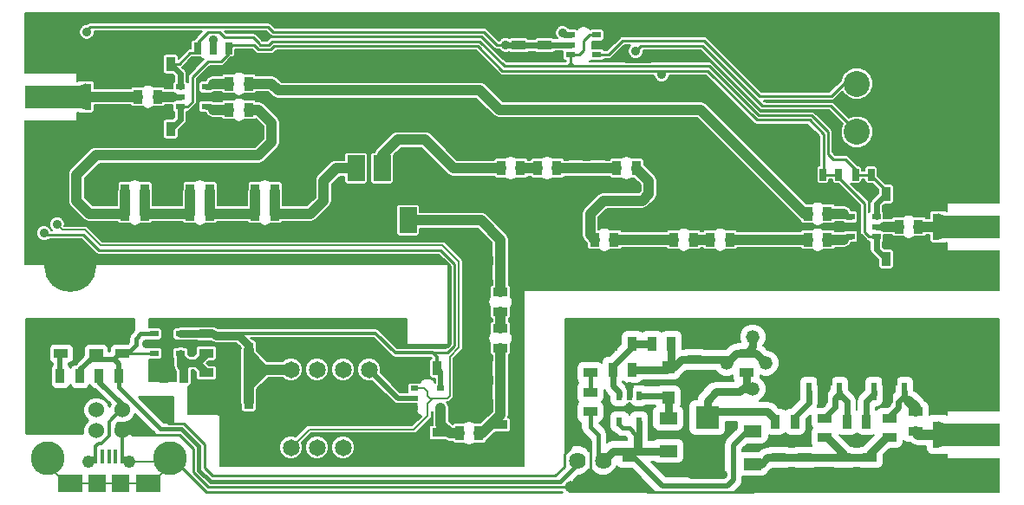
<source format=gtl>
G04 (created by PCBNEW-RS274X (2011-12-28 BZR 3254)-stable) date 9/2/2012 2:21:17 PM*
G01*
G70*
G90*
%MOIN*%
G04 Gerber Fmt 3.4, Leading zero omitted, Abs format*
%FSLAX34Y34*%
G04 APERTURE LIST*
%ADD10C,0.006000*%
%ADD11R,0.020000X0.103000*%
%ADD12R,0.040000X0.018000*%
%ADD13C,0.040000*%
%ADD14R,0.230000X0.090000*%
%ADD15R,0.200000X0.120000*%
%ADD16R,0.025000X0.045000*%
%ADD17R,0.030000X0.020000*%
%ADD18C,0.065000*%
%ADD19R,0.024000X0.035000*%
%ADD20R,0.035000X0.024000*%
%ADD21R,0.047200X0.047200*%
%ADD22R,0.022000X0.086600*%
%ADD23R,0.022000X0.066900*%
%ADD24R,0.059100X0.118100*%
%ADD25R,0.040000X0.100000*%
%ADD26R,0.055100X0.035400*%
%ADD27R,0.055100X0.035000*%
%ADD28R,0.070900X0.047200*%
%ADD29R,0.015700X0.053100*%
%ADD30R,0.094500X0.066000*%
%ADD31R,0.070900X0.066000*%
%ADD32C,0.048000*%
%ADD33C,0.060000*%
%ADD34C,0.130000*%
%ADD35R,0.027600X0.035400*%
%ADD36C,0.036000*%
%ADD37C,0.200000*%
%ADD38R,0.035400X0.055100*%
%ADD39R,0.035000X0.055100*%
%ADD40R,0.065000X0.100000*%
%ADD41C,0.045000*%
%ADD42R,0.090000X0.090000*%
%ADD43C,0.064000*%
%ADD44C,0.052000*%
%ADD45C,0.100000*%
%ADD46C,0.030000*%
%ADD47C,0.040000*%
%ADD48C,0.024000*%
%ADD49C,0.012000*%
%ADD50C,0.010000*%
%ADD51C,0.020000*%
%ADD52C,0.022000*%
%ADD53C,0.008000*%
%ADD54C,0.014000*%
%ADD55C,0.016000*%
G04 APERTURE END LIST*
G54D10*
G54D11*
X12726Y-13500D03*
G54D10*
G36*
X12628Y-14015D02*
X12372Y-13915D01*
X12372Y-13085D01*
X12628Y-12985D01*
X12628Y-14015D01*
X12628Y-14015D01*
G37*
G54D12*
X12350Y-15150D03*
G54D13*
X12600Y-15150D03*
G54D14*
X11400Y-13500D03*
G54D15*
X11250Y-15000D03*
X11250Y-12000D03*
G54D13*
X12600Y-11850D03*
G54D12*
X12350Y-11850D03*
G54D16*
X17500Y-11650D03*
X18100Y-11650D03*
X16900Y-11650D03*
G54D11*
X45274Y-18500D03*
G54D10*
G36*
X45372Y-17985D02*
X45628Y-18085D01*
X45628Y-18915D01*
X45372Y-19015D01*
X45372Y-17985D01*
X45372Y-17985D01*
G37*
G54D12*
X45650Y-16850D03*
G54D13*
X45400Y-16850D03*
G54D14*
X46600Y-18500D03*
G54D15*
X46750Y-17000D03*
X46750Y-20000D03*
G54D13*
X45400Y-20150D03*
G54D12*
X45650Y-20150D03*
G54D11*
X45274Y-26500D03*
G54D10*
G36*
X45372Y-25985D02*
X45628Y-26085D01*
X45628Y-26915D01*
X45372Y-27015D01*
X45372Y-25985D01*
X45372Y-25985D01*
G37*
G54D12*
X45650Y-24850D03*
G54D13*
X45400Y-24850D03*
G54D14*
X46600Y-26500D03*
G54D15*
X46750Y-25000D03*
X46750Y-28000D03*
G54D13*
X45400Y-28150D03*
G54D12*
X45650Y-28150D03*
G54D17*
X25250Y-24725D03*
X25250Y-25475D03*
X26250Y-24725D03*
X25250Y-25100D03*
X26250Y-25475D03*
G54D18*
X20500Y-27000D03*
X23500Y-27000D03*
X23500Y-24000D03*
X20500Y-24000D03*
X21500Y-27000D03*
X22500Y-27000D03*
X22500Y-24000D03*
X21500Y-24000D03*
G54D19*
X33875Y-26000D03*
X33125Y-26000D03*
X33125Y-25000D03*
X33500Y-25000D03*
X33875Y-25000D03*
G54D20*
X16250Y-22625D03*
X16250Y-23375D03*
X15250Y-23375D03*
X15250Y-23000D03*
X15250Y-22625D03*
X31250Y-11875D03*
X31250Y-11125D03*
X32250Y-11125D03*
X32250Y-11500D03*
X32250Y-11875D03*
X31250Y-11500D03*
X43000Y-18125D03*
X43000Y-18875D03*
X42000Y-18875D03*
X42000Y-18500D03*
X42000Y-18125D03*
X43000Y-18500D03*
X16250Y-13875D03*
X16250Y-13125D03*
X17250Y-13125D03*
X17250Y-13500D03*
X17250Y-13875D03*
X16250Y-13500D03*
G54D21*
X35000Y-23929D03*
X35000Y-25071D03*
G54D22*
X43500Y-23758D03*
G54D23*
X42909Y-24841D03*
G54D22*
X43500Y-24742D03*
G54D23*
X44091Y-24841D03*
G54D24*
X43500Y-24053D03*
G54D25*
X43500Y-24050D03*
G54D22*
X41000Y-23758D03*
G54D23*
X40409Y-24841D03*
G54D22*
X41000Y-24742D03*
G54D23*
X41591Y-24841D03*
G54D24*
X41000Y-24053D03*
G54D25*
X41000Y-24050D03*
G54D26*
X32000Y-23376D03*
G54D27*
X32000Y-24124D03*
G54D26*
X11650Y-22626D03*
G54D27*
X11650Y-23374D03*
G54D28*
X35000Y-27130D03*
X35000Y-25870D03*
G54D29*
X13500Y-27350D03*
X13244Y-27350D03*
X13756Y-27350D03*
X12988Y-27350D03*
X14012Y-27350D03*
G54D30*
X12004Y-28393D03*
X14996Y-28393D03*
G54D31*
X13047Y-28393D03*
X13953Y-28393D03*
G54D32*
X12713Y-27547D03*
X14287Y-27547D03*
G54D33*
X14000Y-25550D03*
X13000Y-25550D03*
X13000Y-26337D03*
X14000Y-26337D03*
G54D34*
X15862Y-27400D03*
X11138Y-27400D03*
G54D26*
X13250Y-17974D03*
G54D27*
X13250Y-17226D03*
G54D35*
X13856Y-14274D03*
X13344Y-14274D03*
X13600Y-13526D03*
G54D36*
X42250Y-20750D03*
X24000Y-13750D03*
X35750Y-19750D03*
X18750Y-18750D03*
X34250Y-18000D03*
X38750Y-20750D03*
X31300Y-14950D03*
X31875Y-14950D03*
X39100Y-17700D03*
X32450Y-14950D03*
X32750Y-20750D03*
X37950Y-17700D03*
X38525Y-17700D03*
X25150Y-25925D03*
X35500Y-13000D03*
X44000Y-20750D03*
X37500Y-14000D03*
X37000Y-20750D03*
X38500Y-15000D03*
X38500Y-19750D03*
X34675Y-20300D03*
X20000Y-15750D03*
X27300Y-20350D03*
X24900Y-24300D03*
X23000Y-23250D03*
X18300Y-25850D03*
X29050Y-27550D03*
X27800Y-23300D03*
X20000Y-19750D03*
X23000Y-18850D03*
X22000Y-25500D03*
X17000Y-18900D03*
X34075Y-20300D03*
X39750Y-19500D03*
X29400Y-19800D03*
X28950Y-18700D03*
X33475Y-20300D03*
X27250Y-25050D03*
X29750Y-15250D03*
X19500Y-18900D03*
X33500Y-18000D03*
X28750Y-17000D03*
X20450Y-16700D03*
X18500Y-15000D03*
X13750Y-18750D03*
X17750Y-18750D03*
X18550Y-16700D03*
X20250Y-15000D03*
X21750Y-18900D03*
X33250Y-13500D03*
X20250Y-18750D03*
X24000Y-18850D03*
X24750Y-17250D03*
X25500Y-17250D03*
X16500Y-15250D03*
X19250Y-15000D03*
X16050Y-16700D03*
X15450Y-16700D03*
X25750Y-18750D03*
G54D37*
X39000Y-12000D03*
G54D36*
X12950Y-16700D03*
X20500Y-25500D03*
X23500Y-19750D03*
X14000Y-13000D03*
X27500Y-17500D03*
X23500Y-25500D03*
X39500Y-16000D03*
X30250Y-17000D03*
X31000Y-13000D03*
X17950Y-16700D03*
G54D37*
X12000Y-20000D03*
G54D36*
X27600Y-18750D03*
X13550Y-16700D03*
X27900Y-25700D03*
X28500Y-15250D03*
X17500Y-16250D03*
X19000Y-16250D03*
X22500Y-17250D03*
X11750Y-16250D03*
X32500Y-13000D03*
G54D26*
X13000Y-23374D03*
G54D27*
X13000Y-22626D03*
G54D38*
X18874Y-25250D03*
G54D39*
X18126Y-25250D03*
G54D38*
X18874Y-24250D03*
G54D39*
X18126Y-24250D03*
G54D38*
X14126Y-17150D03*
G54D39*
X14874Y-17150D03*
G54D26*
X15750Y-17974D03*
G54D27*
X15750Y-17226D03*
G54D38*
X16626Y-17150D03*
G54D39*
X17374Y-17150D03*
G54D26*
X14000Y-23374D03*
G54D27*
X14000Y-22626D03*
G54D26*
X18250Y-17974D03*
G54D27*
X18250Y-17226D03*
G54D38*
X19126Y-17150D03*
G54D39*
X19874Y-17150D03*
G54D26*
X20750Y-17974D03*
G54D27*
X20750Y-17226D03*
G54D38*
X16374Y-24250D03*
G54D39*
X15626Y-24250D03*
G54D26*
X27850Y-16276D03*
G54D27*
X27850Y-17024D03*
G54D38*
X28576Y-16250D03*
G54D39*
X29324Y-16250D03*
G54D26*
X31450Y-16224D03*
G54D27*
X31450Y-15476D03*
G54D38*
X33026Y-16250D03*
G54D39*
X33774Y-16250D03*
G54D26*
X33650Y-19026D03*
G54D27*
X33650Y-19774D03*
G54D38*
X35226Y-19000D03*
G54D39*
X35974Y-19000D03*
G54D26*
X38100Y-18974D03*
G54D27*
X38100Y-18226D03*
G54D38*
X13874Y-24250D03*
G54D39*
X13126Y-24250D03*
G54D38*
X28524Y-23950D03*
G54D39*
X27776Y-23950D03*
G54D38*
X14874Y-18000D03*
G54D39*
X14126Y-18000D03*
G54D38*
X17374Y-18000D03*
G54D39*
X16626Y-18000D03*
G54D38*
X19874Y-18000D03*
G54D39*
X19126Y-18000D03*
G54D26*
X28550Y-21026D03*
G54D27*
X28550Y-21774D03*
G54D26*
X27000Y-16276D03*
G54D27*
X27000Y-17024D03*
G54D38*
X30724Y-16250D03*
G54D39*
X29976Y-16250D03*
G54D26*
X32300Y-16224D03*
G54D27*
X32300Y-15476D03*
G54D38*
X32924Y-19000D03*
G54D39*
X32176Y-19000D03*
G54D26*
X34500Y-19026D03*
G54D27*
X34500Y-19774D03*
G54D38*
X37374Y-19000D03*
G54D39*
X36626Y-19000D03*
G54D26*
X38950Y-18974D03*
G54D27*
X38950Y-18226D03*
G54D26*
X17250Y-23374D03*
G54D27*
X17250Y-22626D03*
G54D26*
X17250Y-24874D03*
G54D27*
X17250Y-24126D03*
G54D38*
X11626Y-24250D03*
G54D39*
X12374Y-24250D03*
G54D36*
X37000Y-19750D03*
X14000Y-19750D03*
X37000Y-18000D03*
X16000Y-19750D03*
X18000Y-19750D03*
X15250Y-18750D03*
X20000Y-14000D03*
X22250Y-15750D03*
X23500Y-15500D03*
X26750Y-25800D03*
X21500Y-16250D03*
X22250Y-18750D03*
X17550Y-13500D03*
X22000Y-18000D03*
X22000Y-19750D03*
X25500Y-19750D03*
X27800Y-21700D03*
X13500Y-22250D03*
X19050Y-22250D03*
X21050Y-16700D03*
X39750Y-18500D03*
X13500Y-22800D03*
X27250Y-23950D03*
X27250Y-23400D03*
X26200Y-27550D03*
X41750Y-19500D03*
X29850Y-19000D03*
X24850Y-25475D03*
X28400Y-18150D03*
X29250Y-26600D03*
X28500Y-27550D03*
X12500Y-22250D03*
X41750Y-17500D03*
X35250Y-20750D03*
X27800Y-22500D03*
X40500Y-20750D03*
X27250Y-24500D03*
X34000Y-13000D03*
X26750Y-27550D03*
X25650Y-27550D03*
G54D38*
X18874Y-23250D03*
G54D39*
X18126Y-23250D03*
G54D36*
X10500Y-25750D03*
X10500Y-24000D03*
X19400Y-22950D03*
X33000Y-14500D03*
X20750Y-22250D03*
X42500Y-19250D03*
X22750Y-22250D03*
X10500Y-22250D03*
X24750Y-23000D03*
X29250Y-20900D03*
X14500Y-18900D03*
X17750Y-24750D03*
X29250Y-22000D03*
X29250Y-24350D03*
X24750Y-22250D03*
X17750Y-25600D03*
X16750Y-25250D03*
X17750Y-23750D03*
X14950Y-23000D03*
X15500Y-25500D03*
X15250Y-24250D03*
X29250Y-25550D03*
X17850Y-22250D03*
X27950Y-27550D03*
G54D40*
X25000Y-16250D03*
X24000Y-16250D03*
X23000Y-16250D03*
X23000Y-18250D03*
X24000Y-18250D03*
X25000Y-18250D03*
G54D36*
X16250Y-18750D03*
X17750Y-15250D03*
X24000Y-17250D03*
X26650Y-18750D03*
X23250Y-17250D03*
X35750Y-18000D03*
X25900Y-16250D03*
X11500Y-10500D03*
X44650Y-16950D03*
X21000Y-23250D03*
X26400Y-17750D03*
X23250Y-14500D03*
X27800Y-20900D03*
X13750Y-15250D03*
X21250Y-18500D03*
X25000Y-15650D03*
X25000Y-27000D03*
X38500Y-28500D03*
X27350Y-27100D03*
X41000Y-28500D03*
X34000Y-28500D03*
G54D41*
X31250Y-28500D03*
G54D36*
X44000Y-27750D03*
X27300Y-19800D03*
G54D26*
X28550Y-23174D03*
G54D27*
X28550Y-22426D03*
G54D38*
X28524Y-19350D03*
G54D39*
X27776Y-19350D03*
G54D38*
X28524Y-20250D03*
G54D39*
X27776Y-20250D03*
G54D38*
X28524Y-24850D03*
G54D39*
X27776Y-24850D03*
G54D36*
X12500Y-10500D03*
X12250Y-18250D03*
X10500Y-16750D03*
X10500Y-16000D03*
X10500Y-18250D03*
X11750Y-17250D03*
X33000Y-28500D03*
X16500Y-16250D03*
G54D42*
X36500Y-25850D03*
X36500Y-27650D03*
G54D43*
X32500Y-27500D03*
X31500Y-27500D03*
G54D26*
X33500Y-27376D03*
G54D27*
X33500Y-28124D03*
G54D38*
X41876Y-26000D03*
G54D39*
X42624Y-26000D03*
G54D26*
X39250Y-27376D03*
G54D27*
X39250Y-28124D03*
G54D38*
X39126Y-26000D03*
G54D39*
X39874Y-26000D03*
G54D26*
X41750Y-27376D03*
G54D27*
X41750Y-28124D03*
G54D26*
X41000Y-26624D03*
G54D27*
X41000Y-25876D03*
G54D26*
X38000Y-24124D03*
G54D27*
X38000Y-23376D03*
G54D26*
X36000Y-23624D03*
G54D27*
X36000Y-22876D03*
G54D26*
X43500Y-26624D03*
G54D27*
X43500Y-25876D03*
G54D38*
X33624Y-24000D03*
G54D39*
X32876Y-24000D03*
G54D38*
X34376Y-23000D03*
G54D39*
X35124Y-23000D03*
G54D38*
X32876Y-23000D03*
G54D39*
X33624Y-23000D03*
G54D26*
X44500Y-25626D03*
G54D27*
X44500Y-26374D03*
G54D26*
X40250Y-27376D03*
G54D27*
X40250Y-28124D03*
G54D26*
X42750Y-27376D03*
G54D27*
X42750Y-28124D03*
G54D36*
X31250Y-25250D03*
X32000Y-28250D03*
X31250Y-22250D03*
X44650Y-17550D03*
X31250Y-26250D03*
X44650Y-20050D03*
X32500Y-19750D03*
X29250Y-23450D03*
X15700Y-14100D03*
X33500Y-24650D03*
X41750Y-13750D03*
X43550Y-19100D03*
X33250Y-12000D03*
X32500Y-23250D03*
X32000Y-22250D03*
X43500Y-28500D03*
X35900Y-28050D03*
X34750Y-12000D03*
X15700Y-12900D03*
X36300Y-22350D03*
X32750Y-22250D03*
X35700Y-22350D03*
X44500Y-28500D03*
X37100Y-28050D03*
G54D28*
X38250Y-27630D03*
X38250Y-26370D03*
G54D26*
X32000Y-24876D03*
G54D27*
X32000Y-25624D03*
G54D44*
X38250Y-24750D03*
X38250Y-22750D03*
X37250Y-23750D03*
X38750Y-23750D03*
G54D36*
X43400Y-25300D03*
X34000Y-22250D03*
X37250Y-22250D03*
X39250Y-22250D03*
X40900Y-25300D03*
X41000Y-22250D03*
X37500Y-26200D03*
X43500Y-22250D03*
X47500Y-22250D03*
X45500Y-22250D03*
X41700Y-18500D03*
X42250Y-23000D03*
X44500Y-23000D03*
X44650Y-19450D03*
X42250Y-26750D03*
X41500Y-15500D03*
X47500Y-23500D03*
X46500Y-23000D03*
X43550Y-17900D03*
X13250Y-13000D03*
X40250Y-23000D03*
X39500Y-25250D03*
X39750Y-26750D03*
X36250Y-24250D03*
X10500Y-10500D03*
X16750Y-14250D03*
X14600Y-11950D03*
X14600Y-12550D03*
X14600Y-14450D03*
X17500Y-12500D03*
X14600Y-15050D03*
X17500Y-14500D03*
X14500Y-10500D03*
X16500Y-10500D03*
X18500Y-10500D03*
X10500Y-11000D03*
X10500Y-19500D03*
X13500Y-10500D03*
X19500Y-12500D03*
X19500Y-13500D03*
X20250Y-12750D03*
X20500Y-13750D03*
X21750Y-12750D03*
X22500Y-13750D03*
X23250Y-12750D03*
X18500Y-12000D03*
X15000Y-16250D03*
X14000Y-16250D03*
G54D38*
X15874Y-12250D03*
G54D39*
X15126Y-12250D03*
G54D38*
X15874Y-14750D03*
G54D39*
X15126Y-14750D03*
G54D38*
X18126Y-14000D03*
G54D39*
X18874Y-14000D03*
G54D38*
X18126Y-13000D03*
G54D39*
X18874Y-13000D03*
G54D26*
X29250Y-11524D03*
G54D27*
X29250Y-10776D03*
G54D26*
X30250Y-11524D03*
G54D27*
X30250Y-10776D03*
G54D38*
X40376Y-18000D03*
G54D39*
X41124Y-18000D03*
G54D38*
X40376Y-19000D03*
G54D39*
X41124Y-19000D03*
G54D38*
X43376Y-17250D03*
G54D39*
X44124Y-17250D03*
G54D38*
X43376Y-19750D03*
G54D39*
X44124Y-19750D03*
G54D38*
X43876Y-18500D03*
G54D39*
X44624Y-18500D03*
G54D38*
X14626Y-13500D03*
G54D39*
X15374Y-13500D03*
G54D36*
X17500Y-11325D03*
X11500Y-18400D03*
X30950Y-11050D03*
X34750Y-12650D03*
X12650Y-11000D03*
X11000Y-18750D03*
X28750Y-11500D03*
X33750Y-11750D03*
G54D45*
X47250Y-12016D03*
X47250Y-13984D03*
X42250Y-11150D03*
X42250Y-13000D03*
X42250Y-14850D03*
G54D16*
X40950Y-16500D03*
X41550Y-16500D03*
X42200Y-16500D03*
X42800Y-16500D03*
G54D36*
X33750Y-17000D03*
X34250Y-16000D03*
X34750Y-16750D03*
X32750Y-18000D03*
X33000Y-17000D03*
X31500Y-18000D03*
X31500Y-18750D03*
X34750Y-17500D03*
X31750Y-19500D03*
X30250Y-18250D03*
X30500Y-19500D03*
X29500Y-17750D03*
X32000Y-17250D03*
X26950Y-17500D03*
X28050Y-17500D03*
X30750Y-20750D03*
X26450Y-17050D03*
X30750Y-15250D03*
X27500Y-15250D03*
X26500Y-15250D03*
X24750Y-14500D03*
X25750Y-14500D03*
X24000Y-15000D03*
X22000Y-14500D03*
X21500Y-13750D03*
X31750Y-13500D03*
X30250Y-13500D03*
X24750Y-12750D03*
X26250Y-12750D03*
X27500Y-13750D03*
X27750Y-12750D03*
X25500Y-13750D03*
X28750Y-13500D03*
X28500Y-14500D03*
X30000Y-14500D03*
X26500Y-13750D03*
X27000Y-14500D03*
X30750Y-14500D03*
X34000Y-14500D03*
X36000Y-14500D03*
X36750Y-13750D03*
X37750Y-14750D03*
X36000Y-13500D03*
X34750Y-13500D03*
X35000Y-14500D03*
X36750Y-15250D03*
X38750Y-15750D03*
X37750Y-16250D03*
X38500Y-17000D03*
X39750Y-16750D03*
X40500Y-17000D03*
X35500Y-15750D03*
X36500Y-16750D03*
X40500Y-10500D03*
X38500Y-10500D03*
X29500Y-13000D03*
X27000Y-12500D03*
X25500Y-12500D03*
X24000Y-12500D03*
X22500Y-12500D03*
X21000Y-12500D03*
X16725Y-12200D03*
X28300Y-13100D03*
X17500Y-10500D03*
X37000Y-16000D03*
X15500Y-10500D03*
X16300Y-11675D03*
X33500Y-15250D03*
X35500Y-17000D03*
X14050Y-12250D03*
X36000Y-15250D03*
X24500Y-19750D03*
X37750Y-17000D03*
X42700Y-17100D03*
X32550Y-11500D03*
X28750Y-10500D03*
X29750Y-10500D03*
X30750Y-10500D03*
X32500Y-10500D03*
X29750Y-12000D03*
X34500Y-10500D03*
X36500Y-10500D03*
X26750Y-10500D03*
X24750Y-10500D03*
X22750Y-10500D03*
X21000Y-10500D03*
X19750Y-10500D03*
X20250Y-12000D03*
X21750Y-12000D03*
X23250Y-12000D03*
X24750Y-12000D03*
X26250Y-12000D03*
X27500Y-12000D03*
X40500Y-15000D03*
X36500Y-13000D03*
X27300Y-19250D03*
X22750Y-15000D03*
X19450Y-11150D03*
X21000Y-14500D03*
X21250Y-15500D03*
X46000Y-12000D03*
X46000Y-14000D03*
X44000Y-11000D03*
X44000Y-15000D03*
X30000Y-20250D03*
X36250Y-20250D03*
X37750Y-20250D03*
X39500Y-20250D03*
X31750Y-20250D03*
X41500Y-20250D03*
X42750Y-20250D03*
X31000Y-17500D03*
X19000Y-26550D03*
G54D26*
X26200Y-27174D03*
G54D27*
X26200Y-26426D03*
G54D26*
X28550Y-26874D03*
G54D27*
X28550Y-26126D03*
G54D38*
X27724Y-26450D03*
G54D39*
X26976Y-26450D03*
G54D38*
X26124Y-23950D03*
G54D39*
X25376Y-23950D03*
G54D36*
X27300Y-21300D03*
X27300Y-22100D03*
X24900Y-23750D03*
X11900Y-17850D03*
G54D46*
X35124Y-23805D02*
X35000Y-23929D01*
X38000Y-23376D02*
X38376Y-23376D01*
X38250Y-23126D02*
X38000Y-23376D01*
X36000Y-23624D02*
X37376Y-23624D01*
X35221Y-23929D02*
X35526Y-23624D01*
X38376Y-23376D02*
X38750Y-23750D01*
X38250Y-22750D02*
X38250Y-23126D01*
X37624Y-23376D02*
X37250Y-23750D01*
X34929Y-24000D02*
X35000Y-23929D01*
X37376Y-23624D02*
X37624Y-23376D01*
X35124Y-23000D02*
X35124Y-23805D01*
X37124Y-23624D02*
X37250Y-23750D01*
X33624Y-24000D02*
X34929Y-24000D01*
X35526Y-23624D02*
X36000Y-23624D01*
X36000Y-23624D02*
X37124Y-23624D01*
X38000Y-23376D02*
X37624Y-23376D01*
X35000Y-23929D02*
X35221Y-23929D01*
G54D47*
X19450Y-24000D02*
X18874Y-24000D01*
G54D48*
X31250Y-11500D02*
X30274Y-11500D01*
G54D49*
X23750Y-22600D02*
X17276Y-22600D01*
G54D47*
X18874Y-23250D02*
X18874Y-24250D01*
G54D46*
X16250Y-22625D02*
X16850Y-22625D01*
X17525Y-22625D02*
X17600Y-22700D01*
G54D50*
X28400Y-11500D02*
X28750Y-11500D01*
G54D49*
X25950Y-23350D02*
X26124Y-23524D01*
G54D50*
X26782Y-19932D02*
X26782Y-23076D01*
X26124Y-23524D02*
X25950Y-23350D01*
X26124Y-23950D02*
X26124Y-23524D01*
G54D51*
X26250Y-24076D02*
X26124Y-23950D01*
G54D50*
X19800Y-11000D02*
X19625Y-10825D01*
X21350Y-11000D02*
X27900Y-11000D01*
G54D47*
X19450Y-24050D02*
X18874Y-24626D01*
X18874Y-24626D02*
X18874Y-24250D01*
G54D50*
X39550Y-13850D02*
X41250Y-13850D01*
X13300Y-10825D02*
X12775Y-10825D01*
G54D47*
X18874Y-23250D02*
X18874Y-23424D01*
X20500Y-24000D02*
X19450Y-24000D01*
G54D50*
X36324Y-11550D02*
X36937Y-12163D01*
G54D49*
X25900Y-23350D02*
X25800Y-23350D01*
G54D50*
X12775Y-10825D02*
X12650Y-10950D01*
X12650Y-10950D02*
X12650Y-11000D01*
G54D49*
X24500Y-23350D02*
X23750Y-22600D01*
G54D50*
X12500Y-18800D02*
X11050Y-18800D01*
G54D48*
X30250Y-11524D02*
X29250Y-11524D01*
G54D49*
X25800Y-23350D02*
X24500Y-23350D01*
G54D50*
X11050Y-18800D02*
X11000Y-18750D01*
G54D47*
X19450Y-24000D02*
X19450Y-24050D01*
X18874Y-23424D02*
X19450Y-24000D01*
G54D46*
X17600Y-22700D02*
X18500Y-22700D01*
G54D51*
X26250Y-24725D02*
X26250Y-24076D01*
G54D50*
X26782Y-23076D02*
X26508Y-23350D01*
X27900Y-11000D02*
X28400Y-11500D01*
X14550Y-19400D02*
X25700Y-19400D01*
X21350Y-11000D02*
X19800Y-11000D01*
G54D47*
X18874Y-25250D02*
X18874Y-24626D01*
G54D48*
X28774Y-11524D02*
X28750Y-11500D01*
G54D46*
X16850Y-22625D02*
X17525Y-22625D01*
G54D48*
X30274Y-11500D02*
X30250Y-11524D01*
G54D46*
X16850Y-22625D02*
X17249Y-22625D01*
X17249Y-22625D02*
X17250Y-22626D01*
G54D50*
X25700Y-19400D02*
X26250Y-19400D01*
X39550Y-13850D02*
X38624Y-13850D01*
X13100Y-19400D02*
X12500Y-18800D01*
G54D49*
X17276Y-22600D02*
X17250Y-22626D01*
X26124Y-23524D02*
X26124Y-23950D01*
G54D50*
X33950Y-11550D02*
X36324Y-11550D01*
G54D48*
X29250Y-11524D02*
X28774Y-11524D01*
G54D49*
X25800Y-23350D02*
X25950Y-23350D01*
G54D50*
X14550Y-19400D02*
X13100Y-19400D01*
X26508Y-23350D02*
X25900Y-23350D01*
X25900Y-23350D02*
X25950Y-23350D01*
G54D46*
X18525Y-22725D02*
X18874Y-23074D01*
X18500Y-22700D02*
X18525Y-22725D01*
X18874Y-23074D02*
X18874Y-23250D01*
G54D47*
X18874Y-24000D02*
X18874Y-24250D01*
G54D50*
X26250Y-19400D02*
X26782Y-19932D01*
X33750Y-11750D02*
X33950Y-11550D01*
X41250Y-13850D02*
X42250Y-14850D01*
X38624Y-13850D02*
X36937Y-12163D01*
X19625Y-10825D02*
X13300Y-10825D01*
G54D52*
X39874Y-25826D02*
X39874Y-26000D01*
X40409Y-25291D02*
X39874Y-25826D01*
X40409Y-24841D02*
X40409Y-25291D01*
X41591Y-24941D02*
X41591Y-24841D01*
X41000Y-25850D02*
X41000Y-25876D01*
X41591Y-24841D02*
X41591Y-24909D01*
X41591Y-24909D02*
X41400Y-25100D01*
X41400Y-25100D02*
X41400Y-25450D01*
X41876Y-25226D02*
X41591Y-24941D01*
X41876Y-26000D02*
X41876Y-25226D01*
X41400Y-25450D02*
X41000Y-25850D01*
X42624Y-25226D02*
X42909Y-24941D01*
X42909Y-24941D02*
X42909Y-24841D01*
X42624Y-26000D02*
X42624Y-25226D01*
X43500Y-25800D02*
X43850Y-25450D01*
X44091Y-25041D02*
X44250Y-25200D01*
X43850Y-25450D02*
X43850Y-25250D01*
X44091Y-25009D02*
X44091Y-24841D01*
X43500Y-25876D02*
X43500Y-25800D01*
X43850Y-25250D02*
X44091Y-25009D01*
X44091Y-24841D02*
X44091Y-25041D01*
G54D47*
X44500Y-25450D02*
X44500Y-25626D01*
X44500Y-25450D02*
X44250Y-25200D01*
G54D51*
X25250Y-25100D02*
X24600Y-25100D01*
X24600Y-25100D02*
X23500Y-24000D01*
G54D46*
X38250Y-24750D02*
X37850Y-24750D01*
X39126Y-25926D02*
X38818Y-25618D01*
X38000Y-24600D02*
X37750Y-24850D01*
X36500Y-25200D02*
X36500Y-25850D01*
X39126Y-26000D02*
X39126Y-25926D01*
X37750Y-24850D02*
X36850Y-24850D01*
X38818Y-25618D02*
X36732Y-25618D01*
X37850Y-24750D02*
X37750Y-24850D01*
X36732Y-25618D02*
X36500Y-25850D01*
X36850Y-24850D02*
X36500Y-25200D01*
X38000Y-24124D02*
X38000Y-24600D01*
G54D50*
X28550Y-16276D02*
X28576Y-16250D01*
G54D47*
X26750Y-16250D02*
X28576Y-16250D01*
X24000Y-15750D02*
X24600Y-15150D01*
X24600Y-15150D02*
X25650Y-15150D01*
X24000Y-16250D02*
X24000Y-15750D01*
G54D50*
X27850Y-16276D02*
X28550Y-16276D01*
G54D47*
X25650Y-15150D02*
X26750Y-16250D01*
G54D50*
X27000Y-16276D02*
X27850Y-16276D01*
G54D47*
X44624Y-18500D02*
X45274Y-18500D01*
X45500Y-18500D02*
X46600Y-18500D01*
X45274Y-18500D02*
X45500Y-18500D01*
G54D51*
X11626Y-24250D02*
X11626Y-23398D01*
X11626Y-23398D02*
X11650Y-23374D01*
G54D53*
X28524Y-20250D02*
X28524Y-21000D01*
X28524Y-19350D02*
X28524Y-20250D01*
X28524Y-21000D02*
X28550Y-21026D01*
G54D47*
X28550Y-21026D02*
X28550Y-19000D01*
X27800Y-18250D02*
X25000Y-18250D01*
X28550Y-19000D02*
X27800Y-18250D01*
X45050Y-26500D02*
X44626Y-26500D01*
X46600Y-26500D02*
X45050Y-26500D01*
G54D53*
X46600Y-26500D02*
X45500Y-26500D01*
X45500Y-26500D02*
X45274Y-26500D01*
X45274Y-26500D02*
X45050Y-26500D01*
G54D47*
X44626Y-26500D02*
X44500Y-26374D01*
X22250Y-16250D02*
X23000Y-16250D01*
X21750Y-17500D02*
X21750Y-16750D01*
G54D50*
X19900Y-17974D02*
X19874Y-18000D01*
X19874Y-18000D02*
X20724Y-18000D01*
X20750Y-17974D02*
X19900Y-17974D01*
G54D47*
X19874Y-18000D02*
X21250Y-18000D01*
X19874Y-17150D02*
X19874Y-18000D01*
X21750Y-16750D02*
X22250Y-16250D01*
X21250Y-18000D02*
X21750Y-17500D01*
G54D50*
X20724Y-18000D02*
X20750Y-17974D01*
X13600Y-13526D02*
X14600Y-13526D01*
G54D47*
X12726Y-13500D02*
X12500Y-13500D01*
G54D50*
X14600Y-13526D02*
X14626Y-13500D01*
G54D47*
X14626Y-13500D02*
X12726Y-13500D01*
X12500Y-13500D02*
X11400Y-13500D01*
X28500Y-14000D02*
X36250Y-14000D01*
X40250Y-18000D02*
X40376Y-18000D01*
X18874Y-13000D02*
X19750Y-13000D01*
X19750Y-13000D02*
X20000Y-13250D01*
X20000Y-13250D02*
X27750Y-13250D01*
X27750Y-13250D02*
X28500Y-14000D01*
X36250Y-14000D02*
X40250Y-18000D01*
G54D46*
X16874Y-23750D02*
X17250Y-24126D01*
X16250Y-23375D02*
X16250Y-23500D01*
X16374Y-23974D02*
X16374Y-24250D01*
X16250Y-23375D02*
X16250Y-23850D01*
X16374Y-23876D02*
X16500Y-23750D01*
X16250Y-23500D02*
X16500Y-23750D01*
X16500Y-23750D02*
X16874Y-23750D01*
X16250Y-23850D02*
X16374Y-23974D01*
X17250Y-23374D02*
X16874Y-23750D01*
X16374Y-24250D02*
X16374Y-23876D01*
G54D54*
X13500Y-26000D02*
X13500Y-26550D01*
X14000Y-25550D02*
X13950Y-25550D01*
G54D51*
X14000Y-25550D02*
X14000Y-25350D01*
X13126Y-24476D02*
X13126Y-24250D01*
G54D54*
X12713Y-27547D02*
X12791Y-27547D01*
X12791Y-27547D02*
X12988Y-27350D01*
X13950Y-25550D02*
X13500Y-26000D01*
X12988Y-26962D02*
X12988Y-27350D01*
X13100Y-26850D02*
X12988Y-26962D01*
X13500Y-26550D02*
X13200Y-26850D01*
X13200Y-26850D02*
X13100Y-26850D01*
G54D51*
X14000Y-25350D02*
X13126Y-24476D01*
G54D50*
X37850Y-11800D02*
X37100Y-11050D01*
G54D46*
X32750Y-22250D02*
X32750Y-22874D01*
G54D50*
X41500Y-14950D02*
X41500Y-15500D01*
X31250Y-27000D02*
X31250Y-26250D01*
G54D48*
X32250Y-11500D02*
X32550Y-11500D01*
X44424Y-19450D02*
X44124Y-19750D01*
G54D50*
X20250Y-11182D02*
X19482Y-11182D01*
X31250Y-26250D02*
X31250Y-25250D01*
G54D48*
X32500Y-10500D02*
X30750Y-10500D01*
G54D50*
X31500Y-26250D02*
X32000Y-26750D01*
G54D48*
X29974Y-10500D02*
X30250Y-10776D01*
G54D50*
X19325Y-11150D02*
X19182Y-11007D01*
X26500Y-23100D02*
X24850Y-23100D01*
X16750Y-27050D02*
X16750Y-27958D01*
G54D48*
X29526Y-10500D02*
X29250Y-10776D01*
G54D50*
X34200Y-28700D02*
X34000Y-28500D01*
G54D53*
X14287Y-27547D02*
X15715Y-27547D01*
G54D50*
X11000Y-17126D02*
X11626Y-17126D01*
G54D51*
X10500Y-25750D02*
X10500Y-24000D01*
G54D50*
X12500Y-22250D02*
X12026Y-22250D01*
X41500Y-13750D02*
X41418Y-13668D01*
G54D51*
X13000Y-22450D02*
X12800Y-22250D01*
G54D48*
X44424Y-16950D02*
X44124Y-17250D01*
G54D51*
X33000Y-28500D02*
X32250Y-28500D01*
G54D50*
X17486Y-28094D02*
X30656Y-28094D01*
X32000Y-26750D02*
X32000Y-28250D01*
G54D48*
X44650Y-20050D02*
X44424Y-20050D01*
G54D50*
X10876Y-17126D02*
X10500Y-16750D01*
X10500Y-18250D02*
X10500Y-16750D01*
G54D48*
X15750Y-22650D02*
X15750Y-23000D01*
G54D50*
X20000Y-10750D02*
X28500Y-10750D01*
X15500Y-25500D02*
X15500Y-25750D01*
G54D52*
X43500Y-24742D02*
X43500Y-25200D01*
G54D48*
X15250Y-23000D02*
X14950Y-23000D01*
G54D51*
X33376Y-28124D02*
X33000Y-28500D01*
G54D50*
X24850Y-23100D02*
X24750Y-23000D01*
X38250Y-28700D02*
X34200Y-28700D01*
G54D48*
X28974Y-10500D02*
X29250Y-10776D01*
X44650Y-17550D02*
X44424Y-17550D01*
X44424Y-20050D02*
X44124Y-19750D01*
G54D50*
X38500Y-13150D02*
X37850Y-12500D01*
X15500Y-25750D02*
X15826Y-26076D01*
G54D46*
X32750Y-23000D02*
X32500Y-23250D01*
G54D50*
X14237Y-26337D02*
X14400Y-26500D01*
G54D52*
X43500Y-25200D02*
X43400Y-25300D01*
G54D50*
X31250Y-26250D02*
X31500Y-26250D01*
G54D48*
X14600Y-12550D02*
X14826Y-12550D01*
X12600Y-15150D02*
X12600Y-15018D01*
G54D50*
X14000Y-26337D02*
X14237Y-26337D01*
X19482Y-11182D02*
X19450Y-11150D01*
G54D48*
X33500Y-25000D02*
X33500Y-24650D01*
G54D50*
X31232Y-28518D02*
X31250Y-28500D01*
X36300Y-11050D02*
X35950Y-11050D01*
X41500Y-11150D02*
X39500Y-13150D01*
G54D46*
X36100Y-28050D02*
X36500Y-27650D01*
G54D51*
X13000Y-22626D02*
X13000Y-22450D01*
G54D50*
X15826Y-26076D02*
X16376Y-26076D01*
X28500Y-10750D02*
X28750Y-10500D01*
X14400Y-26500D02*
X16200Y-26500D01*
X17174Y-26874D02*
X17174Y-27782D01*
X16200Y-26500D02*
X16750Y-27050D01*
G54D51*
X14000Y-22450D02*
X13800Y-22250D01*
G54D52*
X41000Y-24742D02*
X41000Y-25200D01*
G54D46*
X15250Y-24250D02*
X15626Y-24250D01*
G54D50*
X17174Y-27782D02*
X17486Y-28094D01*
G54D48*
X14600Y-15050D02*
X14826Y-15050D01*
X15750Y-23000D02*
X15750Y-24126D01*
X30526Y-10500D02*
X30250Y-10776D01*
G54D46*
X35900Y-28050D02*
X37100Y-28050D01*
G54D51*
X12800Y-22250D02*
X12500Y-22250D01*
G54D50*
X16750Y-27958D02*
X17310Y-28518D01*
G54D51*
X10500Y-24000D02*
X10500Y-23100D01*
X10974Y-22626D02*
X10876Y-22626D01*
G54D50*
X38450Y-28500D02*
X38250Y-28700D01*
X11626Y-17126D02*
X11750Y-17250D01*
G54D46*
X37100Y-28050D02*
X36900Y-28050D01*
G54D48*
X14826Y-14450D02*
X15126Y-14750D01*
G54D51*
X33624Y-28124D02*
X34000Y-28500D01*
G54D50*
X17310Y-28518D02*
X31232Y-28518D01*
X42250Y-11150D02*
X41500Y-11150D01*
G54D48*
X12600Y-15018D02*
X13344Y-14274D01*
G54D50*
X39500Y-13150D02*
X38500Y-13150D01*
G54D46*
X35700Y-22350D02*
X35700Y-22576D01*
G54D50*
X41500Y-14950D02*
X40582Y-14032D01*
G54D48*
X44650Y-16950D02*
X44424Y-16950D01*
G54D46*
X36300Y-22350D02*
X36300Y-22576D01*
G54D48*
X15750Y-22500D02*
X16100Y-22150D01*
X13500Y-22250D02*
X13500Y-22800D01*
G54D54*
X14287Y-27547D02*
X14209Y-27547D01*
G54D50*
X35250Y-12000D02*
X34750Y-12000D01*
X33386Y-12136D02*
X33250Y-12000D01*
X28642Y-12000D02*
X27921Y-11279D01*
X27824Y-11182D02*
X27921Y-11279D01*
G54D48*
X29750Y-10500D02*
X29526Y-10500D01*
G54D51*
X25250Y-25475D02*
X24850Y-25475D01*
G54D46*
X32000Y-22250D02*
X32750Y-22250D01*
G54D50*
X29750Y-12000D02*
X30750Y-12000D01*
G54D46*
X32126Y-23250D02*
X32000Y-23376D01*
G54D51*
X32250Y-28500D02*
X32000Y-28250D01*
G54D46*
X31250Y-22250D02*
X32000Y-22250D01*
X35900Y-28050D02*
X36100Y-28050D01*
G54D50*
X34500Y-12000D02*
X35250Y-12000D01*
X40582Y-14032D02*
X38548Y-14032D01*
G54D46*
X32750Y-22874D02*
X32876Y-23000D01*
X32876Y-23000D02*
X32750Y-23000D01*
G54D54*
X14012Y-27350D02*
X14012Y-26349D01*
G54D51*
X14000Y-22626D02*
X14000Y-22450D01*
G54D50*
X37850Y-12500D02*
X37850Y-11800D01*
G54D53*
X21000Y-27350D02*
X21300Y-27650D01*
X21300Y-27650D02*
X22850Y-27650D01*
X24400Y-26650D02*
X24212Y-26462D01*
X24650Y-26650D02*
X24400Y-26650D01*
G54D50*
X26600Y-20008D02*
X26600Y-23000D01*
G54D53*
X24212Y-26462D02*
X21268Y-26462D01*
G54D50*
X19182Y-11007D02*
X18000Y-11007D01*
G54D53*
X21000Y-26730D02*
X21000Y-27350D01*
X25000Y-27000D02*
X24650Y-26650D01*
G54D46*
X32500Y-23250D02*
X32126Y-23250D01*
G54D48*
X29750Y-10500D02*
X29974Y-10500D01*
G54D50*
X35250Y-12000D02*
X36000Y-12000D01*
G54D48*
X14600Y-14450D02*
X14826Y-14450D01*
G54D53*
X21268Y-26462D02*
X21000Y-26730D01*
G54D46*
X35700Y-22576D02*
X36000Y-22876D01*
G54D53*
X22850Y-27650D02*
X23500Y-27000D01*
G54D50*
X26600Y-23000D02*
X26500Y-23100D01*
X36516Y-12000D02*
X36000Y-12000D01*
G54D53*
X16750Y-13894D02*
X16922Y-13722D01*
X13050Y-18750D02*
X12750Y-18450D01*
X16922Y-13722D02*
X16922Y-13528D01*
X16922Y-13528D02*
X16950Y-13500D01*
X16950Y-13500D02*
X17250Y-13500D01*
X16750Y-14250D02*
X16750Y-13894D01*
G54D50*
X33000Y-11050D02*
X32550Y-11500D01*
G54D51*
X13800Y-22250D02*
X13500Y-22250D01*
G54D50*
X41418Y-13668D02*
X38750Y-13668D01*
X30656Y-28094D02*
X31000Y-27750D01*
X25500Y-19750D02*
X26342Y-19750D01*
G54D51*
X33500Y-28124D02*
X33376Y-28124D01*
G54D48*
X14826Y-11950D02*
X15126Y-12250D01*
X14826Y-15050D02*
X15126Y-14750D01*
G54D53*
X12450Y-18450D02*
X12250Y-18250D01*
G54D51*
X10500Y-23100D02*
X10974Y-22626D01*
G54D50*
X31000Y-27250D02*
X31250Y-27000D01*
X34400Y-12000D02*
X34264Y-12136D01*
G54D54*
X14209Y-27547D02*
X14012Y-27350D01*
G54D50*
X31000Y-27750D02*
X31000Y-27250D01*
G54D48*
X44650Y-19450D02*
X44424Y-19450D01*
X15750Y-22650D02*
X15750Y-22500D01*
G54D50*
X38548Y-14032D02*
X36516Y-12000D01*
X38500Y-28500D02*
X38450Y-28500D01*
X20250Y-11182D02*
X27824Y-11182D01*
G54D48*
X30750Y-10500D02*
X30526Y-10500D01*
G54D51*
X33500Y-28124D02*
X33624Y-28124D01*
G54D48*
X28750Y-10500D02*
X28974Y-10500D01*
G54D50*
X29750Y-12000D02*
X28642Y-12000D01*
X36300Y-11050D02*
X33000Y-11050D01*
G54D46*
X36900Y-28050D02*
X36500Y-27650D01*
G54D48*
X42000Y-18500D02*
X41700Y-18500D01*
G54D53*
X12750Y-18450D02*
X12450Y-18450D01*
G54D48*
X16100Y-22150D02*
X17100Y-22150D01*
G54D51*
X13500Y-22250D02*
X12800Y-22250D01*
G54D48*
X44424Y-17550D02*
X44124Y-17250D01*
G54D50*
X19450Y-11150D02*
X19325Y-11150D01*
G54D51*
X10876Y-22626D02*
X10500Y-22250D01*
G54D48*
X15750Y-24126D02*
X15626Y-24250D01*
X14600Y-11950D02*
X14826Y-11950D01*
G54D51*
X11650Y-22626D02*
X10974Y-22626D01*
G54D50*
X16376Y-26076D02*
X17174Y-26874D01*
G54D53*
X13750Y-18750D02*
X13050Y-18750D01*
G54D50*
X34264Y-12136D02*
X33386Y-12136D01*
X11000Y-17126D02*
X10876Y-17126D01*
G54D54*
X14012Y-26349D02*
X14000Y-26337D01*
G54D48*
X13856Y-14274D02*
X13344Y-14274D01*
G54D50*
X41750Y-13750D02*
X41500Y-13750D01*
G54D48*
X14826Y-12550D02*
X15126Y-12250D01*
X15250Y-23000D02*
X15750Y-23000D01*
G54D50*
X26342Y-19750D02*
X26600Y-20008D01*
G54D52*
X41000Y-25200D02*
X40900Y-25300D01*
G54D50*
X34500Y-12000D02*
X34400Y-12000D01*
X37100Y-11050D02*
X36300Y-11050D01*
X12026Y-22250D02*
X11650Y-22626D01*
X19750Y-10500D02*
X20000Y-10750D01*
G54D46*
X36300Y-22576D02*
X36000Y-22876D01*
G54D53*
X11138Y-27688D02*
X11138Y-27400D01*
X15715Y-27547D02*
X15862Y-27400D01*
G54D50*
X30900Y-28700D02*
X17234Y-28700D01*
G54D53*
X14996Y-28393D02*
X15157Y-28393D01*
X13047Y-28393D02*
X13953Y-28393D01*
X12004Y-28393D02*
X13047Y-28393D01*
X15862Y-27688D02*
X15862Y-27400D01*
X12004Y-28393D02*
X11843Y-28393D01*
X15157Y-28393D02*
X15862Y-27688D01*
G54D50*
X15934Y-27400D02*
X17234Y-28700D01*
G54D53*
X11843Y-28393D02*
X11138Y-27688D01*
X13953Y-28393D02*
X14996Y-28393D01*
G54D50*
X15934Y-27400D02*
X15862Y-27400D01*
G54D55*
X32000Y-24876D02*
X32000Y-24124D01*
G54D48*
X16250Y-13500D02*
X15950Y-13500D01*
G54D47*
X15950Y-13500D02*
X15374Y-13500D01*
X17500Y-14000D02*
X18126Y-14000D01*
G54D48*
X17375Y-13875D02*
X17500Y-14000D01*
X17250Y-13875D02*
X17375Y-13875D01*
X17250Y-13125D02*
X17375Y-13125D01*
G54D47*
X17500Y-13000D02*
X18126Y-13000D01*
G54D48*
X17375Y-13125D02*
X17500Y-13000D01*
X41875Y-18875D02*
X41750Y-19000D01*
X42000Y-18875D02*
X41875Y-18875D01*
G54D47*
X41750Y-19000D02*
X41124Y-19000D01*
X28550Y-22426D02*
X28550Y-21774D01*
X41750Y-18000D02*
X41124Y-18000D01*
G54D48*
X42000Y-18125D02*
X41875Y-18125D01*
X41875Y-18125D02*
X41750Y-18000D01*
G54D50*
X36382Y-11350D02*
X34650Y-11350D01*
X42250Y-13000D02*
X41750Y-13000D01*
X41264Y-13486D02*
X38518Y-13486D01*
X38518Y-13486D02*
X36382Y-11350D01*
X41750Y-13000D02*
X41264Y-13486D01*
X34650Y-11350D02*
X33250Y-11350D01*
X33250Y-11350D02*
X32725Y-11875D01*
X32725Y-11875D02*
X32250Y-11875D01*
G54D46*
X34376Y-23000D02*
X33624Y-23000D01*
G54D48*
X32876Y-23874D02*
X32876Y-24000D01*
X33125Y-24875D02*
X32876Y-24626D01*
X33624Y-23126D02*
X32876Y-23874D01*
X32876Y-24626D02*
X32876Y-24000D01*
X33624Y-23000D02*
X33624Y-23126D01*
X33125Y-25000D02*
X33125Y-24875D01*
X33875Y-25000D02*
X34929Y-25000D01*
G54D46*
X35000Y-25870D02*
X35000Y-25071D01*
G54D48*
X34929Y-25000D02*
X35000Y-25071D01*
G54D53*
X28550Y-23924D02*
X28524Y-23950D01*
X28048Y-26126D02*
X27724Y-26450D01*
X28550Y-26126D02*
X28048Y-26126D01*
G54D47*
X28550Y-25750D02*
X27850Y-26450D01*
X27850Y-26450D02*
X27724Y-26450D01*
G54D53*
X28524Y-23950D02*
X28524Y-24850D01*
G54D47*
X28550Y-23174D02*
X28550Y-25750D01*
G54D53*
X28550Y-23174D02*
X28550Y-23924D01*
G54D47*
X14126Y-18000D02*
X14126Y-17150D01*
X19750Y-14500D02*
X19750Y-15250D01*
G54D50*
X13250Y-17974D02*
X14100Y-17974D01*
G54D47*
X12250Y-17500D02*
X12750Y-18000D01*
G54D50*
X14100Y-17974D02*
X14126Y-18000D01*
G54D47*
X12250Y-16500D02*
X12250Y-17500D01*
X13750Y-15750D02*
X13000Y-15750D01*
X12750Y-18000D02*
X14126Y-18000D01*
X19250Y-15750D02*
X13750Y-15750D01*
X19750Y-15250D02*
X19250Y-15750D01*
X13000Y-15750D02*
X12250Y-16500D01*
X19250Y-14000D02*
X19750Y-14500D01*
X18874Y-14000D02*
X19250Y-14000D01*
X26600Y-26450D02*
X26976Y-26450D01*
X26250Y-25475D02*
X26250Y-26100D01*
X26250Y-26100D02*
X26600Y-26450D01*
G54D53*
X26224Y-26450D02*
X26200Y-26426D01*
X26976Y-26450D02*
X26224Y-26450D01*
G54D50*
X33000Y-16224D02*
X33026Y-16250D01*
X31424Y-16250D02*
X31450Y-16224D01*
X31450Y-16224D02*
X32300Y-16224D01*
X30724Y-16250D02*
X31424Y-16250D01*
X32300Y-16224D02*
X33000Y-16224D01*
G54D47*
X33026Y-16250D02*
X30724Y-16250D01*
X36626Y-19000D02*
X35974Y-19000D01*
X32000Y-18824D02*
X32176Y-19000D01*
X34000Y-17500D02*
X32500Y-17500D01*
X34250Y-16750D02*
X34250Y-17250D01*
X32000Y-18000D02*
X32000Y-18824D01*
X33774Y-16250D02*
X33774Y-16274D01*
X32500Y-17500D02*
X32000Y-18000D01*
X33774Y-16274D02*
X34250Y-16750D01*
X34250Y-17250D02*
X34000Y-17500D01*
G54D50*
X34500Y-19026D02*
X35200Y-19026D01*
G54D47*
X35226Y-19000D02*
X32924Y-19000D01*
G54D50*
X35200Y-19026D02*
X35226Y-19000D01*
X32924Y-19000D02*
X33624Y-19000D01*
X33650Y-19026D02*
X34500Y-19026D01*
X33624Y-19000D02*
X33650Y-19026D01*
G54D47*
X29324Y-16250D02*
X29976Y-16250D01*
G54D50*
X40350Y-18974D02*
X40376Y-19000D01*
X37374Y-19000D02*
X38074Y-19000D01*
X38950Y-18974D02*
X40350Y-18974D01*
X38100Y-18974D02*
X38950Y-18974D01*
X38074Y-19000D02*
X38100Y-18974D01*
G54D47*
X37374Y-19000D02*
X40376Y-19000D01*
X43300Y-18500D02*
X43876Y-18500D01*
G54D48*
X43000Y-18500D02*
X43300Y-18500D01*
G54D50*
X17374Y-18000D02*
X18224Y-18000D01*
G54D47*
X17374Y-18000D02*
X19126Y-18000D01*
G54D50*
X19100Y-17974D02*
X19126Y-18000D01*
X18250Y-17974D02*
X19100Y-17974D01*
G54D47*
X17374Y-18000D02*
X17374Y-17150D01*
X19126Y-18000D02*
X19126Y-17150D01*
G54D50*
X18224Y-18000D02*
X18250Y-17974D01*
X15750Y-17974D02*
X16600Y-17974D01*
G54D47*
X14874Y-18000D02*
X14874Y-17150D01*
G54D50*
X15724Y-18000D02*
X15750Y-17974D01*
X16600Y-17974D02*
X16626Y-18000D01*
X14874Y-18000D02*
X15724Y-18000D01*
G54D47*
X14874Y-18000D02*
X16626Y-18000D01*
X16626Y-18000D02*
X16626Y-17150D01*
G54D46*
X39250Y-27376D02*
X38824Y-27376D01*
X41750Y-27250D02*
X41750Y-27376D01*
X41124Y-26624D02*
X41750Y-27250D01*
X43376Y-26624D02*
X42750Y-27250D01*
X41750Y-27376D02*
X42750Y-27376D01*
X38824Y-27376D02*
X38570Y-27630D01*
X43500Y-26624D02*
X43376Y-26624D01*
X42750Y-27250D02*
X42750Y-27376D01*
X38570Y-27630D02*
X38250Y-27630D01*
X41000Y-26624D02*
X41124Y-26624D01*
X40250Y-27376D02*
X41750Y-27376D01*
X40250Y-27376D02*
X39250Y-27376D01*
G54D53*
X26322Y-19228D02*
X26954Y-19860D01*
X26600Y-25000D02*
X26600Y-23502D01*
X25750Y-25000D02*
X25750Y-24850D01*
X25850Y-25100D02*
X25750Y-25000D01*
X25950Y-25100D02*
X26200Y-25100D01*
X13172Y-19228D02*
X13975Y-19228D01*
X26200Y-25100D02*
X25850Y-25100D01*
X26500Y-25100D02*
X26600Y-25000D01*
X26954Y-22500D02*
X26954Y-23148D01*
X25225Y-26300D02*
X22700Y-26300D01*
X25750Y-24850D02*
X25625Y-24725D01*
G54D50*
X17500Y-11650D02*
X17500Y-11325D01*
G54D53*
X25625Y-24725D02*
X25250Y-24725D01*
X25250Y-24725D02*
X25625Y-24725D01*
X25750Y-25500D02*
X25750Y-25775D01*
X25750Y-25500D02*
X25750Y-25300D01*
X12572Y-18628D02*
X13172Y-19228D01*
X25750Y-25300D02*
X25950Y-25100D01*
X11728Y-18628D02*
X11500Y-18400D01*
X25750Y-25775D02*
X25225Y-26300D01*
X21200Y-26300D02*
X20500Y-27000D01*
X26200Y-25100D02*
X26500Y-25100D01*
X22700Y-26300D02*
X21200Y-26300D01*
X13975Y-19228D02*
X26322Y-19228D01*
X26954Y-19860D02*
X26954Y-22500D01*
X12100Y-18628D02*
X11728Y-18628D01*
X26954Y-23148D02*
X26600Y-23502D01*
X12100Y-18628D02*
X12572Y-18628D01*
G54D50*
X41800Y-15900D02*
X42200Y-16300D01*
X16750Y-11825D02*
X16900Y-11675D01*
X16900Y-11425D02*
X16900Y-11650D01*
X19650Y-11500D02*
X19325Y-11500D01*
X38472Y-14214D02*
X40506Y-14214D01*
X15874Y-12250D02*
X15874Y-12226D01*
X19050Y-11225D02*
X19238Y-11413D01*
X32250Y-11125D02*
X31975Y-11125D01*
X27748Y-11364D02*
X20625Y-11364D01*
X31750Y-11700D02*
X31575Y-11875D01*
X31750Y-11350D02*
X31750Y-11700D01*
X42200Y-16300D02*
X42200Y-16500D01*
X20625Y-11364D02*
X19786Y-11364D01*
X29750Y-12318D02*
X28702Y-12318D01*
G54D48*
X43000Y-17626D02*
X43376Y-17250D01*
G54D50*
X29950Y-12318D02*
X29750Y-12318D01*
X43376Y-17126D02*
X42800Y-16550D01*
X42800Y-16550D02*
X42800Y-16500D01*
G54D48*
X16250Y-12626D02*
X15874Y-12250D01*
G54D50*
X31975Y-11125D02*
X31750Y-11350D01*
X31132Y-12318D02*
X31368Y-12318D01*
X16625Y-11825D02*
X16750Y-11825D01*
X31575Y-11875D02*
X31250Y-11875D01*
X31250Y-11875D02*
X31250Y-12200D01*
X19325Y-11500D02*
X19238Y-11413D01*
X31250Y-12200D02*
X31132Y-12318D01*
X17732Y-11007D02*
X17950Y-11225D01*
X40506Y-14214D02*
X41150Y-14858D01*
X17700Y-11007D02*
X17732Y-11007D01*
X41150Y-15700D02*
X41350Y-15900D01*
X19786Y-11364D02*
X19650Y-11500D01*
X15874Y-12226D02*
X15874Y-12250D01*
G54D48*
X16250Y-13125D02*
X16250Y-12626D01*
G54D50*
X43376Y-17250D02*
X43376Y-17126D01*
X41350Y-15900D02*
X41800Y-15900D01*
X17950Y-11225D02*
X19050Y-11225D01*
G54D48*
X43000Y-18125D02*
X43000Y-17626D01*
G54D50*
X31250Y-12200D02*
X31368Y-12318D01*
X31368Y-12318D02*
X36576Y-12318D01*
X15874Y-12250D02*
X16200Y-12250D01*
X16200Y-12250D02*
X16625Y-11825D01*
X17700Y-11007D02*
X17318Y-11007D01*
X28702Y-12318D02*
X27748Y-11364D01*
X29950Y-12318D02*
X31132Y-12318D01*
X16900Y-11675D02*
X16900Y-11650D01*
X41150Y-14858D02*
X41150Y-15700D01*
X36576Y-12318D02*
X38472Y-14214D01*
X42200Y-16500D02*
X42800Y-16500D01*
X17318Y-11007D02*
X16900Y-11425D01*
X19862Y-11546D02*
X19726Y-11682D01*
G54D48*
X16250Y-13875D02*
X16250Y-14374D01*
G54D50*
X18575Y-11500D02*
X18250Y-11500D01*
G54D48*
X43000Y-18875D02*
X43000Y-19374D01*
G54D50*
X16250Y-13875D02*
X16525Y-13875D01*
X34500Y-12500D02*
X29450Y-12500D01*
X19067Y-11500D02*
X18575Y-11500D01*
X27672Y-11546D02*
X20725Y-11546D01*
X29450Y-12500D02*
X29400Y-12500D01*
X19726Y-11682D02*
X19249Y-11682D01*
X34500Y-12500D02*
X35000Y-12500D01*
X35000Y-12500D02*
X36500Y-12500D01*
X34600Y-12500D02*
X34750Y-12650D01*
X40968Y-16482D02*
X40950Y-16500D01*
G54D48*
X31250Y-11125D02*
X31025Y-11125D01*
G54D50*
X38396Y-14396D02*
X40430Y-14396D01*
X40950Y-16500D02*
X41550Y-16500D01*
G54D48*
X16250Y-14374D02*
X15874Y-14750D01*
G54D50*
X34500Y-12500D02*
X34600Y-12500D01*
G54D48*
X31025Y-11125D02*
X30950Y-11050D01*
G54D50*
X28626Y-12500D02*
X27672Y-11546D01*
X19249Y-11682D02*
X19067Y-11500D01*
X42550Y-17600D02*
X41550Y-16600D01*
X41550Y-16600D02*
X41550Y-16500D01*
X42550Y-18700D02*
X42550Y-17600D01*
X43000Y-18875D02*
X42725Y-18875D01*
X42725Y-18875D02*
X42550Y-18700D01*
X18100Y-11850D02*
X18100Y-11650D01*
X16700Y-13700D02*
X16700Y-12750D01*
X17800Y-12150D02*
X18100Y-11850D01*
X16700Y-12750D02*
X17300Y-12150D01*
X17300Y-12150D02*
X17800Y-12150D01*
X29400Y-12500D02*
X28626Y-12500D01*
X40968Y-14934D02*
X40968Y-16482D01*
X20725Y-11546D02*
X19862Y-11546D01*
X18250Y-11500D02*
X18100Y-11650D01*
X34900Y-12500D02*
X34750Y-12650D01*
X40430Y-14396D02*
X40968Y-14934D01*
X35000Y-12500D02*
X34900Y-12500D01*
X36500Y-12500D02*
X38396Y-14396D01*
G54D48*
X43000Y-19374D02*
X43376Y-19750D01*
G54D50*
X16525Y-13875D02*
X16700Y-13700D01*
G54D51*
X13700Y-23600D02*
X13050Y-23600D01*
G54D55*
X16962Y-26962D02*
X16962Y-27870D01*
G54D50*
X15250Y-23375D02*
X14001Y-23375D01*
G54D55*
X16962Y-27870D02*
X17398Y-28306D01*
X14550Y-23050D02*
X14226Y-23374D01*
X14226Y-23374D02*
X14000Y-23374D01*
X30844Y-28306D02*
X31500Y-27650D01*
X13874Y-24250D02*
X13874Y-24674D01*
X15250Y-22625D02*
X14725Y-22625D01*
G54D51*
X13050Y-23600D02*
X12800Y-23600D01*
G54D55*
X16288Y-26288D02*
X16962Y-26962D01*
G54D50*
X14001Y-23375D02*
X14000Y-23374D01*
G54D51*
X13050Y-23424D02*
X13000Y-23374D01*
G54D55*
X31500Y-27650D02*
X31500Y-27500D01*
X17398Y-28306D02*
X30844Y-28306D01*
X14725Y-22625D02*
X14550Y-22800D01*
G54D51*
X13926Y-23374D02*
X13700Y-23600D01*
X13874Y-24250D02*
X13874Y-23774D01*
G54D55*
X15488Y-26288D02*
X16288Y-26288D01*
G54D51*
X14000Y-23374D02*
X13926Y-23374D01*
X12374Y-24026D02*
X12374Y-24250D01*
G54D55*
X13874Y-24674D02*
X15488Y-26288D01*
G54D51*
X12800Y-23600D02*
X12374Y-24026D01*
X13874Y-23774D02*
X13700Y-23600D01*
G54D55*
X14550Y-22800D02*
X14550Y-23050D01*
G54D51*
X13050Y-23600D02*
X13050Y-23424D01*
X33676Y-27376D02*
X34768Y-28468D01*
X33500Y-27376D02*
X33676Y-27376D01*
G54D53*
X33500Y-27376D02*
X33500Y-27350D01*
G54D51*
X37500Y-26900D02*
X38030Y-26370D01*
X34768Y-28468D02*
X37282Y-28468D01*
X37282Y-28468D02*
X37500Y-28250D01*
X37500Y-28250D02*
X37500Y-26900D01*
G54D55*
X32000Y-25624D02*
X32000Y-26200D01*
X32300Y-26500D02*
X32300Y-27300D01*
X32000Y-26200D02*
X32300Y-26500D01*
G54D51*
X38030Y-26370D02*
X38250Y-26370D01*
G54D55*
X32300Y-27300D02*
X32500Y-27500D01*
G54D53*
X32870Y-27130D02*
X32500Y-27500D01*
G54D55*
X33750Y-26500D02*
X33750Y-27126D01*
X33500Y-26250D02*
X33750Y-26500D01*
X33125Y-26000D02*
X33125Y-26125D01*
X33750Y-27126D02*
X33500Y-27376D01*
X33250Y-26250D02*
X33500Y-26250D01*
X33125Y-26125D02*
X33250Y-26250D01*
G54D46*
X35000Y-27130D02*
X32870Y-27130D01*
X32870Y-27130D02*
X32500Y-27500D01*
G54D48*
X33875Y-26000D02*
X33875Y-27001D01*
G54D53*
X33280Y-27130D02*
X32870Y-27130D01*
X33500Y-27350D02*
X33280Y-27130D01*
G54D48*
X33875Y-27001D02*
X33500Y-27376D01*
G54D10*
G36*
X14450Y-22490D02*
X14345Y-22595D01*
X14282Y-22689D01*
X14260Y-22800D01*
X14260Y-22930D01*
X14203Y-22987D01*
X13683Y-22987D01*
X13606Y-23019D01*
X13547Y-23078D01*
X13515Y-23155D01*
X13515Y-23239D01*
X13515Y-23290D01*
X13485Y-23290D01*
X13485Y-23155D01*
X13453Y-23078D01*
X13394Y-23019D01*
X13317Y-22987D01*
X13233Y-22987D01*
X12683Y-22987D01*
X12606Y-23019D01*
X12547Y-23078D01*
X12515Y-23155D01*
X12515Y-23239D01*
X12515Y-23446D01*
X12196Y-23765D01*
X12157Y-23765D01*
X12080Y-23797D01*
X12021Y-23856D01*
X12001Y-23904D01*
X11981Y-23856D01*
X11936Y-23811D01*
X11936Y-23759D01*
X11967Y-23759D01*
X12044Y-23727D01*
X12103Y-23668D01*
X12135Y-23591D01*
X12135Y-23507D01*
X12135Y-23157D01*
X12103Y-23080D01*
X12044Y-23021D01*
X11967Y-22989D01*
X11883Y-22989D01*
X11333Y-22989D01*
X11256Y-23021D01*
X11197Y-23080D01*
X11165Y-23157D01*
X11165Y-23241D01*
X11165Y-23591D01*
X11197Y-23668D01*
X11256Y-23727D01*
X11316Y-23751D01*
X11316Y-23811D01*
X11271Y-23856D01*
X11239Y-23933D01*
X11239Y-24017D01*
X11239Y-24567D01*
X11271Y-24644D01*
X11330Y-24703D01*
X11407Y-24735D01*
X11491Y-24735D01*
X11845Y-24735D01*
X11922Y-24703D01*
X11981Y-24644D01*
X12001Y-24595D01*
X12021Y-24644D01*
X12080Y-24703D01*
X12157Y-24735D01*
X12241Y-24735D01*
X12591Y-24735D01*
X12668Y-24703D01*
X12727Y-24644D01*
X12750Y-24588D01*
X12773Y-24644D01*
X12832Y-24703D01*
X12909Y-24735D01*
X12947Y-24735D01*
X13541Y-25329D01*
X13500Y-25427D01*
X13432Y-25262D01*
X13288Y-25119D01*
X13101Y-25041D01*
X12899Y-25041D01*
X12712Y-25118D01*
X12569Y-25262D01*
X12491Y-25449D01*
X12491Y-25651D01*
X12568Y-25838D01*
X12674Y-25943D01*
X12569Y-26049D01*
X12491Y-26236D01*
X12491Y-26438D01*
X12495Y-26450D01*
X10300Y-26450D01*
X10300Y-22050D01*
X14450Y-22050D01*
X14450Y-22490D01*
X14450Y-22490D01*
G37*
G54D50*
X14450Y-22490D02*
X14345Y-22595D01*
X14282Y-22689D01*
X14260Y-22800D01*
X14260Y-22930D01*
X14203Y-22987D01*
X13683Y-22987D01*
X13606Y-23019D01*
X13547Y-23078D01*
X13515Y-23155D01*
X13515Y-23239D01*
X13515Y-23290D01*
X13485Y-23290D01*
X13485Y-23155D01*
X13453Y-23078D01*
X13394Y-23019D01*
X13317Y-22987D01*
X13233Y-22987D01*
X12683Y-22987D01*
X12606Y-23019D01*
X12547Y-23078D01*
X12515Y-23155D01*
X12515Y-23239D01*
X12515Y-23446D01*
X12196Y-23765D01*
X12157Y-23765D01*
X12080Y-23797D01*
X12021Y-23856D01*
X12001Y-23904D01*
X11981Y-23856D01*
X11936Y-23811D01*
X11936Y-23759D01*
X11967Y-23759D01*
X12044Y-23727D01*
X12103Y-23668D01*
X12135Y-23591D01*
X12135Y-23507D01*
X12135Y-23157D01*
X12103Y-23080D01*
X12044Y-23021D01*
X11967Y-22989D01*
X11883Y-22989D01*
X11333Y-22989D01*
X11256Y-23021D01*
X11197Y-23080D01*
X11165Y-23157D01*
X11165Y-23241D01*
X11165Y-23591D01*
X11197Y-23668D01*
X11256Y-23727D01*
X11316Y-23751D01*
X11316Y-23811D01*
X11271Y-23856D01*
X11239Y-23933D01*
X11239Y-24017D01*
X11239Y-24567D01*
X11271Y-24644D01*
X11330Y-24703D01*
X11407Y-24735D01*
X11491Y-24735D01*
X11845Y-24735D01*
X11922Y-24703D01*
X11981Y-24644D01*
X12001Y-24595D01*
X12021Y-24644D01*
X12080Y-24703D01*
X12157Y-24735D01*
X12241Y-24735D01*
X12591Y-24735D01*
X12668Y-24703D01*
X12727Y-24644D01*
X12750Y-24588D01*
X12773Y-24644D01*
X12832Y-24703D01*
X12909Y-24735D01*
X12947Y-24735D01*
X13541Y-25329D01*
X13500Y-25427D01*
X13432Y-25262D01*
X13288Y-25119D01*
X13101Y-25041D01*
X12899Y-25041D01*
X12712Y-25118D01*
X12569Y-25262D01*
X12491Y-25449D01*
X12491Y-25651D01*
X12568Y-25838D01*
X12674Y-25943D01*
X12569Y-26049D01*
X12491Y-26236D01*
X12491Y-26438D01*
X12495Y-26450D01*
X10300Y-26450D01*
X10300Y-22050D01*
X14450Y-22050D01*
X14450Y-22490D01*
G54D10*
G36*
X15240Y-26450D02*
X13780Y-26450D01*
X13780Y-26116D01*
X13855Y-26040D01*
X13899Y-26059D01*
X14101Y-26059D01*
X14288Y-25982D01*
X14431Y-25838D01*
X14488Y-25698D01*
X15240Y-26450D01*
X15240Y-26450D01*
G37*
G54D50*
X15240Y-26450D02*
X13780Y-26450D01*
X13780Y-26116D01*
X13855Y-26040D01*
X13899Y-26059D01*
X14101Y-26059D01*
X14288Y-25982D01*
X14431Y-25838D01*
X14488Y-25698D01*
X15240Y-26450D01*
G54D10*
G36*
X15950Y-25998D02*
X15608Y-25998D01*
X14660Y-25050D01*
X15950Y-25050D01*
X15950Y-25998D01*
X15950Y-25998D01*
G37*
G54D50*
X15950Y-25998D02*
X15608Y-25998D01*
X14660Y-25050D01*
X15950Y-25050D01*
X15950Y-25998D01*
G54D10*
G36*
X34490Y-28700D02*
X31210Y-28700D01*
X31186Y-28581D01*
X31131Y-28499D01*
X31550Y-28080D01*
X31615Y-28080D01*
X31828Y-27992D01*
X31991Y-27829D01*
X31999Y-27808D01*
X32008Y-27828D01*
X32171Y-27991D01*
X32384Y-28080D01*
X32615Y-28080D01*
X32828Y-27992D01*
X32991Y-27829D01*
X33032Y-27728D01*
X33077Y-27773D01*
X33173Y-27813D01*
X33276Y-27813D01*
X33603Y-27813D01*
X34490Y-28700D01*
X34490Y-28700D01*
G37*
G54D53*
X34490Y-28700D02*
X31210Y-28700D01*
X31186Y-28581D01*
X31131Y-28499D01*
X31550Y-28080D01*
X31615Y-28080D01*
X31828Y-27992D01*
X31991Y-27829D01*
X31999Y-27808D01*
X32008Y-27828D01*
X32171Y-27991D01*
X32384Y-28080D01*
X32615Y-28080D01*
X32828Y-27992D01*
X32991Y-27829D01*
X33032Y-27728D01*
X33077Y-27773D01*
X33173Y-27813D01*
X33276Y-27813D01*
X33603Y-27813D01*
X34490Y-28700D01*
G54D10*
G36*
X37658Y-26028D02*
X37636Y-26082D01*
X37636Y-26185D01*
X37636Y-26254D01*
X37245Y-26645D01*
X37167Y-26762D01*
X37139Y-26900D01*
X37140Y-26904D01*
X37140Y-28100D01*
X37132Y-28108D01*
X34917Y-28108D01*
X34349Y-27540D01*
X34452Y-27540D01*
X34498Y-27586D01*
X34594Y-27626D01*
X34697Y-27626D01*
X35405Y-27626D01*
X35501Y-27587D01*
X35574Y-27514D01*
X35614Y-27418D01*
X35614Y-27315D01*
X35614Y-26843D01*
X35575Y-26747D01*
X35502Y-26674D01*
X35406Y-26634D01*
X35303Y-26634D01*
X34595Y-26634D01*
X34499Y-26673D01*
X34452Y-26720D01*
X34255Y-26720D01*
X34255Y-26227D01*
X34255Y-26124D01*
X34255Y-26000D01*
X34255Y-25774D01*
X34216Y-25678D01*
X34143Y-25605D01*
X34047Y-25565D01*
X33944Y-25565D01*
X33704Y-25565D01*
X33608Y-25604D01*
X33535Y-25677D01*
X33499Y-25761D01*
X33466Y-25678D01*
X33393Y-25605D01*
X33297Y-25565D01*
X33194Y-25565D01*
X32954Y-25565D01*
X32858Y-25604D01*
X32785Y-25677D01*
X32745Y-25773D01*
X32745Y-25876D01*
X32745Y-26226D01*
X32784Y-26322D01*
X32857Y-26395D01*
X32953Y-26435D01*
X32954Y-26435D01*
X33009Y-26490D01*
X33010Y-26490D01*
X33083Y-26539D01*
X33119Y-26563D01*
X33120Y-26564D01*
X33249Y-26589D01*
X33250Y-26590D01*
X33359Y-26590D01*
X33410Y-26640D01*
X33410Y-26720D01*
X32870Y-26720D01*
X32713Y-26751D01*
X32640Y-26799D01*
X32640Y-26500D01*
X32614Y-26370D01*
X32540Y-26260D01*
X32540Y-26259D01*
X32340Y-26059D01*
X32340Y-26053D01*
X32422Y-26020D01*
X32495Y-25947D01*
X32535Y-25851D01*
X32535Y-25748D01*
X32535Y-25398D01*
X32496Y-25302D01*
X32445Y-25251D01*
X32495Y-25201D01*
X32535Y-25105D01*
X32535Y-25002D01*
X32535Y-24787D01*
X32607Y-24895D01*
X32745Y-25033D01*
X32745Y-25226D01*
X32784Y-25322D01*
X32857Y-25395D01*
X32953Y-25435D01*
X33056Y-25435D01*
X33296Y-25435D01*
X33392Y-25396D01*
X33465Y-25323D01*
X33500Y-25238D01*
X33534Y-25322D01*
X33607Y-25395D01*
X33703Y-25435D01*
X33806Y-25435D01*
X34046Y-25435D01*
X34142Y-25396D01*
X34158Y-25380D01*
X34512Y-25380D01*
X34522Y-25403D01*
X34499Y-25413D01*
X34426Y-25486D01*
X34386Y-25582D01*
X34386Y-25685D01*
X34386Y-26157D01*
X34425Y-26253D01*
X34498Y-26326D01*
X34594Y-26366D01*
X34697Y-26366D01*
X35405Y-26366D01*
X35501Y-26327D01*
X35574Y-26254D01*
X35614Y-26158D01*
X35614Y-26055D01*
X35614Y-25583D01*
X35575Y-25487D01*
X35502Y-25414D01*
X35477Y-25403D01*
X35496Y-25359D01*
X35496Y-25256D01*
X35496Y-24784D01*
X35457Y-24688D01*
X35384Y-24615D01*
X35288Y-24575D01*
X35185Y-24575D01*
X34713Y-24575D01*
X34617Y-24614D01*
X34611Y-24620D01*
X34158Y-24620D01*
X34143Y-24605D01*
X34047Y-24565D01*
X33944Y-24565D01*
X33704Y-24565D01*
X33608Y-24604D01*
X33535Y-24677D01*
X33499Y-24761D01*
X33466Y-24678D01*
X33394Y-24606D01*
X33393Y-24605D01*
X33256Y-24468D01*
X33256Y-24452D01*
X33299Y-24495D01*
X33395Y-24535D01*
X33498Y-24535D01*
X33852Y-24535D01*
X33948Y-24496D01*
X34021Y-24423D01*
X34026Y-24410D01*
X34676Y-24410D01*
X34712Y-24425D01*
X34815Y-24425D01*
X35287Y-24425D01*
X35383Y-24386D01*
X35456Y-24313D01*
X35489Y-24233D01*
X35511Y-24219D01*
X35670Y-24059D01*
X35673Y-24061D01*
X35776Y-24061D01*
X36326Y-24061D01*
X36392Y-24034D01*
X36804Y-24034D01*
X36809Y-24044D01*
X36955Y-24191D01*
X37146Y-24270D01*
X37353Y-24270D01*
X37465Y-24223D01*
X37465Y-24352D01*
X37500Y-24440D01*
X36850Y-24440D01*
X36693Y-24471D01*
X36560Y-24560D01*
X36559Y-24560D01*
X36559Y-24561D01*
X36210Y-24910D01*
X36121Y-25043D01*
X36101Y-25140D01*
X35999Y-25140D01*
X35903Y-25179D01*
X35830Y-25252D01*
X35790Y-25348D01*
X35790Y-25451D01*
X35790Y-26351D01*
X35829Y-26447D01*
X35902Y-26520D01*
X35998Y-26560D01*
X36101Y-26560D01*
X37001Y-26560D01*
X37097Y-26521D01*
X37170Y-26448D01*
X37210Y-26352D01*
X37210Y-26249D01*
X37210Y-26028D01*
X37658Y-26028D01*
X37658Y-26028D01*
G37*
G54D53*
X37658Y-26028D02*
X37636Y-26082D01*
X37636Y-26185D01*
X37636Y-26254D01*
X37245Y-26645D01*
X37167Y-26762D01*
X37139Y-26900D01*
X37140Y-26904D01*
X37140Y-28100D01*
X37132Y-28108D01*
X34917Y-28108D01*
X34349Y-27540D01*
X34452Y-27540D01*
X34498Y-27586D01*
X34594Y-27626D01*
X34697Y-27626D01*
X35405Y-27626D01*
X35501Y-27587D01*
X35574Y-27514D01*
X35614Y-27418D01*
X35614Y-27315D01*
X35614Y-26843D01*
X35575Y-26747D01*
X35502Y-26674D01*
X35406Y-26634D01*
X35303Y-26634D01*
X34595Y-26634D01*
X34499Y-26673D01*
X34452Y-26720D01*
X34255Y-26720D01*
X34255Y-26227D01*
X34255Y-26124D01*
X34255Y-26000D01*
X34255Y-25774D01*
X34216Y-25678D01*
X34143Y-25605D01*
X34047Y-25565D01*
X33944Y-25565D01*
X33704Y-25565D01*
X33608Y-25604D01*
X33535Y-25677D01*
X33499Y-25761D01*
X33466Y-25678D01*
X33393Y-25605D01*
X33297Y-25565D01*
X33194Y-25565D01*
X32954Y-25565D01*
X32858Y-25604D01*
X32785Y-25677D01*
X32745Y-25773D01*
X32745Y-25876D01*
X32745Y-26226D01*
X32784Y-26322D01*
X32857Y-26395D01*
X32953Y-26435D01*
X32954Y-26435D01*
X33009Y-26490D01*
X33010Y-26490D01*
X33083Y-26539D01*
X33119Y-26563D01*
X33120Y-26564D01*
X33249Y-26589D01*
X33250Y-26590D01*
X33359Y-26590D01*
X33410Y-26640D01*
X33410Y-26720D01*
X32870Y-26720D01*
X32713Y-26751D01*
X32640Y-26799D01*
X32640Y-26500D01*
X32614Y-26370D01*
X32540Y-26260D01*
X32540Y-26259D01*
X32340Y-26059D01*
X32340Y-26053D01*
X32422Y-26020D01*
X32495Y-25947D01*
X32535Y-25851D01*
X32535Y-25748D01*
X32535Y-25398D01*
X32496Y-25302D01*
X32445Y-25251D01*
X32495Y-25201D01*
X32535Y-25105D01*
X32535Y-25002D01*
X32535Y-24787D01*
X32607Y-24895D01*
X32745Y-25033D01*
X32745Y-25226D01*
X32784Y-25322D01*
X32857Y-25395D01*
X32953Y-25435D01*
X33056Y-25435D01*
X33296Y-25435D01*
X33392Y-25396D01*
X33465Y-25323D01*
X33500Y-25238D01*
X33534Y-25322D01*
X33607Y-25395D01*
X33703Y-25435D01*
X33806Y-25435D01*
X34046Y-25435D01*
X34142Y-25396D01*
X34158Y-25380D01*
X34512Y-25380D01*
X34522Y-25403D01*
X34499Y-25413D01*
X34426Y-25486D01*
X34386Y-25582D01*
X34386Y-25685D01*
X34386Y-26157D01*
X34425Y-26253D01*
X34498Y-26326D01*
X34594Y-26366D01*
X34697Y-26366D01*
X35405Y-26366D01*
X35501Y-26327D01*
X35574Y-26254D01*
X35614Y-26158D01*
X35614Y-26055D01*
X35614Y-25583D01*
X35575Y-25487D01*
X35502Y-25414D01*
X35477Y-25403D01*
X35496Y-25359D01*
X35496Y-25256D01*
X35496Y-24784D01*
X35457Y-24688D01*
X35384Y-24615D01*
X35288Y-24575D01*
X35185Y-24575D01*
X34713Y-24575D01*
X34617Y-24614D01*
X34611Y-24620D01*
X34158Y-24620D01*
X34143Y-24605D01*
X34047Y-24565D01*
X33944Y-24565D01*
X33704Y-24565D01*
X33608Y-24604D01*
X33535Y-24677D01*
X33499Y-24761D01*
X33466Y-24678D01*
X33394Y-24606D01*
X33393Y-24605D01*
X33256Y-24468D01*
X33256Y-24452D01*
X33299Y-24495D01*
X33395Y-24535D01*
X33498Y-24535D01*
X33852Y-24535D01*
X33948Y-24496D01*
X34021Y-24423D01*
X34026Y-24410D01*
X34676Y-24410D01*
X34712Y-24425D01*
X34815Y-24425D01*
X35287Y-24425D01*
X35383Y-24386D01*
X35456Y-24313D01*
X35489Y-24233D01*
X35511Y-24219D01*
X35670Y-24059D01*
X35673Y-24061D01*
X35776Y-24061D01*
X36326Y-24061D01*
X36392Y-24034D01*
X36804Y-24034D01*
X36809Y-24044D01*
X36955Y-24191D01*
X37146Y-24270D01*
X37353Y-24270D01*
X37465Y-24223D01*
X37465Y-24352D01*
X37500Y-24440D01*
X36850Y-24440D01*
X36693Y-24471D01*
X36560Y-24560D01*
X36559Y-24560D01*
X36559Y-24561D01*
X36210Y-24910D01*
X36121Y-25043D01*
X36101Y-25140D01*
X35999Y-25140D01*
X35903Y-25179D01*
X35830Y-25252D01*
X35790Y-25348D01*
X35790Y-25451D01*
X35790Y-26351D01*
X35829Y-26447D01*
X35902Y-26520D01*
X35998Y-26560D01*
X36101Y-26560D01*
X37001Y-26560D01*
X37097Y-26521D01*
X37170Y-26448D01*
X37210Y-26352D01*
X37210Y-26249D01*
X37210Y-26028D01*
X37658Y-26028D01*
G54D10*
G36*
X40555Y-26249D02*
X40505Y-26299D01*
X40465Y-26395D01*
X40465Y-26498D01*
X40465Y-26852D01*
X40500Y-26939D01*
X40474Y-26939D01*
X39924Y-26939D01*
X39857Y-26966D01*
X39641Y-26966D01*
X39577Y-26939D01*
X39474Y-26939D01*
X38924Y-26939D01*
X38857Y-26966D01*
X38824Y-26966D01*
X38667Y-26997D01*
X38534Y-27086D01*
X38486Y-27134D01*
X37860Y-27134D01*
X37860Y-27049D01*
X38043Y-26866D01*
X38655Y-26866D01*
X38751Y-26827D01*
X38824Y-26754D01*
X38864Y-26658D01*
X38864Y-26555D01*
X38864Y-26521D01*
X38897Y-26535D01*
X39000Y-26535D01*
X39354Y-26535D01*
X39450Y-26496D01*
X39501Y-26445D01*
X39551Y-26495D01*
X39647Y-26535D01*
X39750Y-26535D01*
X40100Y-26535D01*
X40196Y-26496D01*
X40269Y-26423D01*
X40309Y-26327D01*
X40309Y-26224D01*
X40309Y-25914D01*
X40465Y-25758D01*
X40465Y-26102D01*
X40504Y-26198D01*
X40555Y-26249D01*
X40555Y-26249D01*
G37*
G54D53*
X40555Y-26249D02*
X40505Y-26299D01*
X40465Y-26395D01*
X40465Y-26498D01*
X40465Y-26852D01*
X40500Y-26939D01*
X40474Y-26939D01*
X39924Y-26939D01*
X39857Y-26966D01*
X39641Y-26966D01*
X39577Y-26939D01*
X39474Y-26939D01*
X38924Y-26939D01*
X38857Y-26966D01*
X38824Y-26966D01*
X38667Y-26997D01*
X38534Y-27086D01*
X38486Y-27134D01*
X37860Y-27134D01*
X37860Y-27049D01*
X38043Y-26866D01*
X38655Y-26866D01*
X38751Y-26827D01*
X38824Y-26754D01*
X38864Y-26658D01*
X38864Y-26555D01*
X38864Y-26521D01*
X38897Y-26535D01*
X39000Y-26535D01*
X39354Y-26535D01*
X39450Y-26496D01*
X39501Y-26445D01*
X39551Y-26495D01*
X39647Y-26535D01*
X39750Y-26535D01*
X40100Y-26535D01*
X40196Y-26496D01*
X40269Y-26423D01*
X40309Y-26327D01*
X40309Y-26224D01*
X40309Y-25914D01*
X40465Y-25758D01*
X40465Y-26102D01*
X40504Y-26198D01*
X40555Y-26249D01*
G54D10*
G36*
X42908Y-26511D02*
X42481Y-26939D01*
X42424Y-26939D01*
X42357Y-26966D01*
X42141Y-26966D01*
X42077Y-26939D01*
X42019Y-26939D01*
X41592Y-26512D01*
X41647Y-26535D01*
X41750Y-26535D01*
X42104Y-26535D01*
X42200Y-26496D01*
X42251Y-26445D01*
X42301Y-26495D01*
X42397Y-26535D01*
X42500Y-26535D01*
X42850Y-26535D01*
X42908Y-26511D01*
X42908Y-26511D01*
G37*
G54D53*
X42908Y-26511D02*
X42481Y-26939D01*
X42424Y-26939D01*
X42357Y-26966D01*
X42141Y-26966D01*
X42077Y-26939D01*
X42019Y-26939D01*
X41592Y-26512D01*
X41647Y-26535D01*
X41750Y-26535D01*
X42104Y-26535D01*
X42200Y-26496D01*
X42251Y-26445D01*
X42301Y-26495D01*
X42397Y-26535D01*
X42500Y-26535D01*
X42850Y-26535D01*
X42908Y-26511D01*
G54D10*
G36*
X47700Y-25460D02*
X45710Y-25460D01*
X45710Y-25737D01*
X45680Y-25725D01*
X45577Y-25725D01*
X45426Y-25725D01*
X45323Y-25725D01*
X45321Y-25725D01*
X45123Y-25725D01*
X45035Y-25760D01*
X45035Y-25752D01*
X45035Y-25398D01*
X44996Y-25302D01*
X44923Y-25229D01*
X44884Y-25212D01*
X44883Y-25212D01*
X44825Y-25125D01*
X44825Y-25124D01*
X44575Y-24875D01*
X44461Y-24798D01*
X44461Y-24456D01*
X44422Y-24360D01*
X44349Y-24287D01*
X44253Y-24247D01*
X44150Y-24247D01*
X43930Y-24247D01*
X43834Y-24286D01*
X43761Y-24359D01*
X43721Y-24455D01*
X43721Y-24558D01*
X43721Y-24841D01*
X43721Y-24855D01*
X43588Y-24988D01*
X43508Y-25108D01*
X43503Y-25132D01*
X43479Y-25250D01*
X43480Y-25254D01*
X43480Y-25296D01*
X43335Y-25441D01*
X43174Y-25441D01*
X43078Y-25480D01*
X43005Y-25553D01*
X43002Y-25560D01*
X42994Y-25552D01*
X42994Y-25435D01*
X43070Y-25435D01*
X43166Y-25396D01*
X43239Y-25323D01*
X43279Y-25227D01*
X43279Y-25124D01*
X43279Y-24941D01*
X43279Y-24841D01*
X43279Y-24456D01*
X43240Y-24360D01*
X43167Y-24287D01*
X43071Y-24247D01*
X42968Y-24247D01*
X42748Y-24247D01*
X42652Y-24286D01*
X42579Y-24359D01*
X42539Y-24455D01*
X42539Y-24558D01*
X42539Y-24787D01*
X42362Y-24964D01*
X42282Y-25084D01*
X42277Y-25108D01*
X42253Y-25226D01*
X42254Y-25230D01*
X42254Y-25552D01*
X42251Y-25555D01*
X42246Y-25550D01*
X42246Y-25226D01*
X42218Y-25085D01*
X42218Y-25084D01*
X42138Y-24964D01*
X41961Y-24787D01*
X41961Y-24456D01*
X41922Y-24360D01*
X41849Y-24287D01*
X41753Y-24247D01*
X41650Y-24247D01*
X41430Y-24247D01*
X41334Y-24286D01*
X41261Y-24359D01*
X41221Y-24455D01*
X41221Y-24558D01*
X41221Y-24755D01*
X41138Y-24838D01*
X41058Y-24958D01*
X41053Y-24982D01*
X41029Y-25100D01*
X41030Y-25104D01*
X41030Y-25296D01*
X40885Y-25441D01*
X40745Y-25441D01*
X40751Y-25433D01*
X40779Y-25291D01*
X40779Y-25227D01*
X40779Y-25124D01*
X40779Y-24841D01*
X40779Y-24456D01*
X40740Y-24360D01*
X40667Y-24287D01*
X40571Y-24247D01*
X40468Y-24247D01*
X40248Y-24247D01*
X40152Y-24286D01*
X40079Y-24359D01*
X40039Y-24455D01*
X40039Y-24558D01*
X40039Y-24841D01*
X40039Y-25137D01*
X39711Y-25465D01*
X39648Y-25465D01*
X39552Y-25504D01*
X39501Y-25555D01*
X39451Y-25505D01*
X39355Y-25465D01*
X39252Y-25465D01*
X39245Y-25465D01*
X39108Y-25328D01*
X38975Y-25239D01*
X38818Y-25208D01*
X38502Y-25208D01*
X38544Y-25191D01*
X38691Y-25045D01*
X38770Y-24854D01*
X38770Y-24647D01*
X38691Y-24456D01*
X38545Y-24309D01*
X38535Y-24304D01*
X38535Y-24250D01*
X38535Y-24224D01*
X38646Y-24270D01*
X38853Y-24270D01*
X39044Y-24191D01*
X39191Y-24045D01*
X39270Y-23854D01*
X39270Y-23647D01*
X39191Y-23456D01*
X39045Y-23309D01*
X38854Y-23230D01*
X38810Y-23230D01*
X38666Y-23086D01*
X38660Y-23081D01*
X38660Y-23075D01*
X38691Y-23045D01*
X38770Y-22854D01*
X38770Y-22647D01*
X38691Y-22456D01*
X38545Y-22309D01*
X38354Y-22230D01*
X38147Y-22230D01*
X37956Y-22309D01*
X37809Y-22455D01*
X37730Y-22646D01*
X37730Y-22853D01*
X37766Y-22941D01*
X37674Y-22941D01*
X37601Y-22970D01*
X37597Y-22971D01*
X37492Y-22992D01*
X37467Y-22997D01*
X37334Y-23086D01*
X37333Y-23086D01*
X37333Y-23087D01*
X37331Y-23088D01*
X37206Y-23214D01*
X37124Y-23214D01*
X36391Y-23214D01*
X36327Y-23187D01*
X36224Y-23187D01*
X35674Y-23187D01*
X35607Y-23214D01*
X35559Y-23214D01*
X35559Y-22674D01*
X35520Y-22578D01*
X35447Y-22505D01*
X35351Y-22465D01*
X35248Y-22465D01*
X34898Y-22465D01*
X34802Y-22504D01*
X34751Y-22555D01*
X34701Y-22505D01*
X34605Y-22465D01*
X34502Y-22465D01*
X34148Y-22465D01*
X34052Y-22504D01*
X33999Y-22557D01*
X33947Y-22505D01*
X33851Y-22465D01*
X33748Y-22465D01*
X33398Y-22465D01*
X33302Y-22504D01*
X33229Y-22577D01*
X33189Y-22673D01*
X33189Y-22776D01*
X33189Y-23023D01*
X32747Y-23465D01*
X32650Y-23465D01*
X32554Y-23504D01*
X32481Y-23577D01*
X32441Y-23673D01*
X32441Y-23747D01*
X32423Y-23729D01*
X32327Y-23689D01*
X32224Y-23689D01*
X31674Y-23689D01*
X31578Y-23728D01*
X31505Y-23801D01*
X31465Y-23897D01*
X31465Y-24000D01*
X31465Y-24350D01*
X31504Y-24446D01*
X31557Y-24499D01*
X31505Y-24551D01*
X31465Y-24647D01*
X31465Y-24750D01*
X31465Y-25104D01*
X31504Y-25200D01*
X31555Y-25251D01*
X31505Y-25301D01*
X31465Y-25397D01*
X31465Y-25500D01*
X31465Y-25850D01*
X31504Y-25946D01*
X31577Y-26019D01*
X31660Y-26053D01*
X31660Y-26200D01*
X31686Y-26330D01*
X31760Y-26440D01*
X31960Y-26640D01*
X31960Y-27140D01*
X31829Y-27009D01*
X31616Y-26920D01*
X31385Y-26920D01*
X31172Y-27008D01*
X31040Y-27140D01*
X31040Y-22040D01*
X47700Y-22040D01*
X47700Y-25460D01*
X47700Y-25460D01*
G37*
G54D53*
X47700Y-25460D02*
X45710Y-25460D01*
X45710Y-25737D01*
X45680Y-25725D01*
X45577Y-25725D01*
X45426Y-25725D01*
X45323Y-25725D01*
X45321Y-25725D01*
X45123Y-25725D01*
X45035Y-25760D01*
X45035Y-25752D01*
X45035Y-25398D01*
X44996Y-25302D01*
X44923Y-25229D01*
X44884Y-25212D01*
X44883Y-25212D01*
X44825Y-25125D01*
X44825Y-25124D01*
X44575Y-24875D01*
X44461Y-24798D01*
X44461Y-24456D01*
X44422Y-24360D01*
X44349Y-24287D01*
X44253Y-24247D01*
X44150Y-24247D01*
X43930Y-24247D01*
X43834Y-24286D01*
X43761Y-24359D01*
X43721Y-24455D01*
X43721Y-24558D01*
X43721Y-24841D01*
X43721Y-24855D01*
X43588Y-24988D01*
X43508Y-25108D01*
X43503Y-25132D01*
X43479Y-25250D01*
X43480Y-25254D01*
X43480Y-25296D01*
X43335Y-25441D01*
X43174Y-25441D01*
X43078Y-25480D01*
X43005Y-25553D01*
X43002Y-25560D01*
X42994Y-25552D01*
X42994Y-25435D01*
X43070Y-25435D01*
X43166Y-25396D01*
X43239Y-25323D01*
X43279Y-25227D01*
X43279Y-25124D01*
X43279Y-24941D01*
X43279Y-24841D01*
X43279Y-24456D01*
X43240Y-24360D01*
X43167Y-24287D01*
X43071Y-24247D01*
X42968Y-24247D01*
X42748Y-24247D01*
X42652Y-24286D01*
X42579Y-24359D01*
X42539Y-24455D01*
X42539Y-24558D01*
X42539Y-24787D01*
X42362Y-24964D01*
X42282Y-25084D01*
X42277Y-25108D01*
X42253Y-25226D01*
X42254Y-25230D01*
X42254Y-25552D01*
X42251Y-25555D01*
X42246Y-25550D01*
X42246Y-25226D01*
X42218Y-25085D01*
X42218Y-25084D01*
X42138Y-24964D01*
X41961Y-24787D01*
X41961Y-24456D01*
X41922Y-24360D01*
X41849Y-24287D01*
X41753Y-24247D01*
X41650Y-24247D01*
X41430Y-24247D01*
X41334Y-24286D01*
X41261Y-24359D01*
X41221Y-24455D01*
X41221Y-24558D01*
X41221Y-24755D01*
X41138Y-24838D01*
X41058Y-24958D01*
X41053Y-24982D01*
X41029Y-25100D01*
X41030Y-25104D01*
X41030Y-25296D01*
X40885Y-25441D01*
X40745Y-25441D01*
X40751Y-25433D01*
X40779Y-25291D01*
X40779Y-25227D01*
X40779Y-25124D01*
X40779Y-24841D01*
X40779Y-24456D01*
X40740Y-24360D01*
X40667Y-24287D01*
X40571Y-24247D01*
X40468Y-24247D01*
X40248Y-24247D01*
X40152Y-24286D01*
X40079Y-24359D01*
X40039Y-24455D01*
X40039Y-24558D01*
X40039Y-24841D01*
X40039Y-25137D01*
X39711Y-25465D01*
X39648Y-25465D01*
X39552Y-25504D01*
X39501Y-25555D01*
X39451Y-25505D01*
X39355Y-25465D01*
X39252Y-25465D01*
X39245Y-25465D01*
X39108Y-25328D01*
X38975Y-25239D01*
X38818Y-25208D01*
X38502Y-25208D01*
X38544Y-25191D01*
X38691Y-25045D01*
X38770Y-24854D01*
X38770Y-24647D01*
X38691Y-24456D01*
X38545Y-24309D01*
X38535Y-24304D01*
X38535Y-24250D01*
X38535Y-24224D01*
X38646Y-24270D01*
X38853Y-24270D01*
X39044Y-24191D01*
X39191Y-24045D01*
X39270Y-23854D01*
X39270Y-23647D01*
X39191Y-23456D01*
X39045Y-23309D01*
X38854Y-23230D01*
X38810Y-23230D01*
X38666Y-23086D01*
X38660Y-23081D01*
X38660Y-23075D01*
X38691Y-23045D01*
X38770Y-22854D01*
X38770Y-22647D01*
X38691Y-22456D01*
X38545Y-22309D01*
X38354Y-22230D01*
X38147Y-22230D01*
X37956Y-22309D01*
X37809Y-22455D01*
X37730Y-22646D01*
X37730Y-22853D01*
X37766Y-22941D01*
X37674Y-22941D01*
X37601Y-22970D01*
X37597Y-22971D01*
X37492Y-22992D01*
X37467Y-22997D01*
X37334Y-23086D01*
X37333Y-23086D01*
X37333Y-23087D01*
X37331Y-23088D01*
X37206Y-23214D01*
X37124Y-23214D01*
X36391Y-23214D01*
X36327Y-23187D01*
X36224Y-23187D01*
X35674Y-23187D01*
X35607Y-23214D01*
X35559Y-23214D01*
X35559Y-22674D01*
X35520Y-22578D01*
X35447Y-22505D01*
X35351Y-22465D01*
X35248Y-22465D01*
X34898Y-22465D01*
X34802Y-22504D01*
X34751Y-22555D01*
X34701Y-22505D01*
X34605Y-22465D01*
X34502Y-22465D01*
X34148Y-22465D01*
X34052Y-22504D01*
X33999Y-22557D01*
X33947Y-22505D01*
X33851Y-22465D01*
X33748Y-22465D01*
X33398Y-22465D01*
X33302Y-22504D01*
X33229Y-22577D01*
X33189Y-22673D01*
X33189Y-22776D01*
X33189Y-23023D01*
X32747Y-23465D01*
X32650Y-23465D01*
X32554Y-23504D01*
X32481Y-23577D01*
X32441Y-23673D01*
X32441Y-23747D01*
X32423Y-23729D01*
X32327Y-23689D01*
X32224Y-23689D01*
X31674Y-23689D01*
X31578Y-23728D01*
X31505Y-23801D01*
X31465Y-23897D01*
X31465Y-24000D01*
X31465Y-24350D01*
X31504Y-24446D01*
X31557Y-24499D01*
X31505Y-24551D01*
X31465Y-24647D01*
X31465Y-24750D01*
X31465Y-25104D01*
X31504Y-25200D01*
X31555Y-25251D01*
X31505Y-25301D01*
X31465Y-25397D01*
X31465Y-25500D01*
X31465Y-25850D01*
X31504Y-25946D01*
X31577Y-26019D01*
X31660Y-26053D01*
X31660Y-26200D01*
X31686Y-26330D01*
X31760Y-26440D01*
X31960Y-26640D01*
X31960Y-27140D01*
X31829Y-27009D01*
X31616Y-26920D01*
X31385Y-26920D01*
X31172Y-27008D01*
X31040Y-27140D01*
X31040Y-22040D01*
X47700Y-22040D01*
X47700Y-25460D01*
G54D10*
G36*
X47700Y-28700D02*
X37559Y-28700D01*
X37752Y-28506D01*
X37754Y-28505D01*
X37755Y-28505D01*
X37833Y-28388D01*
X37860Y-28250D01*
X37860Y-28126D01*
X37947Y-28126D01*
X38655Y-28126D01*
X38751Y-28087D01*
X38824Y-28014D01*
X38864Y-27918D01*
X38864Y-27916D01*
X38967Y-27813D01*
X39026Y-27813D01*
X39576Y-27813D01*
X39642Y-27786D01*
X39858Y-27786D01*
X39923Y-27813D01*
X40026Y-27813D01*
X40576Y-27813D01*
X40642Y-27786D01*
X41358Y-27786D01*
X41423Y-27813D01*
X41526Y-27813D01*
X42076Y-27813D01*
X42142Y-27786D01*
X42358Y-27786D01*
X42423Y-27813D01*
X42526Y-27813D01*
X43076Y-27813D01*
X43172Y-27774D01*
X43245Y-27701D01*
X43285Y-27605D01*
X43285Y-27502D01*
X43285Y-27295D01*
X43519Y-27061D01*
X43826Y-27061D01*
X43922Y-27022D01*
X43995Y-26949D01*
X44035Y-26853D01*
X44035Y-26750D01*
X44035Y-26727D01*
X44077Y-26769D01*
X44173Y-26809D01*
X44276Y-26809D01*
X44285Y-26809D01*
X44301Y-26825D01*
X44450Y-26925D01*
X44626Y-26960D01*
X44914Y-26960D01*
X44914Y-27066D01*
X44953Y-27162D01*
X45026Y-27235D01*
X45122Y-27275D01*
X45225Y-27275D01*
X45320Y-27275D01*
X45423Y-27275D01*
X45425Y-27275D01*
X45679Y-27275D01*
X45710Y-27262D01*
X45710Y-27540D01*
X47700Y-27540D01*
X47700Y-28700D01*
X47700Y-28700D01*
G37*
G54D53*
X47700Y-28700D02*
X37559Y-28700D01*
X37752Y-28506D01*
X37754Y-28505D01*
X37755Y-28505D01*
X37833Y-28388D01*
X37860Y-28250D01*
X37860Y-28126D01*
X37947Y-28126D01*
X38655Y-28126D01*
X38751Y-28087D01*
X38824Y-28014D01*
X38864Y-27918D01*
X38864Y-27916D01*
X38967Y-27813D01*
X39026Y-27813D01*
X39576Y-27813D01*
X39642Y-27786D01*
X39858Y-27786D01*
X39923Y-27813D01*
X40026Y-27813D01*
X40576Y-27813D01*
X40642Y-27786D01*
X41358Y-27786D01*
X41423Y-27813D01*
X41526Y-27813D01*
X42076Y-27813D01*
X42142Y-27786D01*
X42358Y-27786D01*
X42423Y-27813D01*
X42526Y-27813D01*
X43076Y-27813D01*
X43172Y-27774D01*
X43245Y-27701D01*
X43285Y-27605D01*
X43285Y-27502D01*
X43285Y-27295D01*
X43519Y-27061D01*
X43826Y-27061D01*
X43922Y-27022D01*
X43995Y-26949D01*
X44035Y-26853D01*
X44035Y-26750D01*
X44035Y-26727D01*
X44077Y-26769D01*
X44173Y-26809D01*
X44276Y-26809D01*
X44285Y-26809D01*
X44301Y-26825D01*
X44450Y-26925D01*
X44626Y-26960D01*
X44914Y-26960D01*
X44914Y-27066D01*
X44953Y-27162D01*
X45026Y-27235D01*
X45122Y-27275D01*
X45225Y-27275D01*
X45320Y-27275D01*
X45423Y-27275D01*
X45425Y-27275D01*
X45679Y-27275D01*
X45710Y-27262D01*
X45710Y-27540D01*
X47700Y-27540D01*
X47700Y-28700D01*
G54D10*
G36*
X17149Y-12059D02*
X16580Y-12630D01*
X16543Y-12685D01*
X16530Y-12750D01*
X16530Y-12944D01*
X16527Y-12937D01*
X16493Y-12903D01*
X16490Y-12901D01*
X16490Y-12626D01*
X16489Y-12625D01*
X16490Y-12625D01*
X16472Y-12534D01*
X16420Y-12456D01*
X16417Y-12454D01*
X16326Y-12363D01*
X16695Y-11995D01*
X16750Y-11995D01*
X16750Y-11994D01*
X16751Y-11995D01*
X16799Y-11995D01*
X17002Y-11995D01*
X17078Y-12046D01*
X17149Y-12059D01*
X17149Y-12059D01*
G37*
G54D53*
X17149Y-12059D02*
X16580Y-12630D01*
X16543Y-12685D01*
X16530Y-12750D01*
X16530Y-12944D01*
X16527Y-12937D01*
X16493Y-12903D01*
X16490Y-12901D01*
X16490Y-12626D01*
X16489Y-12625D01*
X16490Y-12625D01*
X16472Y-12534D01*
X16420Y-12456D01*
X16417Y-12454D01*
X16326Y-12363D01*
X16695Y-11995D01*
X16750Y-11995D01*
X16750Y-11994D01*
X16751Y-11995D01*
X16799Y-11995D01*
X17002Y-11995D01*
X17078Y-12046D01*
X17149Y-12059D01*
G54D10*
G36*
X31080Y-12129D02*
X31061Y-12148D01*
X29950Y-12148D01*
X29750Y-12148D01*
X28772Y-12148D01*
X27868Y-11244D01*
X27813Y-11207D01*
X27748Y-11194D01*
X20625Y-11194D01*
X19786Y-11194D01*
X19721Y-11207D01*
X19666Y-11244D01*
X19580Y-11330D01*
X19395Y-11330D01*
X19359Y-11294D01*
X19358Y-11293D01*
X19358Y-11292D01*
X19170Y-11105D01*
X19115Y-11068D01*
X19050Y-11055D01*
X18020Y-11055D01*
X17960Y-10995D01*
X19554Y-10995D01*
X19679Y-11120D01*
X19680Y-11120D01*
X19735Y-11157D01*
X19800Y-11170D01*
X21350Y-11170D01*
X27830Y-11170D01*
X28280Y-11620D01*
X28335Y-11657D01*
X28400Y-11670D01*
X28497Y-11670D01*
X28580Y-11753D01*
X28690Y-11799D01*
X28809Y-11799D01*
X28875Y-11771D01*
X28907Y-11803D01*
X28951Y-11821D01*
X28999Y-11821D01*
X29549Y-11821D01*
X29593Y-11803D01*
X29627Y-11769D01*
X29629Y-11764D01*
X29870Y-11764D01*
X29873Y-11769D01*
X29907Y-11803D01*
X29951Y-11821D01*
X29999Y-11821D01*
X30549Y-11821D01*
X30593Y-11803D01*
X30627Y-11769D01*
X30638Y-11740D01*
X30955Y-11740D01*
X30955Y-11779D01*
X30955Y-12019D01*
X30973Y-12063D01*
X31007Y-12097D01*
X31051Y-12115D01*
X31080Y-12115D01*
X31080Y-12129D01*
X31080Y-12129D01*
G37*
G54D53*
X31080Y-12129D02*
X31061Y-12148D01*
X29950Y-12148D01*
X29750Y-12148D01*
X28772Y-12148D01*
X27868Y-11244D01*
X27813Y-11207D01*
X27748Y-11194D01*
X20625Y-11194D01*
X19786Y-11194D01*
X19721Y-11207D01*
X19666Y-11244D01*
X19580Y-11330D01*
X19395Y-11330D01*
X19359Y-11294D01*
X19358Y-11293D01*
X19358Y-11292D01*
X19170Y-11105D01*
X19115Y-11068D01*
X19050Y-11055D01*
X18020Y-11055D01*
X17960Y-10995D01*
X19554Y-10995D01*
X19679Y-11120D01*
X19680Y-11120D01*
X19735Y-11157D01*
X19800Y-11170D01*
X21350Y-11170D01*
X27830Y-11170D01*
X28280Y-11620D01*
X28335Y-11657D01*
X28400Y-11670D01*
X28497Y-11670D01*
X28580Y-11753D01*
X28690Y-11799D01*
X28809Y-11799D01*
X28875Y-11771D01*
X28907Y-11803D01*
X28951Y-11821D01*
X28999Y-11821D01*
X29549Y-11821D01*
X29593Y-11803D01*
X29627Y-11769D01*
X29629Y-11764D01*
X29870Y-11764D01*
X29873Y-11769D01*
X29907Y-11803D01*
X29951Y-11821D01*
X29999Y-11821D01*
X30549Y-11821D01*
X30593Y-11803D01*
X30627Y-11769D01*
X30638Y-11740D01*
X30955Y-11740D01*
X30955Y-11779D01*
X30955Y-12019D01*
X30973Y-12063D01*
X31007Y-12097D01*
X31051Y-12115D01*
X31080Y-12115D01*
X31080Y-12129D01*
G54D10*
G36*
X43079Y-17207D02*
X42830Y-17456D01*
X42778Y-17534D01*
X42760Y-17626D01*
X42760Y-17901D01*
X42757Y-17903D01*
X42723Y-17937D01*
X42720Y-17944D01*
X42720Y-17600D01*
X42707Y-17535D01*
X42670Y-17480D01*
X42023Y-16833D01*
X42051Y-16845D01*
X42099Y-16845D01*
X42349Y-16845D01*
X42393Y-16827D01*
X42427Y-16793D01*
X42445Y-16749D01*
X42445Y-16701D01*
X42445Y-16670D01*
X42555Y-16670D01*
X42555Y-16749D01*
X42573Y-16793D01*
X42607Y-16827D01*
X42651Y-16845D01*
X42699Y-16845D01*
X42854Y-16845D01*
X43079Y-17069D01*
X43079Y-17207D01*
X43079Y-17207D01*
G37*
G54D53*
X43079Y-17207D02*
X42830Y-17456D01*
X42778Y-17534D01*
X42760Y-17626D01*
X42760Y-17901D01*
X42757Y-17903D01*
X42723Y-17937D01*
X42720Y-17944D01*
X42720Y-17600D01*
X42707Y-17535D01*
X42670Y-17480D01*
X42023Y-16833D01*
X42051Y-16845D01*
X42099Y-16845D01*
X42349Y-16845D01*
X42393Y-16827D01*
X42427Y-16793D01*
X42445Y-16749D01*
X42445Y-16701D01*
X42445Y-16670D01*
X42555Y-16670D01*
X42555Y-16749D01*
X42573Y-16793D01*
X42607Y-16827D01*
X42651Y-16845D01*
X42699Y-16845D01*
X42854Y-16845D01*
X43079Y-17069D01*
X43079Y-17207D01*
G54D10*
G36*
X47710Y-17210D02*
X45710Y-17210D01*
X45710Y-17897D01*
X45696Y-17883D01*
X45652Y-17865D01*
X45604Y-17865D01*
X45398Y-17865D01*
X45350Y-17865D01*
X45348Y-17865D01*
X45150Y-17865D01*
X45106Y-17883D01*
X45072Y-17917D01*
X45054Y-17961D01*
X45054Y-18009D01*
X45054Y-18180D01*
X44910Y-18180D01*
X44901Y-18157D01*
X44867Y-18123D01*
X44823Y-18105D01*
X44775Y-18105D01*
X44447Y-18105D01*
X44372Y-18054D01*
X44250Y-18030D01*
X44128Y-18054D01*
X44052Y-18105D01*
X44029Y-18105D01*
X43675Y-18105D01*
X43631Y-18123D01*
X43597Y-18157D01*
X43587Y-18180D01*
X43300Y-18180D01*
X43295Y-18180D01*
X43295Y-17981D01*
X43277Y-17937D01*
X43243Y-17903D01*
X43240Y-17901D01*
X43240Y-17725D01*
X43320Y-17645D01*
X43577Y-17645D01*
X43621Y-17627D01*
X43655Y-17593D01*
X43673Y-17549D01*
X43673Y-17501D01*
X43673Y-16951D01*
X43655Y-16907D01*
X43621Y-16873D01*
X43577Y-16855D01*
X43529Y-16855D01*
X43345Y-16855D01*
X43045Y-16554D01*
X43045Y-16251D01*
X43027Y-16207D01*
X42993Y-16173D01*
X42949Y-16155D01*
X42901Y-16155D01*
X42651Y-16155D01*
X42607Y-16173D01*
X42573Y-16207D01*
X42555Y-16251D01*
X42555Y-16299D01*
X42555Y-16330D01*
X42445Y-16330D01*
X42445Y-16251D01*
X42427Y-16207D01*
X42393Y-16173D01*
X42349Y-16155D01*
X42301Y-16155D01*
X42295Y-16155D01*
X41920Y-15780D01*
X41865Y-15743D01*
X41800Y-15730D01*
X41420Y-15730D01*
X41320Y-15629D01*
X41320Y-14858D01*
X41319Y-14857D01*
X41307Y-14793D01*
X41306Y-14792D01*
X41294Y-14774D01*
X41270Y-14738D01*
X41270Y-14737D01*
X40626Y-14094D01*
X40571Y-14057D01*
X40506Y-14044D01*
X38542Y-14044D01*
X36696Y-12198D01*
X36641Y-12161D01*
X36576Y-12148D01*
X31994Y-12148D01*
X32024Y-12104D01*
X32051Y-12115D01*
X32099Y-12115D01*
X32449Y-12115D01*
X32493Y-12097D01*
X32527Y-12063D01*
X32534Y-12045D01*
X32725Y-12045D01*
X32790Y-12032D01*
X32845Y-11995D01*
X33320Y-11520D01*
X33557Y-11520D01*
X33497Y-11580D01*
X33451Y-11690D01*
X33451Y-11809D01*
X33496Y-11919D01*
X33580Y-12003D01*
X33690Y-12049D01*
X33809Y-12049D01*
X33919Y-12004D01*
X34003Y-11920D01*
X34049Y-11810D01*
X34049Y-11720D01*
X36253Y-11720D01*
X36816Y-12283D01*
X36817Y-12283D01*
X36818Y-12284D01*
X38503Y-13970D01*
X38504Y-13970D01*
X38540Y-13994D01*
X38558Y-14006D01*
X38559Y-14007D01*
X38623Y-14019D01*
X38624Y-14020D01*
X39550Y-14020D01*
X41180Y-14020D01*
X41705Y-14545D01*
X41630Y-14726D01*
X41630Y-14973D01*
X41724Y-15201D01*
X41899Y-15375D01*
X42126Y-15470D01*
X42373Y-15470D01*
X42601Y-15376D01*
X42775Y-15201D01*
X42870Y-14974D01*
X42870Y-14727D01*
X42776Y-14499D01*
X42601Y-14325D01*
X42374Y-14230D01*
X42127Y-14230D01*
X41945Y-14305D01*
X41370Y-13730D01*
X41315Y-13693D01*
X41250Y-13680D01*
X39550Y-13680D01*
X38694Y-13680D01*
X38670Y-13656D01*
X41264Y-13656D01*
X41329Y-13643D01*
X41384Y-13606D01*
X41699Y-13290D01*
X41724Y-13351D01*
X41899Y-13525D01*
X42126Y-13620D01*
X42373Y-13620D01*
X42601Y-13526D01*
X42775Y-13351D01*
X42870Y-13124D01*
X42870Y-12877D01*
X42776Y-12649D01*
X42601Y-12475D01*
X42374Y-12380D01*
X42127Y-12380D01*
X41899Y-12474D01*
X41725Y-12649D01*
X41630Y-12876D01*
X41630Y-12880D01*
X41194Y-13316D01*
X38588Y-13316D01*
X36502Y-11230D01*
X36447Y-11193D01*
X36382Y-11180D01*
X34650Y-11180D01*
X33250Y-11180D01*
X33185Y-11193D01*
X33129Y-11230D01*
X32654Y-11705D01*
X32534Y-11705D01*
X32527Y-11687D01*
X32493Y-11653D01*
X32449Y-11635D01*
X32401Y-11635D01*
X32070Y-11635D01*
X32070Y-11365D01*
X32099Y-11365D01*
X32449Y-11365D01*
X32493Y-11347D01*
X32527Y-11313D01*
X32545Y-11269D01*
X32545Y-11221D01*
X32545Y-10981D01*
X32527Y-10937D01*
X32493Y-10903D01*
X32449Y-10885D01*
X32401Y-10885D01*
X32051Y-10885D01*
X32007Y-10903D01*
X32000Y-10909D01*
X31976Y-10874D01*
X31872Y-10804D01*
X31750Y-10780D01*
X31628Y-10804D01*
X31524Y-10874D01*
X31499Y-10909D01*
X31493Y-10903D01*
X31449Y-10885D01*
X31401Y-10885D01*
X31250Y-10885D01*
X31205Y-10885D01*
X31204Y-10881D01*
X31120Y-10797D01*
X31010Y-10751D01*
X30891Y-10751D01*
X30781Y-10796D01*
X30697Y-10880D01*
X30651Y-10990D01*
X30651Y-11109D01*
X30696Y-11219D01*
X30737Y-11260D01*
X30608Y-11260D01*
X30593Y-11245D01*
X30549Y-11227D01*
X30501Y-11227D01*
X29951Y-11227D01*
X29907Y-11245D01*
X29873Y-11279D01*
X29870Y-11284D01*
X29629Y-11284D01*
X29627Y-11279D01*
X29593Y-11245D01*
X29549Y-11227D01*
X29501Y-11227D01*
X28951Y-11227D01*
X28911Y-11243D01*
X28810Y-11201D01*
X28691Y-11201D01*
X28581Y-11246D01*
X28497Y-11330D01*
X28470Y-11330D01*
X28020Y-10880D01*
X27965Y-10843D01*
X27900Y-10830D01*
X21350Y-10830D01*
X19870Y-10830D01*
X19745Y-10705D01*
X19690Y-10668D01*
X19625Y-10655D01*
X13300Y-10655D01*
X12775Y-10655D01*
X12710Y-10668D01*
X12691Y-10680D01*
X12660Y-10701D01*
X12591Y-10701D01*
X12481Y-10746D01*
X12397Y-10830D01*
X12351Y-10940D01*
X12351Y-11059D01*
X12396Y-11169D01*
X12480Y-11253D01*
X12590Y-11299D01*
X12709Y-11299D01*
X12819Y-11254D01*
X12903Y-11170D01*
X12949Y-11060D01*
X12949Y-10995D01*
X13300Y-10995D01*
X17090Y-10995D01*
X16780Y-11305D01*
X16751Y-11305D01*
X16707Y-11323D01*
X16673Y-11357D01*
X16655Y-11401D01*
X16655Y-11449D01*
X16655Y-11655D01*
X16625Y-11655D01*
X16560Y-11668D01*
X16505Y-11705D01*
X16171Y-12039D01*
X16171Y-11951D01*
X16153Y-11907D01*
X16119Y-11873D01*
X16075Y-11855D01*
X16027Y-11855D01*
X15673Y-11855D01*
X15629Y-11873D01*
X15595Y-11907D01*
X15577Y-11951D01*
X15577Y-11999D01*
X15577Y-12549D01*
X15595Y-12593D01*
X15629Y-12627D01*
X15673Y-12645D01*
X15721Y-12645D01*
X15929Y-12645D01*
X16010Y-12725D01*
X16010Y-12901D01*
X16007Y-12903D01*
X15973Y-12937D01*
X15955Y-12981D01*
X15955Y-13029D01*
X15955Y-13180D01*
X15950Y-13180D01*
X15660Y-13180D01*
X15651Y-13157D01*
X15617Y-13123D01*
X15573Y-13105D01*
X15525Y-13105D01*
X15197Y-13105D01*
X15122Y-13054D01*
X15000Y-13030D01*
X14878Y-13054D01*
X14802Y-13105D01*
X14779Y-13105D01*
X14425Y-13105D01*
X14381Y-13123D01*
X14347Y-13157D01*
X14337Y-13180D01*
X12946Y-13180D01*
X12946Y-12961D01*
X12928Y-12917D01*
X12894Y-12883D01*
X12850Y-12865D01*
X12802Y-12865D01*
X12652Y-12865D01*
X12604Y-12865D01*
X12602Y-12865D01*
X12348Y-12865D01*
X12304Y-12883D01*
X12290Y-12897D01*
X12290Y-12210D01*
X10290Y-12210D01*
X10290Y-10290D01*
X47710Y-10290D01*
X47710Y-17210D01*
X47710Y-17210D01*
G37*
G54D53*
X47710Y-17210D02*
X45710Y-17210D01*
X45710Y-17897D01*
X45696Y-17883D01*
X45652Y-17865D01*
X45604Y-17865D01*
X45398Y-17865D01*
X45350Y-17865D01*
X45348Y-17865D01*
X45150Y-17865D01*
X45106Y-17883D01*
X45072Y-17917D01*
X45054Y-17961D01*
X45054Y-18009D01*
X45054Y-18180D01*
X44910Y-18180D01*
X44901Y-18157D01*
X44867Y-18123D01*
X44823Y-18105D01*
X44775Y-18105D01*
X44447Y-18105D01*
X44372Y-18054D01*
X44250Y-18030D01*
X44128Y-18054D01*
X44052Y-18105D01*
X44029Y-18105D01*
X43675Y-18105D01*
X43631Y-18123D01*
X43597Y-18157D01*
X43587Y-18180D01*
X43300Y-18180D01*
X43295Y-18180D01*
X43295Y-17981D01*
X43277Y-17937D01*
X43243Y-17903D01*
X43240Y-17901D01*
X43240Y-17725D01*
X43320Y-17645D01*
X43577Y-17645D01*
X43621Y-17627D01*
X43655Y-17593D01*
X43673Y-17549D01*
X43673Y-17501D01*
X43673Y-16951D01*
X43655Y-16907D01*
X43621Y-16873D01*
X43577Y-16855D01*
X43529Y-16855D01*
X43345Y-16855D01*
X43045Y-16554D01*
X43045Y-16251D01*
X43027Y-16207D01*
X42993Y-16173D01*
X42949Y-16155D01*
X42901Y-16155D01*
X42651Y-16155D01*
X42607Y-16173D01*
X42573Y-16207D01*
X42555Y-16251D01*
X42555Y-16299D01*
X42555Y-16330D01*
X42445Y-16330D01*
X42445Y-16251D01*
X42427Y-16207D01*
X42393Y-16173D01*
X42349Y-16155D01*
X42301Y-16155D01*
X42295Y-16155D01*
X41920Y-15780D01*
X41865Y-15743D01*
X41800Y-15730D01*
X41420Y-15730D01*
X41320Y-15629D01*
X41320Y-14858D01*
X41319Y-14857D01*
X41307Y-14793D01*
X41306Y-14792D01*
X41294Y-14774D01*
X41270Y-14738D01*
X41270Y-14737D01*
X40626Y-14094D01*
X40571Y-14057D01*
X40506Y-14044D01*
X38542Y-14044D01*
X36696Y-12198D01*
X36641Y-12161D01*
X36576Y-12148D01*
X31994Y-12148D01*
X32024Y-12104D01*
X32051Y-12115D01*
X32099Y-12115D01*
X32449Y-12115D01*
X32493Y-12097D01*
X32527Y-12063D01*
X32534Y-12045D01*
X32725Y-12045D01*
X32790Y-12032D01*
X32845Y-11995D01*
X33320Y-11520D01*
X33557Y-11520D01*
X33497Y-11580D01*
X33451Y-11690D01*
X33451Y-11809D01*
X33496Y-11919D01*
X33580Y-12003D01*
X33690Y-12049D01*
X33809Y-12049D01*
X33919Y-12004D01*
X34003Y-11920D01*
X34049Y-11810D01*
X34049Y-11720D01*
X36253Y-11720D01*
X36816Y-12283D01*
X36817Y-12283D01*
X36818Y-12284D01*
X38503Y-13970D01*
X38504Y-13970D01*
X38540Y-13994D01*
X38558Y-14006D01*
X38559Y-14007D01*
X38623Y-14019D01*
X38624Y-14020D01*
X39550Y-14020D01*
X41180Y-14020D01*
X41705Y-14545D01*
X41630Y-14726D01*
X41630Y-14973D01*
X41724Y-15201D01*
X41899Y-15375D01*
X42126Y-15470D01*
X42373Y-15470D01*
X42601Y-15376D01*
X42775Y-15201D01*
X42870Y-14974D01*
X42870Y-14727D01*
X42776Y-14499D01*
X42601Y-14325D01*
X42374Y-14230D01*
X42127Y-14230D01*
X41945Y-14305D01*
X41370Y-13730D01*
X41315Y-13693D01*
X41250Y-13680D01*
X39550Y-13680D01*
X38694Y-13680D01*
X38670Y-13656D01*
X41264Y-13656D01*
X41329Y-13643D01*
X41384Y-13606D01*
X41699Y-13290D01*
X41724Y-13351D01*
X41899Y-13525D01*
X42126Y-13620D01*
X42373Y-13620D01*
X42601Y-13526D01*
X42775Y-13351D01*
X42870Y-13124D01*
X42870Y-12877D01*
X42776Y-12649D01*
X42601Y-12475D01*
X42374Y-12380D01*
X42127Y-12380D01*
X41899Y-12474D01*
X41725Y-12649D01*
X41630Y-12876D01*
X41630Y-12880D01*
X41194Y-13316D01*
X38588Y-13316D01*
X36502Y-11230D01*
X36447Y-11193D01*
X36382Y-11180D01*
X34650Y-11180D01*
X33250Y-11180D01*
X33185Y-11193D01*
X33129Y-11230D01*
X32654Y-11705D01*
X32534Y-11705D01*
X32527Y-11687D01*
X32493Y-11653D01*
X32449Y-11635D01*
X32401Y-11635D01*
X32070Y-11635D01*
X32070Y-11365D01*
X32099Y-11365D01*
X32449Y-11365D01*
X32493Y-11347D01*
X32527Y-11313D01*
X32545Y-11269D01*
X32545Y-11221D01*
X32545Y-10981D01*
X32527Y-10937D01*
X32493Y-10903D01*
X32449Y-10885D01*
X32401Y-10885D01*
X32051Y-10885D01*
X32007Y-10903D01*
X32000Y-10909D01*
X31976Y-10874D01*
X31872Y-10804D01*
X31750Y-10780D01*
X31628Y-10804D01*
X31524Y-10874D01*
X31499Y-10909D01*
X31493Y-10903D01*
X31449Y-10885D01*
X31401Y-10885D01*
X31250Y-10885D01*
X31205Y-10885D01*
X31204Y-10881D01*
X31120Y-10797D01*
X31010Y-10751D01*
X30891Y-10751D01*
X30781Y-10796D01*
X30697Y-10880D01*
X30651Y-10990D01*
X30651Y-11109D01*
X30696Y-11219D01*
X30737Y-11260D01*
X30608Y-11260D01*
X30593Y-11245D01*
X30549Y-11227D01*
X30501Y-11227D01*
X29951Y-11227D01*
X29907Y-11245D01*
X29873Y-11279D01*
X29870Y-11284D01*
X29629Y-11284D01*
X29627Y-11279D01*
X29593Y-11245D01*
X29549Y-11227D01*
X29501Y-11227D01*
X28951Y-11227D01*
X28911Y-11243D01*
X28810Y-11201D01*
X28691Y-11201D01*
X28581Y-11246D01*
X28497Y-11330D01*
X28470Y-11330D01*
X28020Y-10880D01*
X27965Y-10843D01*
X27900Y-10830D01*
X21350Y-10830D01*
X19870Y-10830D01*
X19745Y-10705D01*
X19690Y-10668D01*
X19625Y-10655D01*
X13300Y-10655D01*
X12775Y-10655D01*
X12710Y-10668D01*
X12691Y-10680D01*
X12660Y-10701D01*
X12591Y-10701D01*
X12481Y-10746D01*
X12397Y-10830D01*
X12351Y-10940D01*
X12351Y-11059D01*
X12396Y-11169D01*
X12480Y-11253D01*
X12590Y-11299D01*
X12709Y-11299D01*
X12819Y-11254D01*
X12903Y-11170D01*
X12949Y-11060D01*
X12949Y-10995D01*
X13300Y-10995D01*
X17090Y-10995D01*
X16780Y-11305D01*
X16751Y-11305D01*
X16707Y-11323D01*
X16673Y-11357D01*
X16655Y-11401D01*
X16655Y-11449D01*
X16655Y-11655D01*
X16625Y-11655D01*
X16560Y-11668D01*
X16505Y-11705D01*
X16171Y-12039D01*
X16171Y-11951D01*
X16153Y-11907D01*
X16119Y-11873D01*
X16075Y-11855D01*
X16027Y-11855D01*
X15673Y-11855D01*
X15629Y-11873D01*
X15595Y-11907D01*
X15577Y-11951D01*
X15577Y-11999D01*
X15577Y-12549D01*
X15595Y-12593D01*
X15629Y-12627D01*
X15673Y-12645D01*
X15721Y-12645D01*
X15929Y-12645D01*
X16010Y-12725D01*
X16010Y-12901D01*
X16007Y-12903D01*
X15973Y-12937D01*
X15955Y-12981D01*
X15955Y-13029D01*
X15955Y-13180D01*
X15950Y-13180D01*
X15660Y-13180D01*
X15651Y-13157D01*
X15617Y-13123D01*
X15573Y-13105D01*
X15525Y-13105D01*
X15197Y-13105D01*
X15122Y-13054D01*
X15000Y-13030D01*
X14878Y-13054D01*
X14802Y-13105D01*
X14779Y-13105D01*
X14425Y-13105D01*
X14381Y-13123D01*
X14347Y-13157D01*
X14337Y-13180D01*
X12946Y-13180D01*
X12946Y-12961D01*
X12928Y-12917D01*
X12894Y-12883D01*
X12850Y-12865D01*
X12802Y-12865D01*
X12652Y-12865D01*
X12604Y-12865D01*
X12602Y-12865D01*
X12348Y-12865D01*
X12304Y-12883D01*
X12290Y-12897D01*
X12290Y-12210D01*
X10290Y-12210D01*
X10290Y-10290D01*
X47710Y-10290D01*
X47710Y-17210D01*
G54D10*
G36*
X47710Y-20960D02*
X42295Y-20960D01*
X42295Y-19019D01*
X42295Y-18971D01*
X42295Y-18731D01*
X42295Y-18269D01*
X42295Y-18221D01*
X42295Y-17981D01*
X42277Y-17937D01*
X42243Y-17903D01*
X42199Y-17885D01*
X42151Y-17885D01*
X42047Y-17885D01*
X42046Y-17878D01*
X41976Y-17774D01*
X41872Y-17704D01*
X41750Y-17680D01*
X41410Y-17680D01*
X41401Y-17657D01*
X41367Y-17623D01*
X41323Y-17605D01*
X41275Y-17605D01*
X40947Y-17605D01*
X40872Y-17554D01*
X40750Y-17530D01*
X40628Y-17554D01*
X40552Y-17605D01*
X40529Y-17605D01*
X40307Y-17605D01*
X36476Y-13774D01*
X36373Y-13704D01*
X36250Y-13680D01*
X28632Y-13680D01*
X27976Y-13024D01*
X27873Y-12954D01*
X27750Y-12930D01*
X20132Y-12930D01*
X19976Y-12774D01*
X19873Y-12704D01*
X19750Y-12680D01*
X19160Y-12680D01*
X19151Y-12657D01*
X19117Y-12623D01*
X19073Y-12605D01*
X19025Y-12605D01*
X18697Y-12605D01*
X18622Y-12554D01*
X18500Y-12530D01*
X18378Y-12554D01*
X18302Y-12605D01*
X18279Y-12605D01*
X17925Y-12605D01*
X17881Y-12623D01*
X17847Y-12657D01*
X17837Y-12680D01*
X17500Y-12680D01*
X17378Y-12704D01*
X17274Y-12774D01*
X17204Y-12878D01*
X17202Y-12885D01*
X17051Y-12885D01*
X17007Y-12903D01*
X16973Y-12937D01*
X16955Y-12981D01*
X16955Y-13029D01*
X16955Y-13269D01*
X16973Y-13313D01*
X17007Y-13347D01*
X17051Y-13365D01*
X17099Y-13365D01*
X17250Y-13365D01*
X17375Y-13365D01*
X17449Y-13365D01*
X17493Y-13347D01*
X17520Y-13320D01*
X17837Y-13320D01*
X17847Y-13343D01*
X17881Y-13377D01*
X17925Y-13395D01*
X17973Y-13395D01*
X18302Y-13395D01*
X18378Y-13446D01*
X18500Y-13470D01*
X18622Y-13446D01*
X18697Y-13395D01*
X18723Y-13395D01*
X19073Y-13395D01*
X19117Y-13377D01*
X19151Y-13343D01*
X19160Y-13320D01*
X19617Y-13320D01*
X19773Y-13476D01*
X19774Y-13476D01*
X19843Y-13522D01*
X19877Y-13545D01*
X19878Y-13546D01*
X20000Y-13570D01*
X27617Y-13570D01*
X28273Y-14226D01*
X28274Y-14226D01*
X28376Y-14295D01*
X28378Y-14296D01*
X28500Y-14320D01*
X36117Y-14320D01*
X40023Y-18226D01*
X40024Y-18226D01*
X40079Y-18263D01*
X40079Y-18299D01*
X40097Y-18343D01*
X40131Y-18377D01*
X40175Y-18395D01*
X40223Y-18395D01*
X40552Y-18395D01*
X40628Y-18446D01*
X40750Y-18470D01*
X40872Y-18446D01*
X40947Y-18395D01*
X40973Y-18395D01*
X41323Y-18395D01*
X41367Y-18377D01*
X41401Y-18343D01*
X41410Y-18320D01*
X41730Y-18320D01*
X41757Y-18347D01*
X41801Y-18365D01*
X41849Y-18365D01*
X41874Y-18365D01*
X41875Y-18365D01*
X42000Y-18365D01*
X42199Y-18365D01*
X42243Y-18347D01*
X42277Y-18313D01*
X42295Y-18269D01*
X42295Y-18731D01*
X42277Y-18687D01*
X42243Y-18653D01*
X42199Y-18635D01*
X42151Y-18635D01*
X42000Y-18635D01*
X41875Y-18635D01*
X41874Y-18635D01*
X41801Y-18635D01*
X41757Y-18653D01*
X41730Y-18680D01*
X41410Y-18680D01*
X41401Y-18657D01*
X41367Y-18623D01*
X41323Y-18605D01*
X41275Y-18605D01*
X40947Y-18605D01*
X40872Y-18554D01*
X40750Y-18530D01*
X40628Y-18554D01*
X40552Y-18605D01*
X40529Y-18605D01*
X40175Y-18605D01*
X40131Y-18623D01*
X40097Y-18657D01*
X40087Y-18680D01*
X39256Y-18680D01*
X39249Y-18677D01*
X39201Y-18677D01*
X38651Y-18677D01*
X38643Y-18680D01*
X38406Y-18680D01*
X38399Y-18677D01*
X38351Y-18677D01*
X37801Y-18677D01*
X37793Y-18680D01*
X37662Y-18680D01*
X37653Y-18657D01*
X37619Y-18623D01*
X37575Y-18605D01*
X37527Y-18605D01*
X37197Y-18605D01*
X37122Y-18554D01*
X37000Y-18530D01*
X36878Y-18554D01*
X36802Y-18605D01*
X36777Y-18605D01*
X36427Y-18605D01*
X36383Y-18623D01*
X36349Y-18657D01*
X36339Y-18680D01*
X36260Y-18680D01*
X36251Y-18657D01*
X36217Y-18623D01*
X36173Y-18605D01*
X36125Y-18605D01*
X35797Y-18605D01*
X35722Y-18554D01*
X35600Y-18530D01*
X35478Y-18554D01*
X35402Y-18605D01*
X35379Y-18605D01*
X35025Y-18605D01*
X34981Y-18623D01*
X34947Y-18657D01*
X34937Y-18680D01*
X33212Y-18680D01*
X33203Y-18657D01*
X33169Y-18623D01*
X33125Y-18605D01*
X33077Y-18605D01*
X32747Y-18605D01*
X32672Y-18554D01*
X32550Y-18530D01*
X32428Y-18554D01*
X32352Y-18605D01*
X32327Y-18605D01*
X32320Y-18605D01*
X32320Y-18132D01*
X32632Y-17820D01*
X34000Y-17820D01*
X34122Y-17796D01*
X34123Y-17796D01*
X34226Y-17726D01*
X34476Y-17477D01*
X34476Y-17476D01*
X34522Y-17407D01*
X34545Y-17373D01*
X34546Y-17372D01*
X34569Y-17250D01*
X34570Y-17250D01*
X34570Y-16750D01*
X34546Y-16628D01*
X34545Y-16627D01*
X34476Y-16524D01*
X34069Y-16117D01*
X34069Y-15951D01*
X34051Y-15907D01*
X34017Y-15873D01*
X33973Y-15855D01*
X33925Y-15855D01*
X33597Y-15855D01*
X33522Y-15804D01*
X33400Y-15780D01*
X33278Y-15804D01*
X33202Y-15855D01*
X33179Y-15855D01*
X32825Y-15855D01*
X32781Y-15873D01*
X32747Y-15907D01*
X32737Y-15930D01*
X32606Y-15930D01*
X32599Y-15927D01*
X32551Y-15927D01*
X32001Y-15927D01*
X31993Y-15930D01*
X31756Y-15930D01*
X31749Y-15927D01*
X31701Y-15927D01*
X31151Y-15927D01*
X31143Y-15930D01*
X31012Y-15930D01*
X31003Y-15907D01*
X30969Y-15873D01*
X30925Y-15855D01*
X30877Y-15855D01*
X30547Y-15855D01*
X30472Y-15804D01*
X30350Y-15780D01*
X30228Y-15804D01*
X30152Y-15855D01*
X30127Y-15855D01*
X29777Y-15855D01*
X29733Y-15873D01*
X29699Y-15907D01*
X29689Y-15930D01*
X29610Y-15930D01*
X29601Y-15907D01*
X29567Y-15873D01*
X29523Y-15855D01*
X29475Y-15855D01*
X29147Y-15855D01*
X29072Y-15804D01*
X28950Y-15780D01*
X28828Y-15804D01*
X28752Y-15855D01*
X28729Y-15855D01*
X28375Y-15855D01*
X28331Y-15873D01*
X28297Y-15907D01*
X28287Y-15930D01*
X26882Y-15930D01*
X25876Y-14924D01*
X25773Y-14854D01*
X25650Y-14830D01*
X24600Y-14830D01*
X24478Y-14854D01*
X24443Y-14877D01*
X24373Y-14924D01*
X23774Y-15524D01*
X23704Y-15627D01*
X23703Y-15630D01*
X23651Y-15630D01*
X23607Y-15648D01*
X23573Y-15682D01*
X23555Y-15726D01*
X23555Y-15774D01*
X23555Y-16774D01*
X23573Y-16818D01*
X23607Y-16852D01*
X23651Y-16870D01*
X23699Y-16870D01*
X24349Y-16870D01*
X24393Y-16852D01*
X24427Y-16818D01*
X24445Y-16774D01*
X24445Y-16726D01*
X24445Y-15757D01*
X24732Y-15470D01*
X25517Y-15470D01*
X26523Y-16476D01*
X26524Y-16476D01*
X26593Y-16522D01*
X26627Y-16545D01*
X26628Y-16546D01*
X26652Y-16550D01*
X26657Y-16555D01*
X26701Y-16573D01*
X26749Y-16573D01*
X27299Y-16573D01*
X27306Y-16570D01*
X27543Y-16570D01*
X27551Y-16573D01*
X27599Y-16573D01*
X28149Y-16573D01*
X28156Y-16570D01*
X28287Y-16570D01*
X28297Y-16593D01*
X28331Y-16627D01*
X28375Y-16645D01*
X28423Y-16645D01*
X28752Y-16645D01*
X28828Y-16696D01*
X28950Y-16720D01*
X29072Y-16696D01*
X29147Y-16645D01*
X29173Y-16645D01*
X29523Y-16645D01*
X29567Y-16627D01*
X29601Y-16593D01*
X29610Y-16570D01*
X29689Y-16570D01*
X29699Y-16593D01*
X29733Y-16627D01*
X29777Y-16645D01*
X29825Y-16645D01*
X30152Y-16645D01*
X30228Y-16696D01*
X30350Y-16720D01*
X30472Y-16696D01*
X30547Y-16645D01*
X30571Y-16645D01*
X30925Y-16645D01*
X30969Y-16627D01*
X31003Y-16593D01*
X31012Y-16570D01*
X32737Y-16570D01*
X32747Y-16593D01*
X32781Y-16627D01*
X32825Y-16645D01*
X32873Y-16645D01*
X33202Y-16645D01*
X33278Y-16696D01*
X33400Y-16720D01*
X33522Y-16696D01*
X33597Y-16645D01*
X33623Y-16645D01*
X33693Y-16645D01*
X33930Y-16882D01*
X33930Y-17117D01*
X33867Y-17180D01*
X32500Y-17180D01*
X32378Y-17204D01*
X32274Y-17274D01*
X31774Y-17774D01*
X31704Y-17877D01*
X31680Y-18000D01*
X31680Y-18824D01*
X31704Y-18947D01*
X31774Y-19050D01*
X31881Y-19157D01*
X31881Y-19299D01*
X31899Y-19343D01*
X31933Y-19377D01*
X31977Y-19395D01*
X32025Y-19395D01*
X32352Y-19395D01*
X32428Y-19446D01*
X32550Y-19470D01*
X32672Y-19446D01*
X32747Y-19395D01*
X32771Y-19395D01*
X33125Y-19395D01*
X33169Y-19377D01*
X33203Y-19343D01*
X33212Y-19320D01*
X33343Y-19320D01*
X33351Y-19323D01*
X33399Y-19323D01*
X33949Y-19323D01*
X33956Y-19320D01*
X34193Y-19320D01*
X34201Y-19323D01*
X34249Y-19323D01*
X34799Y-19323D01*
X34806Y-19320D01*
X34937Y-19320D01*
X34947Y-19343D01*
X34981Y-19377D01*
X35025Y-19395D01*
X35073Y-19395D01*
X35402Y-19395D01*
X35478Y-19446D01*
X35600Y-19470D01*
X35722Y-19446D01*
X35797Y-19395D01*
X35823Y-19395D01*
X36173Y-19395D01*
X36217Y-19377D01*
X36251Y-19343D01*
X36260Y-19320D01*
X36339Y-19320D01*
X36349Y-19343D01*
X36383Y-19377D01*
X36427Y-19395D01*
X36475Y-19395D01*
X36802Y-19395D01*
X36878Y-19446D01*
X37000Y-19470D01*
X37122Y-19446D01*
X37197Y-19395D01*
X37221Y-19395D01*
X37575Y-19395D01*
X37619Y-19377D01*
X37653Y-19343D01*
X37662Y-19320D01*
X40087Y-19320D01*
X40097Y-19343D01*
X40131Y-19377D01*
X40175Y-19395D01*
X40223Y-19395D01*
X40552Y-19395D01*
X40628Y-19446D01*
X40750Y-19470D01*
X40872Y-19446D01*
X40947Y-19395D01*
X40973Y-19395D01*
X41323Y-19395D01*
X41367Y-19377D01*
X41401Y-19343D01*
X41410Y-19320D01*
X41750Y-19320D01*
X41872Y-19296D01*
X41976Y-19226D01*
X42046Y-19122D01*
X42047Y-19115D01*
X42199Y-19115D01*
X42243Y-19097D01*
X42277Y-19063D01*
X42295Y-19019D01*
X42295Y-20960D01*
X29460Y-20960D01*
X29460Y-27710D01*
X29020Y-27710D01*
X29020Y-22800D01*
X28996Y-22678D01*
X28945Y-22602D01*
X28945Y-22577D01*
X28945Y-22227D01*
X28927Y-22183D01*
X28893Y-22149D01*
X28870Y-22139D01*
X28870Y-22060D01*
X28893Y-22051D01*
X28927Y-22017D01*
X28945Y-21973D01*
X28945Y-21925D01*
X28945Y-21597D01*
X28996Y-21522D01*
X29020Y-21400D01*
X28996Y-21278D01*
X28945Y-21202D01*
X28945Y-21179D01*
X28945Y-20825D01*
X28927Y-20781D01*
X28893Y-20747D01*
X28870Y-20737D01*
X28870Y-19000D01*
X28846Y-18878D01*
X28845Y-18876D01*
X28776Y-18774D01*
X28776Y-18773D01*
X28026Y-18024D01*
X27923Y-17954D01*
X27800Y-17930D01*
X25445Y-17930D01*
X25445Y-17726D01*
X25427Y-17682D01*
X25393Y-17648D01*
X25349Y-17630D01*
X25301Y-17630D01*
X24651Y-17630D01*
X24607Y-17648D01*
X24573Y-17682D01*
X24555Y-17726D01*
X24555Y-17774D01*
X24555Y-18774D01*
X24573Y-18818D01*
X24607Y-18852D01*
X24651Y-18870D01*
X24699Y-18870D01*
X25349Y-18870D01*
X25393Y-18852D01*
X25427Y-18818D01*
X25445Y-18774D01*
X25445Y-18726D01*
X25445Y-18570D01*
X27667Y-18570D01*
X28227Y-19129D01*
X28227Y-19649D01*
X28230Y-19656D01*
X28230Y-19943D01*
X28227Y-19951D01*
X28227Y-19999D01*
X28227Y-20549D01*
X28230Y-20556D01*
X28230Y-20737D01*
X28207Y-20747D01*
X28173Y-20781D01*
X28155Y-20825D01*
X28155Y-20873D01*
X28155Y-21202D01*
X28104Y-21278D01*
X28080Y-21400D01*
X28104Y-21522D01*
X28155Y-21597D01*
X28155Y-21623D01*
X28155Y-21973D01*
X28173Y-22017D01*
X28207Y-22051D01*
X28230Y-22060D01*
X28230Y-22139D01*
X28207Y-22149D01*
X28173Y-22183D01*
X28155Y-22227D01*
X28155Y-22275D01*
X28155Y-22602D01*
X28104Y-22678D01*
X28080Y-22800D01*
X28104Y-22922D01*
X28155Y-22997D01*
X28155Y-23021D01*
X28155Y-23375D01*
X28173Y-23419D01*
X28207Y-23453D01*
X28230Y-23462D01*
X28230Y-23643D01*
X28227Y-23651D01*
X28227Y-23699D01*
X28227Y-24249D01*
X28230Y-24256D01*
X28230Y-24543D01*
X28227Y-24551D01*
X28227Y-24599D01*
X28227Y-25149D01*
X28230Y-25156D01*
X28230Y-25617D01*
X27792Y-26055D01*
X27547Y-26055D01*
X27472Y-26004D01*
X27350Y-25980D01*
X27228Y-26004D01*
X27152Y-26055D01*
X27127Y-26055D01*
X26777Y-26055D01*
X26733Y-26073D01*
X26704Y-26101D01*
X26570Y-25967D01*
X26570Y-25475D01*
X26546Y-25353D01*
X26483Y-25260D01*
X26500Y-25260D01*
X26561Y-25248D01*
X26562Y-25248D01*
X26613Y-25213D01*
X26713Y-25113D01*
X26747Y-25062D01*
X26748Y-25061D01*
X26760Y-25000D01*
X26760Y-23568D01*
X27067Y-23262D01*
X27067Y-23261D01*
X27089Y-23227D01*
X27101Y-23210D01*
X27102Y-23209D01*
X27113Y-23148D01*
X27114Y-23148D01*
X27114Y-22500D01*
X27114Y-19860D01*
X27113Y-19859D01*
X27102Y-19799D01*
X27101Y-19798D01*
X27089Y-19781D01*
X27067Y-19747D01*
X27067Y-19746D01*
X26435Y-19115D01*
X26384Y-19080D01*
X26322Y-19068D01*
X23445Y-19068D01*
X23445Y-16774D01*
X23445Y-16726D01*
X23445Y-15726D01*
X23427Y-15682D01*
X23393Y-15648D01*
X23349Y-15630D01*
X23301Y-15630D01*
X22651Y-15630D01*
X22607Y-15648D01*
X22573Y-15682D01*
X22555Y-15726D01*
X22555Y-15774D01*
X22555Y-15930D01*
X22250Y-15930D01*
X22128Y-15954D01*
X22024Y-16024D01*
X21524Y-16524D01*
X21454Y-16627D01*
X21430Y-16750D01*
X21430Y-17368D01*
X21118Y-17680D01*
X21056Y-17680D01*
X21049Y-17677D01*
X21001Y-17677D01*
X20451Y-17677D01*
X20443Y-17680D01*
X20194Y-17680D01*
X20194Y-17150D01*
X20170Y-17028D01*
X20169Y-17026D01*
X20169Y-16851D01*
X20151Y-16807D01*
X20117Y-16773D01*
X20073Y-16755D01*
X20025Y-16755D01*
X19697Y-16755D01*
X19622Y-16704D01*
X19500Y-16680D01*
X19378Y-16704D01*
X19302Y-16755D01*
X19279Y-16755D01*
X18925Y-16755D01*
X18881Y-16773D01*
X18847Y-16807D01*
X18829Y-16851D01*
X18829Y-16899D01*
X18829Y-17033D01*
X18806Y-17150D01*
X18806Y-17680D01*
X18556Y-17680D01*
X18549Y-17677D01*
X18501Y-17677D01*
X17951Y-17677D01*
X17943Y-17680D01*
X17694Y-17680D01*
X17694Y-17150D01*
X17670Y-17028D01*
X17669Y-17026D01*
X17669Y-16851D01*
X17651Y-16807D01*
X17617Y-16773D01*
X17573Y-16755D01*
X17525Y-16755D01*
X17197Y-16755D01*
X17122Y-16704D01*
X17000Y-16680D01*
X16878Y-16704D01*
X16802Y-16755D01*
X16779Y-16755D01*
X16425Y-16755D01*
X16381Y-16773D01*
X16347Y-16807D01*
X16329Y-16851D01*
X16329Y-16899D01*
X16329Y-17033D01*
X16306Y-17150D01*
X16306Y-17680D01*
X16056Y-17680D01*
X16049Y-17677D01*
X16001Y-17677D01*
X15451Y-17677D01*
X15443Y-17680D01*
X15194Y-17680D01*
X15194Y-17150D01*
X15170Y-17028D01*
X15169Y-17026D01*
X15169Y-16851D01*
X15151Y-16807D01*
X15117Y-16773D01*
X15073Y-16755D01*
X15025Y-16755D01*
X14697Y-16755D01*
X14622Y-16704D01*
X14500Y-16680D01*
X14378Y-16704D01*
X14302Y-16755D01*
X14279Y-16755D01*
X13925Y-16755D01*
X13881Y-16773D01*
X13847Y-16807D01*
X13829Y-16851D01*
X13829Y-16899D01*
X13829Y-17033D01*
X13806Y-17150D01*
X13806Y-17680D01*
X13556Y-17680D01*
X13549Y-17677D01*
X13501Y-17677D01*
X12951Y-17677D01*
X12943Y-17680D01*
X12882Y-17680D01*
X12570Y-17368D01*
X12570Y-16632D01*
X13132Y-16070D01*
X13750Y-16070D01*
X19250Y-16070D01*
X19372Y-16046D01*
X19373Y-16046D01*
X19476Y-15976D01*
X19976Y-15476D01*
X20045Y-15373D01*
X20046Y-15372D01*
X20070Y-15250D01*
X20070Y-14500D01*
X20046Y-14378D01*
X20045Y-14377D01*
X19976Y-14274D01*
X19476Y-13774D01*
X19373Y-13704D01*
X19250Y-13680D01*
X19160Y-13680D01*
X19151Y-13657D01*
X19117Y-13623D01*
X19073Y-13605D01*
X19025Y-13605D01*
X18697Y-13605D01*
X18622Y-13554D01*
X18500Y-13530D01*
X18378Y-13554D01*
X18302Y-13605D01*
X18279Y-13605D01*
X17925Y-13605D01*
X17881Y-13623D01*
X17847Y-13657D01*
X17837Y-13680D01*
X17520Y-13680D01*
X17493Y-13653D01*
X17449Y-13635D01*
X17401Y-13635D01*
X17375Y-13635D01*
X17250Y-13635D01*
X17051Y-13635D01*
X17007Y-13653D01*
X16973Y-13687D01*
X16955Y-13731D01*
X16955Y-13779D01*
X16955Y-14019D01*
X16973Y-14063D01*
X17007Y-14097D01*
X17051Y-14115D01*
X17099Y-14115D01*
X17202Y-14115D01*
X17204Y-14122D01*
X17274Y-14226D01*
X17378Y-14296D01*
X17500Y-14320D01*
X17837Y-14320D01*
X17847Y-14343D01*
X17881Y-14377D01*
X17925Y-14395D01*
X17973Y-14395D01*
X18302Y-14395D01*
X18378Y-14446D01*
X18500Y-14470D01*
X18622Y-14446D01*
X18697Y-14395D01*
X18723Y-14395D01*
X19073Y-14395D01*
X19117Y-14377D01*
X19146Y-14348D01*
X19430Y-14632D01*
X19430Y-15118D01*
X19118Y-15430D01*
X13750Y-15430D01*
X13000Y-15430D01*
X12878Y-15454D01*
X12876Y-15454D01*
X12876Y-15455D01*
X12773Y-15524D01*
X12024Y-16274D01*
X11954Y-16377D01*
X11930Y-16500D01*
X11930Y-17500D01*
X11954Y-17623D01*
X12024Y-17726D01*
X12524Y-18226D01*
X12627Y-18295D01*
X12628Y-18296D01*
X12750Y-18320D01*
X13839Y-18320D01*
X13849Y-18343D01*
X13883Y-18377D01*
X13927Y-18395D01*
X13975Y-18395D01*
X14302Y-18395D01*
X14378Y-18446D01*
X14500Y-18470D01*
X14622Y-18446D01*
X14697Y-18395D01*
X14721Y-18395D01*
X15075Y-18395D01*
X15119Y-18377D01*
X15153Y-18343D01*
X15162Y-18320D01*
X16339Y-18320D01*
X16349Y-18343D01*
X16383Y-18377D01*
X16427Y-18395D01*
X16475Y-18395D01*
X16802Y-18395D01*
X16878Y-18446D01*
X17000Y-18470D01*
X17122Y-18446D01*
X17197Y-18395D01*
X17221Y-18395D01*
X17575Y-18395D01*
X17619Y-18377D01*
X17653Y-18343D01*
X17662Y-18320D01*
X18839Y-18320D01*
X18849Y-18343D01*
X18883Y-18377D01*
X18927Y-18395D01*
X18975Y-18395D01*
X19302Y-18395D01*
X19378Y-18446D01*
X19500Y-18470D01*
X19622Y-18446D01*
X19697Y-18395D01*
X19721Y-18395D01*
X20075Y-18395D01*
X20119Y-18377D01*
X20153Y-18343D01*
X20162Y-18320D01*
X21250Y-18320D01*
X21372Y-18296D01*
X21373Y-18296D01*
X21476Y-18226D01*
X21976Y-17726D01*
X22045Y-17623D01*
X22046Y-17622D01*
X22070Y-17500D01*
X22070Y-16882D01*
X22382Y-16570D01*
X22555Y-16570D01*
X22555Y-16774D01*
X22573Y-16818D01*
X22607Y-16852D01*
X22651Y-16870D01*
X22699Y-16870D01*
X23349Y-16870D01*
X23393Y-16852D01*
X23427Y-16818D01*
X23445Y-16774D01*
X23445Y-19068D01*
X13975Y-19068D01*
X13238Y-19068D01*
X12685Y-18515D01*
X12634Y-18480D01*
X12572Y-18468D01*
X12100Y-18468D01*
X11795Y-18468D01*
X11799Y-18460D01*
X11799Y-18341D01*
X11754Y-18231D01*
X11670Y-18147D01*
X11560Y-18101D01*
X11441Y-18101D01*
X11331Y-18146D01*
X11247Y-18230D01*
X11201Y-18340D01*
X11201Y-18459D01*
X11246Y-18569D01*
X11307Y-18630D01*
X11274Y-18630D01*
X11254Y-18581D01*
X11170Y-18497D01*
X11060Y-18451D01*
X10941Y-18451D01*
X10831Y-18496D01*
X10747Y-18580D01*
X10701Y-18690D01*
X10701Y-18809D01*
X10746Y-18919D01*
X10830Y-19003D01*
X10940Y-19049D01*
X11059Y-19049D01*
X11169Y-19004D01*
X11203Y-18970D01*
X12429Y-18970D01*
X12979Y-19520D01*
X12980Y-19520D01*
X13035Y-19557D01*
X13100Y-19570D01*
X14550Y-19570D01*
X25700Y-19570D01*
X26180Y-19570D01*
X26612Y-20002D01*
X26612Y-23005D01*
X26437Y-23180D01*
X25999Y-23180D01*
X25950Y-23170D01*
X25900Y-23170D01*
X25800Y-23170D01*
X24574Y-23170D01*
X23877Y-22473D01*
X23819Y-22434D01*
X23750Y-22420D01*
X17694Y-22420D01*
X17628Y-22376D01*
X17617Y-22373D01*
X17593Y-22349D01*
X17549Y-22331D01*
X17501Y-22331D01*
X16951Y-22331D01*
X16907Y-22349D01*
X16901Y-22355D01*
X16850Y-22355D01*
X16250Y-22355D01*
X16147Y-22376D01*
X16133Y-22385D01*
X16051Y-22385D01*
X16007Y-22403D01*
X15973Y-22437D01*
X15955Y-22481D01*
X15955Y-22529D01*
X15955Y-22769D01*
X15973Y-22813D01*
X16007Y-22847D01*
X16051Y-22865D01*
X16099Y-22865D01*
X16133Y-22865D01*
X16147Y-22874D01*
X16250Y-22895D01*
X16850Y-22895D01*
X16899Y-22895D01*
X16907Y-22903D01*
X16951Y-22921D01*
X16999Y-22921D01*
X17454Y-22921D01*
X17497Y-22949D01*
X17600Y-22970D01*
X18388Y-22970D01*
X18572Y-23154D01*
X18554Y-23250D01*
X18554Y-23424D01*
X18554Y-24000D01*
X18554Y-24250D01*
X18554Y-24626D01*
X18554Y-25250D01*
X18577Y-25366D01*
X18577Y-25549D01*
X18595Y-25593D01*
X18629Y-25627D01*
X18673Y-25645D01*
X18721Y-25645D01*
X19075Y-25645D01*
X19119Y-25627D01*
X19153Y-25593D01*
X19171Y-25549D01*
X19171Y-25501D01*
X19171Y-25366D01*
X19194Y-25250D01*
X19194Y-24758D01*
X19632Y-24320D01*
X20192Y-24320D01*
X20248Y-24376D01*
X20411Y-24444D01*
X20588Y-24444D01*
X20751Y-24377D01*
X20876Y-24252D01*
X20944Y-24089D01*
X20944Y-23912D01*
X20877Y-23749D01*
X20752Y-23624D01*
X20589Y-23556D01*
X20412Y-23556D01*
X20249Y-23623D01*
X20192Y-23680D01*
X19582Y-23680D01*
X19194Y-23291D01*
X19194Y-23250D01*
X19171Y-23133D01*
X19171Y-22951D01*
X19153Y-22907D01*
X19119Y-22873D01*
X19075Y-22855D01*
X19037Y-22855D01*
X18962Y-22780D01*
X23675Y-22780D01*
X24372Y-23477D01*
X24373Y-23477D01*
X24431Y-23516D01*
X24500Y-23530D01*
X25800Y-23530D01*
X25876Y-23530D01*
X25907Y-23561D01*
X25879Y-23573D01*
X25845Y-23607D01*
X25827Y-23651D01*
X25827Y-23699D01*
X25827Y-24249D01*
X25845Y-24293D01*
X25879Y-24327D01*
X25923Y-24345D01*
X25971Y-24345D01*
X26030Y-24345D01*
X26030Y-24504D01*
X25976Y-24424D01*
X25872Y-24354D01*
X25750Y-24330D01*
X25628Y-24354D01*
X25524Y-24424D01*
X25459Y-24519D01*
X25424Y-24505D01*
X25376Y-24505D01*
X25076Y-24505D01*
X25032Y-24523D01*
X24998Y-24557D01*
X24980Y-24601D01*
X24980Y-24649D01*
X24980Y-24849D01*
X24992Y-24880D01*
X24691Y-24880D01*
X23931Y-24119D01*
X23944Y-24089D01*
X23944Y-23912D01*
X23877Y-23749D01*
X23752Y-23624D01*
X23589Y-23556D01*
X23412Y-23556D01*
X23249Y-23623D01*
X23124Y-23748D01*
X23056Y-23911D01*
X23056Y-24088D01*
X23123Y-24251D01*
X23248Y-24376D01*
X23411Y-24444D01*
X23588Y-24444D01*
X23619Y-24431D01*
X24442Y-25253D01*
X24444Y-25256D01*
X24515Y-25302D01*
X24516Y-25303D01*
X24600Y-25320D01*
X25076Y-25320D01*
X25124Y-25320D01*
X25250Y-25320D01*
X25342Y-25320D01*
X25304Y-25377D01*
X25280Y-25500D01*
X25304Y-25623D01*
X25374Y-25726D01*
X25477Y-25796D01*
X25498Y-25800D01*
X25159Y-26140D01*
X22944Y-26140D01*
X22944Y-24089D01*
X22944Y-23912D01*
X22877Y-23749D01*
X22752Y-23624D01*
X22589Y-23556D01*
X22412Y-23556D01*
X22249Y-23623D01*
X22124Y-23748D01*
X22056Y-23911D01*
X22056Y-24088D01*
X22123Y-24251D01*
X22248Y-24376D01*
X22411Y-24444D01*
X22588Y-24444D01*
X22751Y-24377D01*
X22876Y-24252D01*
X22944Y-24089D01*
X22944Y-26140D01*
X22700Y-26140D01*
X21944Y-26140D01*
X21944Y-24089D01*
X21944Y-23912D01*
X21877Y-23749D01*
X21752Y-23624D01*
X21589Y-23556D01*
X21412Y-23556D01*
X21249Y-23623D01*
X21124Y-23748D01*
X21056Y-23911D01*
X21056Y-24088D01*
X21123Y-24251D01*
X21248Y-24376D01*
X21411Y-24444D01*
X21588Y-24444D01*
X21751Y-24377D01*
X21876Y-24252D01*
X21944Y-24089D01*
X21944Y-26140D01*
X21200Y-26140D01*
X21139Y-26152D01*
X21087Y-26187D01*
X21086Y-26187D01*
X21086Y-26188D01*
X20680Y-26593D01*
X20589Y-26556D01*
X20412Y-26556D01*
X20249Y-26623D01*
X20124Y-26748D01*
X20056Y-26911D01*
X20056Y-27088D01*
X20123Y-27251D01*
X20248Y-27376D01*
X20411Y-27444D01*
X20588Y-27444D01*
X20751Y-27377D01*
X20876Y-27252D01*
X20944Y-27089D01*
X20944Y-26912D01*
X20906Y-26819D01*
X21266Y-26460D01*
X22700Y-26460D01*
X25225Y-26460D01*
X25286Y-26448D01*
X25287Y-26448D01*
X25338Y-26413D01*
X25863Y-25888D01*
X25897Y-25837D01*
X25898Y-25836D01*
X25909Y-25775D01*
X25910Y-25775D01*
X25910Y-25642D01*
X25930Y-25622D01*
X25930Y-26100D01*
X25936Y-26131D01*
X25901Y-26131D01*
X25857Y-26149D01*
X25823Y-26183D01*
X25805Y-26227D01*
X25805Y-26275D01*
X25805Y-26625D01*
X25823Y-26669D01*
X25857Y-26703D01*
X25901Y-26721D01*
X25949Y-26721D01*
X26440Y-26721D01*
X26476Y-26745D01*
X26478Y-26746D01*
X26599Y-26769D01*
X26600Y-26770D01*
X26689Y-26770D01*
X26699Y-26793D01*
X26733Y-26827D01*
X26777Y-26845D01*
X26825Y-26845D01*
X27152Y-26845D01*
X27228Y-26896D01*
X27350Y-26920D01*
X27472Y-26896D01*
X27547Y-26845D01*
X27571Y-26845D01*
X27925Y-26845D01*
X27969Y-26827D01*
X28003Y-26793D01*
X28021Y-26749D01*
X28021Y-26713D01*
X28076Y-26676D01*
X28331Y-26421D01*
X28849Y-26421D01*
X28893Y-26403D01*
X28927Y-26369D01*
X28945Y-26325D01*
X28945Y-26277D01*
X28945Y-25927D01*
X28927Y-25883D01*
X28893Y-25849D01*
X28853Y-25832D01*
X28869Y-25751D01*
X28870Y-25750D01*
X28870Y-23462D01*
X28893Y-23453D01*
X28927Y-23419D01*
X28945Y-23375D01*
X28945Y-23327D01*
X28945Y-22997D01*
X28996Y-22922D01*
X29020Y-22800D01*
X29020Y-27710D01*
X22944Y-27710D01*
X22944Y-27089D01*
X22944Y-26912D01*
X22877Y-26749D01*
X22752Y-26624D01*
X22589Y-26556D01*
X22412Y-26556D01*
X22249Y-26623D01*
X22124Y-26748D01*
X22056Y-26911D01*
X22056Y-27088D01*
X22123Y-27251D01*
X22248Y-27376D01*
X22411Y-27444D01*
X22588Y-27444D01*
X22751Y-27377D01*
X22876Y-27252D01*
X22944Y-27089D01*
X22944Y-27710D01*
X21944Y-27710D01*
X21944Y-27089D01*
X21944Y-26912D01*
X21877Y-26749D01*
X21752Y-26624D01*
X21589Y-26556D01*
X21412Y-26556D01*
X21249Y-26623D01*
X21124Y-26748D01*
X21056Y-26911D01*
X21056Y-27088D01*
X21123Y-27251D01*
X21248Y-27376D01*
X21411Y-27444D01*
X21588Y-27444D01*
X21751Y-27377D01*
X21876Y-27252D01*
X21944Y-27089D01*
X21944Y-27710D01*
X17790Y-27710D01*
X17790Y-25710D01*
X16540Y-25710D01*
X16540Y-24645D01*
X16575Y-24645D01*
X16619Y-24627D01*
X16653Y-24593D01*
X16671Y-24549D01*
X16671Y-24501D01*
X16671Y-24020D01*
X16762Y-24020D01*
X16855Y-24112D01*
X16855Y-24325D01*
X16873Y-24369D01*
X16907Y-24403D01*
X16951Y-24421D01*
X16999Y-24421D01*
X17549Y-24421D01*
X17593Y-24403D01*
X17627Y-24369D01*
X17645Y-24325D01*
X17645Y-24277D01*
X17645Y-23927D01*
X17627Y-23883D01*
X17593Y-23849D01*
X17549Y-23831D01*
X17501Y-23831D01*
X17336Y-23831D01*
X17255Y-23750D01*
X17334Y-23671D01*
X17549Y-23671D01*
X17593Y-23653D01*
X17627Y-23619D01*
X17645Y-23575D01*
X17645Y-23527D01*
X17645Y-23173D01*
X17627Y-23129D01*
X17593Y-23095D01*
X17549Y-23077D01*
X17501Y-23077D01*
X16951Y-23077D01*
X16907Y-23095D01*
X16873Y-23129D01*
X16855Y-23173D01*
X16855Y-23221D01*
X16855Y-23387D01*
X16762Y-23480D01*
X16612Y-23480D01*
X16545Y-23413D01*
X16545Y-23231D01*
X16527Y-23187D01*
X16493Y-23153D01*
X16449Y-23135D01*
X16401Y-23135D01*
X16366Y-23135D01*
X16353Y-23126D01*
X16250Y-23105D01*
X16147Y-23126D01*
X16133Y-23135D01*
X16051Y-23135D01*
X16007Y-23153D01*
X15973Y-23187D01*
X15955Y-23231D01*
X15955Y-23279D01*
X15955Y-23519D01*
X15973Y-23563D01*
X15980Y-23570D01*
X15980Y-23850D01*
X16001Y-23953D01*
X16059Y-24041D01*
X16077Y-24059D01*
X16077Y-24460D01*
X15040Y-24460D01*
X15040Y-23610D01*
X15051Y-23615D01*
X15099Y-23615D01*
X15449Y-23615D01*
X15493Y-23597D01*
X15527Y-23563D01*
X15545Y-23519D01*
X15545Y-23471D01*
X15545Y-23231D01*
X15527Y-23187D01*
X15493Y-23153D01*
X15449Y-23135D01*
X15401Y-23135D01*
X15051Y-23135D01*
X15040Y-23139D01*
X15040Y-22860D01*
X15051Y-22865D01*
X15099Y-22865D01*
X15449Y-22865D01*
X15493Y-22847D01*
X15527Y-22813D01*
X15545Y-22769D01*
X15545Y-22721D01*
X15545Y-22481D01*
X15527Y-22437D01*
X15493Y-22403D01*
X15449Y-22385D01*
X15401Y-22385D01*
X15051Y-22385D01*
X15040Y-22389D01*
X15040Y-22040D01*
X24960Y-22040D01*
X24960Y-23040D01*
X26540Y-23040D01*
X26540Y-19960D01*
X10290Y-19960D01*
X10290Y-14790D01*
X12290Y-14790D01*
X12290Y-14103D01*
X12304Y-14117D01*
X12348Y-14135D01*
X12396Y-14135D01*
X12602Y-14135D01*
X12650Y-14135D01*
X12652Y-14135D01*
X12850Y-14135D01*
X12894Y-14117D01*
X12928Y-14083D01*
X12946Y-14039D01*
X12946Y-13991D01*
X12946Y-13820D01*
X13430Y-13820D01*
X13438Y-13823D01*
X13486Y-13823D01*
X13762Y-13823D01*
X13769Y-13820D01*
X14337Y-13820D01*
X14347Y-13843D01*
X14381Y-13877D01*
X14425Y-13895D01*
X14473Y-13895D01*
X14802Y-13895D01*
X14878Y-13946D01*
X15000Y-13970D01*
X15122Y-13946D01*
X15197Y-13895D01*
X15223Y-13895D01*
X15573Y-13895D01*
X15617Y-13877D01*
X15651Y-13843D01*
X15660Y-13820D01*
X15950Y-13820D01*
X15955Y-13819D01*
X15955Y-14019D01*
X15973Y-14063D01*
X16007Y-14097D01*
X16010Y-14098D01*
X16010Y-14274D01*
X15929Y-14355D01*
X15673Y-14355D01*
X15629Y-14373D01*
X15595Y-14407D01*
X15577Y-14451D01*
X15577Y-14499D01*
X15577Y-15049D01*
X15595Y-15093D01*
X15629Y-15127D01*
X15673Y-15145D01*
X15721Y-15145D01*
X16075Y-15145D01*
X16119Y-15127D01*
X16153Y-15093D01*
X16171Y-15049D01*
X16171Y-15001D01*
X16171Y-14792D01*
X16417Y-14545D01*
X16419Y-14544D01*
X16420Y-14544D01*
X16472Y-14466D01*
X16490Y-14375D01*
X16489Y-14374D01*
X16490Y-14374D01*
X16490Y-14098D01*
X16493Y-14097D01*
X16527Y-14063D01*
X16535Y-14042D01*
X16590Y-14032D01*
X16645Y-13995D01*
X16820Y-13821D01*
X16820Y-13820D01*
X16857Y-13765D01*
X16869Y-13700D01*
X16870Y-13700D01*
X16870Y-12820D01*
X17370Y-12320D01*
X17800Y-12320D01*
X17865Y-12307D01*
X17920Y-12270D01*
X18195Y-11995D01*
X18249Y-11995D01*
X18293Y-11977D01*
X18327Y-11943D01*
X18345Y-11899D01*
X18345Y-11851D01*
X18345Y-11670D01*
X18575Y-11670D01*
X18997Y-11670D01*
X19129Y-11802D01*
X19184Y-11839D01*
X19249Y-11852D01*
X19726Y-11852D01*
X19791Y-11839D01*
X19846Y-11802D01*
X19932Y-11716D01*
X20725Y-11716D01*
X27602Y-11716D01*
X28506Y-12620D01*
X28561Y-12657D01*
X28626Y-12670D01*
X29400Y-12670D01*
X29450Y-12670D01*
X34451Y-12670D01*
X34451Y-12709D01*
X34496Y-12819D01*
X34580Y-12903D01*
X34690Y-12949D01*
X34809Y-12949D01*
X34919Y-12904D01*
X35003Y-12820D01*
X35049Y-12710D01*
X35049Y-12670D01*
X36430Y-12670D01*
X38276Y-14516D01*
X38331Y-14553D01*
X38396Y-14566D01*
X40359Y-14566D01*
X40798Y-15004D01*
X40798Y-16156D01*
X40757Y-16173D01*
X40723Y-16207D01*
X40705Y-16251D01*
X40705Y-16299D01*
X40705Y-16749D01*
X40723Y-16793D01*
X40757Y-16827D01*
X40801Y-16845D01*
X40849Y-16845D01*
X41099Y-16845D01*
X41143Y-16827D01*
X41177Y-16793D01*
X41195Y-16749D01*
X41195Y-16701D01*
X41195Y-16670D01*
X41305Y-16670D01*
X41305Y-16749D01*
X41323Y-16793D01*
X41357Y-16827D01*
X41401Y-16845D01*
X41449Y-16845D01*
X41555Y-16845D01*
X42380Y-17670D01*
X42380Y-18700D01*
X42393Y-18765D01*
X42430Y-18820D01*
X42604Y-18995D01*
X42605Y-18995D01*
X42660Y-19032D01*
X42714Y-19042D01*
X42723Y-19063D01*
X42757Y-19097D01*
X42760Y-19098D01*
X42760Y-19374D01*
X42778Y-19466D01*
X42830Y-19544D01*
X43079Y-19792D01*
X43079Y-20049D01*
X43097Y-20093D01*
X43131Y-20127D01*
X43175Y-20145D01*
X43223Y-20145D01*
X43577Y-20145D01*
X43621Y-20127D01*
X43655Y-20093D01*
X43673Y-20049D01*
X43673Y-20001D01*
X43673Y-19451D01*
X43655Y-19407D01*
X43621Y-19373D01*
X43577Y-19355D01*
X43529Y-19355D01*
X43320Y-19355D01*
X43240Y-19274D01*
X43240Y-19098D01*
X43243Y-19097D01*
X43277Y-19063D01*
X43295Y-19019D01*
X43295Y-18971D01*
X43295Y-18819D01*
X43300Y-18820D01*
X43587Y-18820D01*
X43597Y-18843D01*
X43631Y-18877D01*
X43675Y-18895D01*
X43723Y-18895D01*
X44052Y-18895D01*
X44128Y-18946D01*
X44250Y-18970D01*
X44372Y-18946D01*
X44447Y-18895D01*
X44473Y-18895D01*
X44823Y-18895D01*
X44867Y-18877D01*
X44901Y-18843D01*
X44910Y-18820D01*
X45054Y-18820D01*
X45054Y-19039D01*
X45072Y-19083D01*
X45106Y-19117D01*
X45150Y-19135D01*
X45198Y-19135D01*
X45348Y-19135D01*
X45396Y-19135D01*
X45398Y-19135D01*
X45652Y-19135D01*
X45696Y-19117D01*
X45710Y-19103D01*
X45710Y-19790D01*
X47710Y-19790D01*
X47710Y-20960D01*
X47710Y-20960D01*
G37*
G54D53*
X47710Y-20960D02*
X42295Y-20960D01*
X42295Y-19019D01*
X42295Y-18971D01*
X42295Y-18731D01*
X42295Y-18269D01*
X42295Y-18221D01*
X42295Y-17981D01*
X42277Y-17937D01*
X42243Y-17903D01*
X42199Y-17885D01*
X42151Y-17885D01*
X42047Y-17885D01*
X42046Y-17878D01*
X41976Y-17774D01*
X41872Y-17704D01*
X41750Y-17680D01*
X41410Y-17680D01*
X41401Y-17657D01*
X41367Y-17623D01*
X41323Y-17605D01*
X41275Y-17605D01*
X40947Y-17605D01*
X40872Y-17554D01*
X40750Y-17530D01*
X40628Y-17554D01*
X40552Y-17605D01*
X40529Y-17605D01*
X40307Y-17605D01*
X36476Y-13774D01*
X36373Y-13704D01*
X36250Y-13680D01*
X28632Y-13680D01*
X27976Y-13024D01*
X27873Y-12954D01*
X27750Y-12930D01*
X20132Y-12930D01*
X19976Y-12774D01*
X19873Y-12704D01*
X19750Y-12680D01*
X19160Y-12680D01*
X19151Y-12657D01*
X19117Y-12623D01*
X19073Y-12605D01*
X19025Y-12605D01*
X18697Y-12605D01*
X18622Y-12554D01*
X18500Y-12530D01*
X18378Y-12554D01*
X18302Y-12605D01*
X18279Y-12605D01*
X17925Y-12605D01*
X17881Y-12623D01*
X17847Y-12657D01*
X17837Y-12680D01*
X17500Y-12680D01*
X17378Y-12704D01*
X17274Y-12774D01*
X17204Y-12878D01*
X17202Y-12885D01*
X17051Y-12885D01*
X17007Y-12903D01*
X16973Y-12937D01*
X16955Y-12981D01*
X16955Y-13029D01*
X16955Y-13269D01*
X16973Y-13313D01*
X17007Y-13347D01*
X17051Y-13365D01*
X17099Y-13365D01*
X17250Y-13365D01*
X17375Y-13365D01*
X17449Y-13365D01*
X17493Y-13347D01*
X17520Y-13320D01*
X17837Y-13320D01*
X17847Y-13343D01*
X17881Y-13377D01*
X17925Y-13395D01*
X17973Y-13395D01*
X18302Y-13395D01*
X18378Y-13446D01*
X18500Y-13470D01*
X18622Y-13446D01*
X18697Y-13395D01*
X18723Y-13395D01*
X19073Y-13395D01*
X19117Y-13377D01*
X19151Y-13343D01*
X19160Y-13320D01*
X19617Y-13320D01*
X19773Y-13476D01*
X19774Y-13476D01*
X19843Y-13522D01*
X19877Y-13545D01*
X19878Y-13546D01*
X20000Y-13570D01*
X27617Y-13570D01*
X28273Y-14226D01*
X28274Y-14226D01*
X28376Y-14295D01*
X28378Y-14296D01*
X28500Y-14320D01*
X36117Y-14320D01*
X40023Y-18226D01*
X40024Y-18226D01*
X40079Y-18263D01*
X40079Y-18299D01*
X40097Y-18343D01*
X40131Y-18377D01*
X40175Y-18395D01*
X40223Y-18395D01*
X40552Y-18395D01*
X40628Y-18446D01*
X40750Y-18470D01*
X40872Y-18446D01*
X40947Y-18395D01*
X40973Y-18395D01*
X41323Y-18395D01*
X41367Y-18377D01*
X41401Y-18343D01*
X41410Y-18320D01*
X41730Y-18320D01*
X41757Y-18347D01*
X41801Y-18365D01*
X41849Y-18365D01*
X41874Y-18365D01*
X41875Y-18365D01*
X42000Y-18365D01*
X42199Y-18365D01*
X42243Y-18347D01*
X42277Y-18313D01*
X42295Y-18269D01*
X42295Y-18731D01*
X42277Y-18687D01*
X42243Y-18653D01*
X42199Y-18635D01*
X42151Y-18635D01*
X42000Y-18635D01*
X41875Y-18635D01*
X41874Y-18635D01*
X41801Y-18635D01*
X41757Y-18653D01*
X41730Y-18680D01*
X41410Y-18680D01*
X41401Y-18657D01*
X41367Y-18623D01*
X41323Y-18605D01*
X41275Y-18605D01*
X40947Y-18605D01*
X40872Y-18554D01*
X40750Y-18530D01*
X40628Y-18554D01*
X40552Y-18605D01*
X40529Y-18605D01*
X40175Y-18605D01*
X40131Y-18623D01*
X40097Y-18657D01*
X40087Y-18680D01*
X39256Y-18680D01*
X39249Y-18677D01*
X39201Y-18677D01*
X38651Y-18677D01*
X38643Y-18680D01*
X38406Y-18680D01*
X38399Y-18677D01*
X38351Y-18677D01*
X37801Y-18677D01*
X37793Y-18680D01*
X37662Y-18680D01*
X37653Y-18657D01*
X37619Y-18623D01*
X37575Y-18605D01*
X37527Y-18605D01*
X37197Y-18605D01*
X37122Y-18554D01*
X37000Y-18530D01*
X36878Y-18554D01*
X36802Y-18605D01*
X36777Y-18605D01*
X36427Y-18605D01*
X36383Y-18623D01*
X36349Y-18657D01*
X36339Y-18680D01*
X36260Y-18680D01*
X36251Y-18657D01*
X36217Y-18623D01*
X36173Y-18605D01*
X36125Y-18605D01*
X35797Y-18605D01*
X35722Y-18554D01*
X35600Y-18530D01*
X35478Y-18554D01*
X35402Y-18605D01*
X35379Y-18605D01*
X35025Y-18605D01*
X34981Y-18623D01*
X34947Y-18657D01*
X34937Y-18680D01*
X33212Y-18680D01*
X33203Y-18657D01*
X33169Y-18623D01*
X33125Y-18605D01*
X33077Y-18605D01*
X32747Y-18605D01*
X32672Y-18554D01*
X32550Y-18530D01*
X32428Y-18554D01*
X32352Y-18605D01*
X32327Y-18605D01*
X32320Y-18605D01*
X32320Y-18132D01*
X32632Y-17820D01*
X34000Y-17820D01*
X34122Y-17796D01*
X34123Y-17796D01*
X34226Y-17726D01*
X34476Y-17477D01*
X34476Y-17476D01*
X34522Y-17407D01*
X34545Y-17373D01*
X34546Y-17372D01*
X34569Y-17250D01*
X34570Y-17250D01*
X34570Y-16750D01*
X34546Y-16628D01*
X34545Y-16627D01*
X34476Y-16524D01*
X34069Y-16117D01*
X34069Y-15951D01*
X34051Y-15907D01*
X34017Y-15873D01*
X33973Y-15855D01*
X33925Y-15855D01*
X33597Y-15855D01*
X33522Y-15804D01*
X33400Y-15780D01*
X33278Y-15804D01*
X33202Y-15855D01*
X33179Y-15855D01*
X32825Y-15855D01*
X32781Y-15873D01*
X32747Y-15907D01*
X32737Y-15930D01*
X32606Y-15930D01*
X32599Y-15927D01*
X32551Y-15927D01*
X32001Y-15927D01*
X31993Y-15930D01*
X31756Y-15930D01*
X31749Y-15927D01*
X31701Y-15927D01*
X31151Y-15927D01*
X31143Y-15930D01*
X31012Y-15930D01*
X31003Y-15907D01*
X30969Y-15873D01*
X30925Y-15855D01*
X30877Y-15855D01*
X30547Y-15855D01*
X30472Y-15804D01*
X30350Y-15780D01*
X30228Y-15804D01*
X30152Y-15855D01*
X30127Y-15855D01*
X29777Y-15855D01*
X29733Y-15873D01*
X29699Y-15907D01*
X29689Y-15930D01*
X29610Y-15930D01*
X29601Y-15907D01*
X29567Y-15873D01*
X29523Y-15855D01*
X29475Y-15855D01*
X29147Y-15855D01*
X29072Y-15804D01*
X28950Y-15780D01*
X28828Y-15804D01*
X28752Y-15855D01*
X28729Y-15855D01*
X28375Y-15855D01*
X28331Y-15873D01*
X28297Y-15907D01*
X28287Y-15930D01*
X26882Y-15930D01*
X25876Y-14924D01*
X25773Y-14854D01*
X25650Y-14830D01*
X24600Y-14830D01*
X24478Y-14854D01*
X24443Y-14877D01*
X24373Y-14924D01*
X23774Y-15524D01*
X23704Y-15627D01*
X23703Y-15630D01*
X23651Y-15630D01*
X23607Y-15648D01*
X23573Y-15682D01*
X23555Y-15726D01*
X23555Y-15774D01*
X23555Y-16774D01*
X23573Y-16818D01*
X23607Y-16852D01*
X23651Y-16870D01*
X23699Y-16870D01*
X24349Y-16870D01*
X24393Y-16852D01*
X24427Y-16818D01*
X24445Y-16774D01*
X24445Y-16726D01*
X24445Y-15757D01*
X24732Y-15470D01*
X25517Y-15470D01*
X26523Y-16476D01*
X26524Y-16476D01*
X26593Y-16522D01*
X26627Y-16545D01*
X26628Y-16546D01*
X26652Y-16550D01*
X26657Y-16555D01*
X26701Y-16573D01*
X26749Y-16573D01*
X27299Y-16573D01*
X27306Y-16570D01*
X27543Y-16570D01*
X27551Y-16573D01*
X27599Y-16573D01*
X28149Y-16573D01*
X28156Y-16570D01*
X28287Y-16570D01*
X28297Y-16593D01*
X28331Y-16627D01*
X28375Y-16645D01*
X28423Y-16645D01*
X28752Y-16645D01*
X28828Y-16696D01*
X28950Y-16720D01*
X29072Y-16696D01*
X29147Y-16645D01*
X29173Y-16645D01*
X29523Y-16645D01*
X29567Y-16627D01*
X29601Y-16593D01*
X29610Y-16570D01*
X29689Y-16570D01*
X29699Y-16593D01*
X29733Y-16627D01*
X29777Y-16645D01*
X29825Y-16645D01*
X30152Y-16645D01*
X30228Y-16696D01*
X30350Y-16720D01*
X30472Y-16696D01*
X30547Y-16645D01*
X30571Y-16645D01*
X30925Y-16645D01*
X30969Y-16627D01*
X31003Y-16593D01*
X31012Y-16570D01*
X32737Y-16570D01*
X32747Y-16593D01*
X32781Y-16627D01*
X32825Y-16645D01*
X32873Y-16645D01*
X33202Y-16645D01*
X33278Y-16696D01*
X33400Y-16720D01*
X33522Y-16696D01*
X33597Y-16645D01*
X33623Y-16645D01*
X33693Y-16645D01*
X33930Y-16882D01*
X33930Y-17117D01*
X33867Y-17180D01*
X32500Y-17180D01*
X32378Y-17204D01*
X32274Y-17274D01*
X31774Y-17774D01*
X31704Y-17877D01*
X31680Y-18000D01*
X31680Y-18824D01*
X31704Y-18947D01*
X31774Y-19050D01*
X31881Y-19157D01*
X31881Y-19299D01*
X31899Y-19343D01*
X31933Y-19377D01*
X31977Y-19395D01*
X32025Y-19395D01*
X32352Y-19395D01*
X32428Y-19446D01*
X32550Y-19470D01*
X32672Y-19446D01*
X32747Y-19395D01*
X32771Y-19395D01*
X33125Y-19395D01*
X33169Y-19377D01*
X33203Y-19343D01*
X33212Y-19320D01*
X33343Y-19320D01*
X33351Y-19323D01*
X33399Y-19323D01*
X33949Y-19323D01*
X33956Y-19320D01*
X34193Y-19320D01*
X34201Y-19323D01*
X34249Y-19323D01*
X34799Y-19323D01*
X34806Y-19320D01*
X34937Y-19320D01*
X34947Y-19343D01*
X34981Y-19377D01*
X35025Y-19395D01*
X35073Y-19395D01*
X35402Y-19395D01*
X35478Y-19446D01*
X35600Y-19470D01*
X35722Y-19446D01*
X35797Y-19395D01*
X35823Y-19395D01*
X36173Y-19395D01*
X36217Y-19377D01*
X36251Y-19343D01*
X36260Y-19320D01*
X36339Y-19320D01*
X36349Y-19343D01*
X36383Y-19377D01*
X36427Y-19395D01*
X36475Y-19395D01*
X36802Y-19395D01*
X36878Y-19446D01*
X37000Y-19470D01*
X37122Y-19446D01*
X37197Y-19395D01*
X37221Y-19395D01*
X37575Y-19395D01*
X37619Y-19377D01*
X37653Y-19343D01*
X37662Y-19320D01*
X40087Y-19320D01*
X40097Y-19343D01*
X40131Y-19377D01*
X40175Y-19395D01*
X40223Y-19395D01*
X40552Y-19395D01*
X40628Y-19446D01*
X40750Y-19470D01*
X40872Y-19446D01*
X40947Y-19395D01*
X40973Y-19395D01*
X41323Y-19395D01*
X41367Y-19377D01*
X41401Y-19343D01*
X41410Y-19320D01*
X41750Y-19320D01*
X41872Y-19296D01*
X41976Y-19226D01*
X42046Y-19122D01*
X42047Y-19115D01*
X42199Y-19115D01*
X42243Y-19097D01*
X42277Y-19063D01*
X42295Y-19019D01*
X42295Y-20960D01*
X29460Y-20960D01*
X29460Y-27710D01*
X29020Y-27710D01*
X29020Y-22800D01*
X28996Y-22678D01*
X28945Y-22602D01*
X28945Y-22577D01*
X28945Y-22227D01*
X28927Y-22183D01*
X28893Y-22149D01*
X28870Y-22139D01*
X28870Y-22060D01*
X28893Y-22051D01*
X28927Y-22017D01*
X28945Y-21973D01*
X28945Y-21925D01*
X28945Y-21597D01*
X28996Y-21522D01*
X29020Y-21400D01*
X28996Y-21278D01*
X28945Y-21202D01*
X28945Y-21179D01*
X28945Y-20825D01*
X28927Y-20781D01*
X28893Y-20747D01*
X28870Y-20737D01*
X28870Y-19000D01*
X28846Y-18878D01*
X28845Y-18876D01*
X28776Y-18774D01*
X28776Y-18773D01*
X28026Y-18024D01*
X27923Y-17954D01*
X27800Y-17930D01*
X25445Y-17930D01*
X25445Y-17726D01*
X25427Y-17682D01*
X25393Y-17648D01*
X25349Y-17630D01*
X25301Y-17630D01*
X24651Y-17630D01*
X24607Y-17648D01*
X24573Y-17682D01*
X24555Y-17726D01*
X24555Y-17774D01*
X24555Y-18774D01*
X24573Y-18818D01*
X24607Y-18852D01*
X24651Y-18870D01*
X24699Y-18870D01*
X25349Y-18870D01*
X25393Y-18852D01*
X25427Y-18818D01*
X25445Y-18774D01*
X25445Y-18726D01*
X25445Y-18570D01*
X27667Y-18570D01*
X28227Y-19129D01*
X28227Y-19649D01*
X28230Y-19656D01*
X28230Y-19943D01*
X28227Y-19951D01*
X28227Y-19999D01*
X28227Y-20549D01*
X28230Y-20556D01*
X28230Y-20737D01*
X28207Y-20747D01*
X28173Y-20781D01*
X28155Y-20825D01*
X28155Y-20873D01*
X28155Y-21202D01*
X28104Y-21278D01*
X28080Y-21400D01*
X28104Y-21522D01*
X28155Y-21597D01*
X28155Y-21623D01*
X28155Y-21973D01*
X28173Y-22017D01*
X28207Y-22051D01*
X28230Y-22060D01*
X28230Y-22139D01*
X28207Y-22149D01*
X28173Y-22183D01*
X28155Y-22227D01*
X28155Y-22275D01*
X28155Y-22602D01*
X28104Y-22678D01*
X28080Y-22800D01*
X28104Y-22922D01*
X28155Y-22997D01*
X28155Y-23021D01*
X28155Y-23375D01*
X28173Y-23419D01*
X28207Y-23453D01*
X28230Y-23462D01*
X28230Y-23643D01*
X28227Y-23651D01*
X28227Y-23699D01*
X28227Y-24249D01*
X28230Y-24256D01*
X28230Y-24543D01*
X28227Y-24551D01*
X28227Y-24599D01*
X28227Y-25149D01*
X28230Y-25156D01*
X28230Y-25617D01*
X27792Y-26055D01*
X27547Y-26055D01*
X27472Y-26004D01*
X27350Y-25980D01*
X27228Y-26004D01*
X27152Y-26055D01*
X27127Y-26055D01*
X26777Y-26055D01*
X26733Y-26073D01*
X26704Y-26101D01*
X26570Y-25967D01*
X26570Y-25475D01*
X26546Y-25353D01*
X26483Y-25260D01*
X26500Y-25260D01*
X26561Y-25248D01*
X26562Y-25248D01*
X26613Y-25213D01*
X26713Y-25113D01*
X26747Y-25062D01*
X26748Y-25061D01*
X26760Y-25000D01*
X26760Y-23568D01*
X27067Y-23262D01*
X27067Y-23261D01*
X27089Y-23227D01*
X27101Y-23210D01*
X27102Y-23209D01*
X27113Y-23148D01*
X27114Y-23148D01*
X27114Y-22500D01*
X27114Y-19860D01*
X27113Y-19859D01*
X27102Y-19799D01*
X27101Y-19798D01*
X27089Y-19781D01*
X27067Y-19747D01*
X27067Y-19746D01*
X26435Y-19115D01*
X26384Y-19080D01*
X26322Y-19068D01*
X23445Y-19068D01*
X23445Y-16774D01*
X23445Y-16726D01*
X23445Y-15726D01*
X23427Y-15682D01*
X23393Y-15648D01*
X23349Y-15630D01*
X23301Y-15630D01*
X22651Y-15630D01*
X22607Y-15648D01*
X22573Y-15682D01*
X22555Y-15726D01*
X22555Y-15774D01*
X22555Y-15930D01*
X22250Y-15930D01*
X22128Y-15954D01*
X22024Y-16024D01*
X21524Y-16524D01*
X21454Y-16627D01*
X21430Y-16750D01*
X21430Y-17368D01*
X21118Y-17680D01*
X21056Y-17680D01*
X21049Y-17677D01*
X21001Y-17677D01*
X20451Y-17677D01*
X20443Y-17680D01*
X20194Y-17680D01*
X20194Y-17150D01*
X20170Y-17028D01*
X20169Y-17026D01*
X20169Y-16851D01*
X20151Y-16807D01*
X20117Y-16773D01*
X20073Y-16755D01*
X20025Y-16755D01*
X19697Y-16755D01*
X19622Y-16704D01*
X19500Y-16680D01*
X19378Y-16704D01*
X19302Y-16755D01*
X19279Y-16755D01*
X18925Y-16755D01*
X18881Y-16773D01*
X18847Y-16807D01*
X18829Y-16851D01*
X18829Y-16899D01*
X18829Y-17033D01*
X18806Y-17150D01*
X18806Y-17680D01*
X18556Y-17680D01*
X18549Y-17677D01*
X18501Y-17677D01*
X17951Y-17677D01*
X17943Y-17680D01*
X17694Y-17680D01*
X17694Y-17150D01*
X17670Y-17028D01*
X17669Y-17026D01*
X17669Y-16851D01*
X17651Y-16807D01*
X17617Y-16773D01*
X17573Y-16755D01*
X17525Y-16755D01*
X17197Y-16755D01*
X17122Y-16704D01*
X17000Y-16680D01*
X16878Y-16704D01*
X16802Y-16755D01*
X16779Y-16755D01*
X16425Y-16755D01*
X16381Y-16773D01*
X16347Y-16807D01*
X16329Y-16851D01*
X16329Y-16899D01*
X16329Y-17033D01*
X16306Y-17150D01*
X16306Y-17680D01*
X16056Y-17680D01*
X16049Y-17677D01*
X16001Y-17677D01*
X15451Y-17677D01*
X15443Y-17680D01*
X15194Y-17680D01*
X15194Y-17150D01*
X15170Y-17028D01*
X15169Y-17026D01*
X15169Y-16851D01*
X15151Y-16807D01*
X15117Y-16773D01*
X15073Y-16755D01*
X15025Y-16755D01*
X14697Y-16755D01*
X14622Y-16704D01*
X14500Y-16680D01*
X14378Y-16704D01*
X14302Y-16755D01*
X14279Y-16755D01*
X13925Y-16755D01*
X13881Y-16773D01*
X13847Y-16807D01*
X13829Y-16851D01*
X13829Y-16899D01*
X13829Y-17033D01*
X13806Y-17150D01*
X13806Y-17680D01*
X13556Y-17680D01*
X13549Y-17677D01*
X13501Y-17677D01*
X12951Y-17677D01*
X12943Y-17680D01*
X12882Y-17680D01*
X12570Y-17368D01*
X12570Y-16632D01*
X13132Y-16070D01*
X13750Y-16070D01*
X19250Y-16070D01*
X19372Y-16046D01*
X19373Y-16046D01*
X19476Y-15976D01*
X19976Y-15476D01*
X20045Y-15373D01*
X20046Y-15372D01*
X20070Y-15250D01*
X20070Y-14500D01*
X20046Y-14378D01*
X20045Y-14377D01*
X19976Y-14274D01*
X19476Y-13774D01*
X19373Y-13704D01*
X19250Y-13680D01*
X19160Y-13680D01*
X19151Y-13657D01*
X19117Y-13623D01*
X19073Y-13605D01*
X19025Y-13605D01*
X18697Y-13605D01*
X18622Y-13554D01*
X18500Y-13530D01*
X18378Y-13554D01*
X18302Y-13605D01*
X18279Y-13605D01*
X17925Y-13605D01*
X17881Y-13623D01*
X17847Y-13657D01*
X17837Y-13680D01*
X17520Y-13680D01*
X17493Y-13653D01*
X17449Y-13635D01*
X17401Y-13635D01*
X17375Y-13635D01*
X17250Y-13635D01*
X17051Y-13635D01*
X17007Y-13653D01*
X16973Y-13687D01*
X16955Y-13731D01*
X16955Y-13779D01*
X16955Y-14019D01*
X16973Y-14063D01*
X17007Y-14097D01*
X17051Y-14115D01*
X17099Y-14115D01*
X17202Y-14115D01*
X17204Y-14122D01*
X17274Y-14226D01*
X17378Y-14296D01*
X17500Y-14320D01*
X17837Y-14320D01*
X17847Y-14343D01*
X17881Y-14377D01*
X17925Y-14395D01*
X17973Y-14395D01*
X18302Y-14395D01*
X18378Y-14446D01*
X18500Y-14470D01*
X18622Y-14446D01*
X18697Y-14395D01*
X18723Y-14395D01*
X19073Y-14395D01*
X19117Y-14377D01*
X19146Y-14348D01*
X19430Y-14632D01*
X19430Y-15118D01*
X19118Y-15430D01*
X13750Y-15430D01*
X13000Y-15430D01*
X12878Y-15454D01*
X12876Y-15454D01*
X12876Y-15455D01*
X12773Y-15524D01*
X12024Y-16274D01*
X11954Y-16377D01*
X11930Y-16500D01*
X11930Y-17500D01*
X11954Y-17623D01*
X12024Y-17726D01*
X12524Y-18226D01*
X12627Y-18295D01*
X12628Y-18296D01*
X12750Y-18320D01*
X13839Y-18320D01*
X13849Y-18343D01*
X13883Y-18377D01*
X13927Y-18395D01*
X13975Y-18395D01*
X14302Y-18395D01*
X14378Y-18446D01*
X14500Y-18470D01*
X14622Y-18446D01*
X14697Y-18395D01*
X14721Y-18395D01*
X15075Y-18395D01*
X15119Y-18377D01*
X15153Y-18343D01*
X15162Y-18320D01*
X16339Y-18320D01*
X16349Y-18343D01*
X16383Y-18377D01*
X16427Y-18395D01*
X16475Y-18395D01*
X16802Y-18395D01*
X16878Y-18446D01*
X17000Y-18470D01*
X17122Y-18446D01*
X17197Y-18395D01*
X17221Y-18395D01*
X17575Y-18395D01*
X17619Y-18377D01*
X17653Y-18343D01*
X17662Y-18320D01*
X18839Y-18320D01*
X18849Y-18343D01*
X18883Y-18377D01*
X18927Y-18395D01*
X18975Y-18395D01*
X19302Y-18395D01*
X19378Y-18446D01*
X19500Y-18470D01*
X19622Y-18446D01*
X19697Y-18395D01*
X19721Y-18395D01*
X20075Y-18395D01*
X20119Y-18377D01*
X20153Y-18343D01*
X20162Y-18320D01*
X21250Y-18320D01*
X21372Y-18296D01*
X21373Y-18296D01*
X21476Y-18226D01*
X21976Y-17726D01*
X22045Y-17623D01*
X22046Y-17622D01*
X22070Y-17500D01*
X22070Y-16882D01*
X22382Y-16570D01*
X22555Y-16570D01*
X22555Y-16774D01*
X22573Y-16818D01*
X22607Y-16852D01*
X22651Y-16870D01*
X22699Y-16870D01*
X23349Y-16870D01*
X23393Y-16852D01*
X23427Y-16818D01*
X23445Y-16774D01*
X23445Y-19068D01*
X13975Y-19068D01*
X13238Y-19068D01*
X12685Y-18515D01*
X12634Y-18480D01*
X12572Y-18468D01*
X12100Y-18468D01*
X11795Y-18468D01*
X11799Y-18460D01*
X11799Y-18341D01*
X11754Y-18231D01*
X11670Y-18147D01*
X11560Y-18101D01*
X11441Y-18101D01*
X11331Y-18146D01*
X11247Y-18230D01*
X11201Y-18340D01*
X11201Y-18459D01*
X11246Y-18569D01*
X11307Y-18630D01*
X11274Y-18630D01*
X11254Y-18581D01*
X11170Y-18497D01*
X11060Y-18451D01*
X10941Y-18451D01*
X10831Y-18496D01*
X10747Y-18580D01*
X10701Y-18690D01*
X10701Y-18809D01*
X10746Y-18919D01*
X10830Y-19003D01*
X10940Y-19049D01*
X11059Y-19049D01*
X11169Y-19004D01*
X11203Y-18970D01*
X12429Y-18970D01*
X12979Y-19520D01*
X12980Y-19520D01*
X13035Y-19557D01*
X13100Y-19570D01*
X14550Y-19570D01*
X25700Y-19570D01*
X26180Y-19570D01*
X26612Y-20002D01*
X26612Y-23005D01*
X26437Y-23180D01*
X25999Y-23180D01*
X25950Y-23170D01*
X25900Y-23170D01*
X25800Y-23170D01*
X24574Y-23170D01*
X23877Y-22473D01*
X23819Y-22434D01*
X23750Y-22420D01*
X17694Y-22420D01*
X17628Y-22376D01*
X17617Y-22373D01*
X17593Y-22349D01*
X17549Y-22331D01*
X17501Y-22331D01*
X16951Y-22331D01*
X16907Y-22349D01*
X16901Y-22355D01*
X16850Y-22355D01*
X16250Y-22355D01*
X16147Y-22376D01*
X16133Y-22385D01*
X16051Y-22385D01*
X16007Y-22403D01*
X15973Y-22437D01*
X15955Y-22481D01*
X15955Y-22529D01*
X15955Y-22769D01*
X15973Y-22813D01*
X16007Y-22847D01*
X16051Y-22865D01*
X16099Y-22865D01*
X16133Y-22865D01*
X16147Y-22874D01*
X16250Y-22895D01*
X16850Y-22895D01*
X16899Y-22895D01*
X16907Y-22903D01*
X16951Y-22921D01*
X16999Y-22921D01*
X17454Y-22921D01*
X17497Y-22949D01*
X17600Y-22970D01*
X18388Y-22970D01*
X18572Y-23154D01*
X18554Y-23250D01*
X18554Y-23424D01*
X18554Y-24000D01*
X18554Y-24250D01*
X18554Y-24626D01*
X18554Y-25250D01*
X18577Y-25366D01*
X18577Y-25549D01*
X18595Y-25593D01*
X18629Y-25627D01*
X18673Y-25645D01*
X18721Y-25645D01*
X19075Y-25645D01*
X19119Y-25627D01*
X19153Y-25593D01*
X19171Y-25549D01*
X19171Y-25501D01*
X19171Y-25366D01*
X19194Y-25250D01*
X19194Y-24758D01*
X19632Y-24320D01*
X20192Y-24320D01*
X20248Y-24376D01*
X20411Y-24444D01*
X20588Y-24444D01*
X20751Y-24377D01*
X20876Y-24252D01*
X20944Y-24089D01*
X20944Y-23912D01*
X20877Y-23749D01*
X20752Y-23624D01*
X20589Y-23556D01*
X20412Y-23556D01*
X20249Y-23623D01*
X20192Y-23680D01*
X19582Y-23680D01*
X19194Y-23291D01*
X19194Y-23250D01*
X19171Y-23133D01*
X19171Y-22951D01*
X19153Y-22907D01*
X19119Y-22873D01*
X19075Y-22855D01*
X19037Y-22855D01*
X18962Y-22780D01*
X23675Y-22780D01*
X24372Y-23477D01*
X24373Y-23477D01*
X24431Y-23516D01*
X24500Y-23530D01*
X25800Y-23530D01*
X25876Y-23530D01*
X25907Y-23561D01*
X25879Y-23573D01*
X25845Y-23607D01*
X25827Y-23651D01*
X25827Y-23699D01*
X25827Y-24249D01*
X25845Y-24293D01*
X25879Y-24327D01*
X25923Y-24345D01*
X25971Y-24345D01*
X26030Y-24345D01*
X26030Y-24504D01*
X25976Y-24424D01*
X25872Y-24354D01*
X25750Y-24330D01*
X25628Y-24354D01*
X25524Y-24424D01*
X25459Y-24519D01*
X25424Y-24505D01*
X25376Y-24505D01*
X25076Y-24505D01*
X25032Y-24523D01*
X24998Y-24557D01*
X24980Y-24601D01*
X24980Y-24649D01*
X24980Y-24849D01*
X24992Y-24880D01*
X24691Y-24880D01*
X23931Y-24119D01*
X23944Y-24089D01*
X23944Y-23912D01*
X23877Y-23749D01*
X23752Y-23624D01*
X23589Y-23556D01*
X23412Y-23556D01*
X23249Y-23623D01*
X23124Y-23748D01*
X23056Y-23911D01*
X23056Y-24088D01*
X23123Y-24251D01*
X23248Y-24376D01*
X23411Y-24444D01*
X23588Y-24444D01*
X23619Y-24431D01*
X24442Y-25253D01*
X24444Y-25256D01*
X24515Y-25302D01*
X24516Y-25303D01*
X24600Y-25320D01*
X25076Y-25320D01*
X25124Y-25320D01*
X25250Y-25320D01*
X25342Y-25320D01*
X25304Y-25377D01*
X25280Y-25500D01*
X25304Y-25623D01*
X25374Y-25726D01*
X25477Y-25796D01*
X25498Y-25800D01*
X25159Y-26140D01*
X22944Y-26140D01*
X22944Y-24089D01*
X22944Y-23912D01*
X22877Y-23749D01*
X22752Y-23624D01*
X22589Y-23556D01*
X22412Y-23556D01*
X22249Y-23623D01*
X22124Y-23748D01*
X22056Y-23911D01*
X22056Y-24088D01*
X22123Y-24251D01*
X22248Y-24376D01*
X22411Y-24444D01*
X22588Y-24444D01*
X22751Y-24377D01*
X22876Y-24252D01*
X22944Y-24089D01*
X22944Y-26140D01*
X22700Y-26140D01*
X21944Y-26140D01*
X21944Y-24089D01*
X21944Y-23912D01*
X21877Y-23749D01*
X21752Y-23624D01*
X21589Y-23556D01*
X21412Y-23556D01*
X21249Y-23623D01*
X21124Y-23748D01*
X21056Y-23911D01*
X21056Y-24088D01*
X21123Y-24251D01*
X21248Y-24376D01*
X21411Y-24444D01*
X21588Y-24444D01*
X21751Y-24377D01*
X21876Y-24252D01*
X21944Y-24089D01*
X21944Y-26140D01*
X21200Y-26140D01*
X21139Y-26152D01*
X21087Y-26187D01*
X21086Y-26187D01*
X21086Y-26188D01*
X20680Y-26593D01*
X20589Y-26556D01*
X20412Y-26556D01*
X20249Y-26623D01*
X20124Y-26748D01*
X20056Y-26911D01*
X20056Y-27088D01*
X20123Y-27251D01*
X20248Y-27376D01*
X20411Y-27444D01*
X20588Y-27444D01*
X20751Y-27377D01*
X20876Y-27252D01*
X20944Y-27089D01*
X20944Y-26912D01*
X20906Y-26819D01*
X21266Y-26460D01*
X22700Y-26460D01*
X25225Y-26460D01*
X25286Y-26448D01*
X25287Y-26448D01*
X25338Y-26413D01*
X25863Y-25888D01*
X25897Y-25837D01*
X25898Y-25836D01*
X25909Y-25775D01*
X25910Y-25775D01*
X25910Y-25642D01*
X25930Y-25622D01*
X25930Y-26100D01*
X25936Y-26131D01*
X25901Y-26131D01*
X25857Y-26149D01*
X25823Y-26183D01*
X25805Y-26227D01*
X25805Y-26275D01*
X25805Y-26625D01*
X25823Y-26669D01*
X25857Y-26703D01*
X25901Y-26721D01*
X25949Y-26721D01*
X26440Y-26721D01*
X26476Y-26745D01*
X26478Y-26746D01*
X26599Y-26769D01*
X26600Y-26770D01*
X26689Y-26770D01*
X26699Y-26793D01*
X26733Y-26827D01*
X26777Y-26845D01*
X26825Y-26845D01*
X27152Y-26845D01*
X27228Y-26896D01*
X27350Y-26920D01*
X27472Y-26896D01*
X27547Y-26845D01*
X27571Y-26845D01*
X27925Y-26845D01*
X27969Y-26827D01*
X28003Y-26793D01*
X28021Y-26749D01*
X28021Y-26713D01*
X28076Y-26676D01*
X28331Y-26421D01*
X28849Y-26421D01*
X28893Y-26403D01*
X28927Y-26369D01*
X28945Y-26325D01*
X28945Y-26277D01*
X28945Y-25927D01*
X28927Y-25883D01*
X28893Y-25849D01*
X28853Y-25832D01*
X28869Y-25751D01*
X28870Y-25750D01*
X28870Y-23462D01*
X28893Y-23453D01*
X28927Y-23419D01*
X28945Y-23375D01*
X28945Y-23327D01*
X28945Y-22997D01*
X28996Y-22922D01*
X29020Y-22800D01*
X29020Y-27710D01*
X22944Y-27710D01*
X22944Y-27089D01*
X22944Y-26912D01*
X22877Y-26749D01*
X22752Y-26624D01*
X22589Y-26556D01*
X22412Y-26556D01*
X22249Y-26623D01*
X22124Y-26748D01*
X22056Y-26911D01*
X22056Y-27088D01*
X22123Y-27251D01*
X22248Y-27376D01*
X22411Y-27444D01*
X22588Y-27444D01*
X22751Y-27377D01*
X22876Y-27252D01*
X22944Y-27089D01*
X22944Y-27710D01*
X21944Y-27710D01*
X21944Y-27089D01*
X21944Y-26912D01*
X21877Y-26749D01*
X21752Y-26624D01*
X21589Y-26556D01*
X21412Y-26556D01*
X21249Y-26623D01*
X21124Y-26748D01*
X21056Y-26911D01*
X21056Y-27088D01*
X21123Y-27251D01*
X21248Y-27376D01*
X21411Y-27444D01*
X21588Y-27444D01*
X21751Y-27377D01*
X21876Y-27252D01*
X21944Y-27089D01*
X21944Y-27710D01*
X17790Y-27710D01*
X17790Y-25710D01*
X16540Y-25710D01*
X16540Y-24645D01*
X16575Y-24645D01*
X16619Y-24627D01*
X16653Y-24593D01*
X16671Y-24549D01*
X16671Y-24501D01*
X16671Y-24020D01*
X16762Y-24020D01*
X16855Y-24112D01*
X16855Y-24325D01*
X16873Y-24369D01*
X16907Y-24403D01*
X16951Y-24421D01*
X16999Y-24421D01*
X17549Y-24421D01*
X17593Y-24403D01*
X17627Y-24369D01*
X17645Y-24325D01*
X17645Y-24277D01*
X17645Y-23927D01*
X17627Y-23883D01*
X17593Y-23849D01*
X17549Y-23831D01*
X17501Y-23831D01*
X17336Y-23831D01*
X17255Y-23750D01*
X17334Y-23671D01*
X17549Y-23671D01*
X17593Y-23653D01*
X17627Y-23619D01*
X17645Y-23575D01*
X17645Y-23527D01*
X17645Y-23173D01*
X17627Y-23129D01*
X17593Y-23095D01*
X17549Y-23077D01*
X17501Y-23077D01*
X16951Y-23077D01*
X16907Y-23095D01*
X16873Y-23129D01*
X16855Y-23173D01*
X16855Y-23221D01*
X16855Y-23387D01*
X16762Y-23480D01*
X16612Y-23480D01*
X16545Y-23413D01*
X16545Y-23231D01*
X16527Y-23187D01*
X16493Y-23153D01*
X16449Y-23135D01*
X16401Y-23135D01*
X16366Y-23135D01*
X16353Y-23126D01*
X16250Y-23105D01*
X16147Y-23126D01*
X16133Y-23135D01*
X16051Y-23135D01*
X16007Y-23153D01*
X15973Y-23187D01*
X15955Y-23231D01*
X15955Y-23279D01*
X15955Y-23519D01*
X15973Y-23563D01*
X15980Y-23570D01*
X15980Y-23850D01*
X16001Y-23953D01*
X16059Y-24041D01*
X16077Y-24059D01*
X16077Y-24460D01*
X15040Y-24460D01*
X15040Y-23610D01*
X15051Y-23615D01*
X15099Y-23615D01*
X15449Y-23615D01*
X15493Y-23597D01*
X15527Y-23563D01*
X15545Y-23519D01*
X15545Y-23471D01*
X15545Y-23231D01*
X15527Y-23187D01*
X15493Y-23153D01*
X15449Y-23135D01*
X15401Y-23135D01*
X15051Y-23135D01*
X15040Y-23139D01*
X15040Y-22860D01*
X15051Y-22865D01*
X15099Y-22865D01*
X15449Y-22865D01*
X15493Y-22847D01*
X15527Y-22813D01*
X15545Y-22769D01*
X15545Y-22721D01*
X15545Y-22481D01*
X15527Y-22437D01*
X15493Y-22403D01*
X15449Y-22385D01*
X15401Y-22385D01*
X15051Y-22385D01*
X15040Y-22389D01*
X15040Y-22040D01*
X24960Y-22040D01*
X24960Y-23040D01*
X26540Y-23040D01*
X26540Y-19960D01*
X10290Y-19960D01*
X10290Y-14790D01*
X12290Y-14790D01*
X12290Y-14103D01*
X12304Y-14117D01*
X12348Y-14135D01*
X12396Y-14135D01*
X12602Y-14135D01*
X12650Y-14135D01*
X12652Y-14135D01*
X12850Y-14135D01*
X12894Y-14117D01*
X12928Y-14083D01*
X12946Y-14039D01*
X12946Y-13991D01*
X12946Y-13820D01*
X13430Y-13820D01*
X13438Y-13823D01*
X13486Y-13823D01*
X13762Y-13823D01*
X13769Y-13820D01*
X14337Y-13820D01*
X14347Y-13843D01*
X14381Y-13877D01*
X14425Y-13895D01*
X14473Y-13895D01*
X14802Y-13895D01*
X14878Y-13946D01*
X15000Y-13970D01*
X15122Y-13946D01*
X15197Y-13895D01*
X15223Y-13895D01*
X15573Y-13895D01*
X15617Y-13877D01*
X15651Y-13843D01*
X15660Y-13820D01*
X15950Y-13820D01*
X15955Y-13819D01*
X15955Y-14019D01*
X15973Y-14063D01*
X16007Y-14097D01*
X16010Y-14098D01*
X16010Y-14274D01*
X15929Y-14355D01*
X15673Y-14355D01*
X15629Y-14373D01*
X15595Y-14407D01*
X15577Y-14451D01*
X15577Y-14499D01*
X15577Y-15049D01*
X15595Y-15093D01*
X15629Y-15127D01*
X15673Y-15145D01*
X15721Y-15145D01*
X16075Y-15145D01*
X16119Y-15127D01*
X16153Y-15093D01*
X16171Y-15049D01*
X16171Y-15001D01*
X16171Y-14792D01*
X16417Y-14545D01*
X16419Y-14544D01*
X16420Y-14544D01*
X16472Y-14466D01*
X16490Y-14375D01*
X16489Y-14374D01*
X16490Y-14374D01*
X16490Y-14098D01*
X16493Y-14097D01*
X16527Y-14063D01*
X16535Y-14042D01*
X16590Y-14032D01*
X16645Y-13995D01*
X16820Y-13821D01*
X16820Y-13820D01*
X16857Y-13765D01*
X16869Y-13700D01*
X16870Y-13700D01*
X16870Y-12820D01*
X17370Y-12320D01*
X17800Y-12320D01*
X17865Y-12307D01*
X17920Y-12270D01*
X18195Y-11995D01*
X18249Y-11995D01*
X18293Y-11977D01*
X18327Y-11943D01*
X18345Y-11899D01*
X18345Y-11851D01*
X18345Y-11670D01*
X18575Y-11670D01*
X18997Y-11670D01*
X19129Y-11802D01*
X19184Y-11839D01*
X19249Y-11852D01*
X19726Y-11852D01*
X19791Y-11839D01*
X19846Y-11802D01*
X19932Y-11716D01*
X20725Y-11716D01*
X27602Y-11716D01*
X28506Y-12620D01*
X28561Y-12657D01*
X28626Y-12670D01*
X29400Y-12670D01*
X29450Y-12670D01*
X34451Y-12670D01*
X34451Y-12709D01*
X34496Y-12819D01*
X34580Y-12903D01*
X34690Y-12949D01*
X34809Y-12949D01*
X34919Y-12904D01*
X35003Y-12820D01*
X35049Y-12710D01*
X35049Y-12670D01*
X36430Y-12670D01*
X38276Y-14516D01*
X38331Y-14553D01*
X38396Y-14566D01*
X40359Y-14566D01*
X40798Y-15004D01*
X40798Y-16156D01*
X40757Y-16173D01*
X40723Y-16207D01*
X40705Y-16251D01*
X40705Y-16299D01*
X40705Y-16749D01*
X40723Y-16793D01*
X40757Y-16827D01*
X40801Y-16845D01*
X40849Y-16845D01*
X41099Y-16845D01*
X41143Y-16827D01*
X41177Y-16793D01*
X41195Y-16749D01*
X41195Y-16701D01*
X41195Y-16670D01*
X41305Y-16670D01*
X41305Y-16749D01*
X41323Y-16793D01*
X41357Y-16827D01*
X41401Y-16845D01*
X41449Y-16845D01*
X41555Y-16845D01*
X42380Y-17670D01*
X42380Y-18700D01*
X42393Y-18765D01*
X42430Y-18820D01*
X42604Y-18995D01*
X42605Y-18995D01*
X42660Y-19032D01*
X42714Y-19042D01*
X42723Y-19063D01*
X42757Y-19097D01*
X42760Y-19098D01*
X42760Y-19374D01*
X42778Y-19466D01*
X42830Y-19544D01*
X43079Y-19792D01*
X43079Y-20049D01*
X43097Y-20093D01*
X43131Y-20127D01*
X43175Y-20145D01*
X43223Y-20145D01*
X43577Y-20145D01*
X43621Y-20127D01*
X43655Y-20093D01*
X43673Y-20049D01*
X43673Y-20001D01*
X43673Y-19451D01*
X43655Y-19407D01*
X43621Y-19373D01*
X43577Y-19355D01*
X43529Y-19355D01*
X43320Y-19355D01*
X43240Y-19274D01*
X43240Y-19098D01*
X43243Y-19097D01*
X43277Y-19063D01*
X43295Y-19019D01*
X43295Y-18971D01*
X43295Y-18819D01*
X43300Y-18820D01*
X43587Y-18820D01*
X43597Y-18843D01*
X43631Y-18877D01*
X43675Y-18895D01*
X43723Y-18895D01*
X44052Y-18895D01*
X44128Y-18946D01*
X44250Y-18970D01*
X44372Y-18946D01*
X44447Y-18895D01*
X44473Y-18895D01*
X44823Y-18895D01*
X44867Y-18877D01*
X44901Y-18843D01*
X44910Y-18820D01*
X45054Y-18820D01*
X45054Y-19039D01*
X45072Y-19083D01*
X45106Y-19117D01*
X45150Y-19135D01*
X45198Y-19135D01*
X45348Y-19135D01*
X45396Y-19135D01*
X45398Y-19135D01*
X45652Y-19135D01*
X45696Y-19117D01*
X45710Y-19103D01*
X45710Y-19790D01*
X47710Y-19790D01*
X47710Y-20960D01*
M02*

</source>
